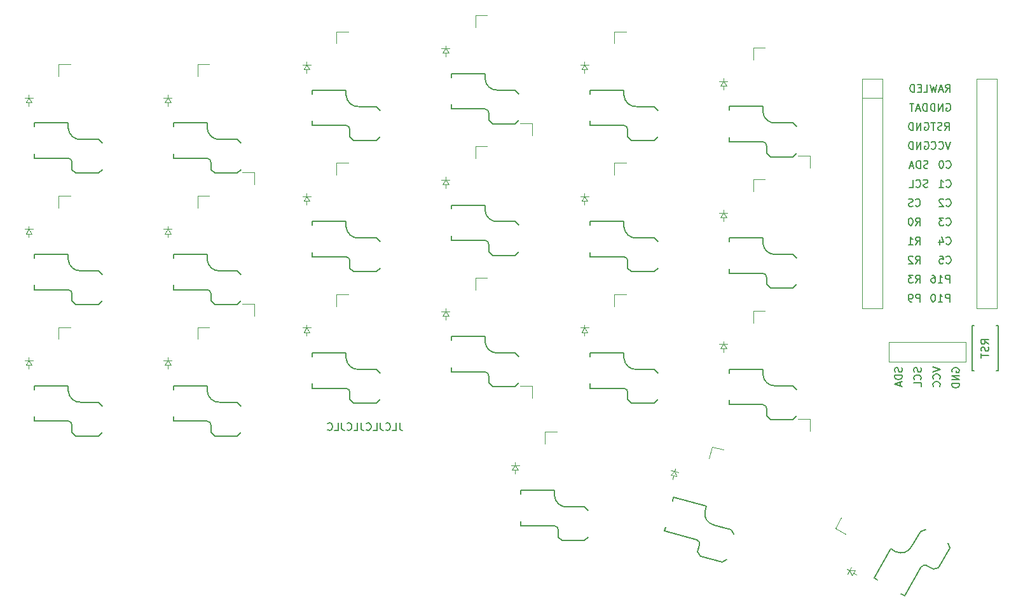
<source format=gbo>
G04 #@! TF.GenerationSoftware,KiCad,Pcbnew,8.0.8+1*
G04 #@! TF.CreationDate,2025-07-09T05:02:12+00:00*
G04 #@! TF.ProjectId,corney_island,636f726e-6579-45f6-9973-6c616e642e6b,0.2*
G04 #@! TF.SameCoordinates,Original*
G04 #@! TF.FileFunction,Legend,Bot*
G04 #@! TF.FilePolarity,Positive*
%FSLAX46Y46*%
G04 Gerber Fmt 4.6, Leading zero omitted, Abs format (unit mm)*
G04 Created by KiCad (PCBNEW 8.0.8+1) date 2025-07-09 05:02:12*
%MOMM*%
%LPD*%
G01*
G04 APERTURE LIST*
%ADD10C,0.150000*%
%ADD11C,0.100000*%
%ADD12C,0.120000*%
%ADD13C,2.300000*%
%ADD14C,4.400000*%
%ADD15C,5.100000*%
%ADD16C,2.000000*%
%ADD17C,3.100000*%
%ADD18C,1.800000*%
%ADD19C,0.900000*%
%ADD20O,1.800000X1.800000*%
%ADD21C,1.600000*%
%ADD22O,2.300000X1.700000*%
%ADD23O,3.400000X1.700000*%
G04 APERTURE END LIST*
D10*
X141619048Y-106454819D02*
X141619048Y-107169104D01*
X141619048Y-107169104D02*
X141666667Y-107311961D01*
X141666667Y-107311961D02*
X141761905Y-107407200D01*
X141761905Y-107407200D02*
X141904762Y-107454819D01*
X141904762Y-107454819D02*
X142000000Y-107454819D01*
X140666667Y-107454819D02*
X141142857Y-107454819D01*
X141142857Y-107454819D02*
X141142857Y-106454819D01*
X139761905Y-107359580D02*
X139809524Y-107407200D01*
X139809524Y-107407200D02*
X139952381Y-107454819D01*
X139952381Y-107454819D02*
X140047619Y-107454819D01*
X140047619Y-107454819D02*
X140190476Y-107407200D01*
X140190476Y-107407200D02*
X140285714Y-107311961D01*
X140285714Y-107311961D02*
X140333333Y-107216723D01*
X140333333Y-107216723D02*
X140380952Y-107026247D01*
X140380952Y-107026247D02*
X140380952Y-106883390D01*
X140380952Y-106883390D02*
X140333333Y-106692914D01*
X140333333Y-106692914D02*
X140285714Y-106597676D01*
X140285714Y-106597676D02*
X140190476Y-106502438D01*
X140190476Y-106502438D02*
X140047619Y-106454819D01*
X140047619Y-106454819D02*
X139952381Y-106454819D01*
X139952381Y-106454819D02*
X139809524Y-106502438D01*
X139809524Y-106502438D02*
X139761905Y-106550057D01*
X139047619Y-106454819D02*
X139047619Y-107169104D01*
X139047619Y-107169104D02*
X139095238Y-107311961D01*
X139095238Y-107311961D02*
X139190476Y-107407200D01*
X139190476Y-107407200D02*
X139333333Y-107454819D01*
X139333333Y-107454819D02*
X139428571Y-107454819D01*
X138095238Y-107454819D02*
X138571428Y-107454819D01*
X138571428Y-107454819D02*
X138571428Y-106454819D01*
X137190476Y-107359580D02*
X137238095Y-107407200D01*
X137238095Y-107407200D02*
X137380952Y-107454819D01*
X137380952Y-107454819D02*
X137476190Y-107454819D01*
X137476190Y-107454819D02*
X137619047Y-107407200D01*
X137619047Y-107407200D02*
X137714285Y-107311961D01*
X137714285Y-107311961D02*
X137761904Y-107216723D01*
X137761904Y-107216723D02*
X137809523Y-107026247D01*
X137809523Y-107026247D02*
X137809523Y-106883390D01*
X137809523Y-106883390D02*
X137761904Y-106692914D01*
X137761904Y-106692914D02*
X137714285Y-106597676D01*
X137714285Y-106597676D02*
X137619047Y-106502438D01*
X137619047Y-106502438D02*
X137476190Y-106454819D01*
X137476190Y-106454819D02*
X137380952Y-106454819D01*
X137380952Y-106454819D02*
X137238095Y-106502438D01*
X137238095Y-106502438D02*
X137190476Y-106550057D01*
X136476190Y-106454819D02*
X136476190Y-107169104D01*
X136476190Y-107169104D02*
X136523809Y-107311961D01*
X136523809Y-107311961D02*
X136619047Y-107407200D01*
X136619047Y-107407200D02*
X136761904Y-107454819D01*
X136761904Y-107454819D02*
X136857142Y-107454819D01*
X135523809Y-107454819D02*
X135999999Y-107454819D01*
X135999999Y-107454819D02*
X135999999Y-106454819D01*
X134619047Y-107359580D02*
X134666666Y-107407200D01*
X134666666Y-107407200D02*
X134809523Y-107454819D01*
X134809523Y-107454819D02*
X134904761Y-107454819D01*
X134904761Y-107454819D02*
X135047618Y-107407200D01*
X135047618Y-107407200D02*
X135142856Y-107311961D01*
X135142856Y-107311961D02*
X135190475Y-107216723D01*
X135190475Y-107216723D02*
X135238094Y-107026247D01*
X135238094Y-107026247D02*
X135238094Y-106883390D01*
X135238094Y-106883390D02*
X135190475Y-106692914D01*
X135190475Y-106692914D02*
X135142856Y-106597676D01*
X135142856Y-106597676D02*
X135047618Y-106502438D01*
X135047618Y-106502438D02*
X134904761Y-106454819D01*
X134904761Y-106454819D02*
X134809523Y-106454819D01*
X134809523Y-106454819D02*
X134666666Y-106502438D01*
X134666666Y-106502438D02*
X134619047Y-106550057D01*
X133904761Y-106454819D02*
X133904761Y-107169104D01*
X133904761Y-107169104D02*
X133952380Y-107311961D01*
X133952380Y-107311961D02*
X134047618Y-107407200D01*
X134047618Y-107407200D02*
X134190475Y-107454819D01*
X134190475Y-107454819D02*
X134285713Y-107454819D01*
X132952380Y-107454819D02*
X133428570Y-107454819D01*
X133428570Y-107454819D02*
X133428570Y-106454819D01*
X132047618Y-107359580D02*
X132095237Y-107407200D01*
X132095237Y-107407200D02*
X132238094Y-107454819D01*
X132238094Y-107454819D02*
X132333332Y-107454819D01*
X132333332Y-107454819D02*
X132476189Y-107407200D01*
X132476189Y-107407200D02*
X132571427Y-107311961D01*
X132571427Y-107311961D02*
X132619046Y-107216723D01*
X132619046Y-107216723D02*
X132666665Y-107026247D01*
X132666665Y-107026247D02*
X132666665Y-106883390D01*
X132666665Y-106883390D02*
X132619046Y-106692914D01*
X132619046Y-106692914D02*
X132571427Y-106597676D01*
X132571427Y-106597676D02*
X132476189Y-106502438D01*
X132476189Y-106502438D02*
X132333332Y-106454819D01*
X132333332Y-106454819D02*
X132238094Y-106454819D01*
X132238094Y-106454819D02*
X132095237Y-106502438D01*
X132095237Y-106502438D02*
X132047618Y-106550057D01*
X211396857Y-62374819D02*
X211873047Y-62374819D01*
X211873047Y-62374819D02*
X211873047Y-61374819D01*
X211063523Y-61851009D02*
X210730190Y-61851009D01*
X210587333Y-62374819D02*
X211063523Y-62374819D01*
X211063523Y-62374819D02*
X211063523Y-61374819D01*
X211063523Y-61374819D02*
X210587333Y-61374819D01*
X210158761Y-62374819D02*
X210158761Y-61374819D01*
X210158761Y-61374819D02*
X209920666Y-61374819D01*
X209920666Y-61374819D02*
X209777809Y-61422438D01*
X209777809Y-61422438D02*
X209682571Y-61517676D01*
X209682571Y-61517676D02*
X209634952Y-61612914D01*
X209634952Y-61612914D02*
X209587333Y-61803390D01*
X209587333Y-61803390D02*
X209587333Y-61946247D01*
X209587333Y-61946247D02*
X209634952Y-62136723D01*
X209634952Y-62136723D02*
X209682571Y-62231961D01*
X209682571Y-62231961D02*
X209777809Y-62327200D01*
X209777809Y-62327200D02*
X209920666Y-62374819D01*
X209920666Y-62374819D02*
X210158761Y-62374819D01*
X214344476Y-62374819D02*
X214677809Y-61898628D01*
X214915904Y-62374819D02*
X214915904Y-61374819D01*
X214915904Y-61374819D02*
X214534952Y-61374819D01*
X214534952Y-61374819D02*
X214439714Y-61422438D01*
X214439714Y-61422438D02*
X214392095Y-61470057D01*
X214392095Y-61470057D02*
X214344476Y-61565295D01*
X214344476Y-61565295D02*
X214344476Y-61708152D01*
X214344476Y-61708152D02*
X214392095Y-61803390D01*
X214392095Y-61803390D02*
X214439714Y-61851009D01*
X214439714Y-61851009D02*
X214534952Y-61898628D01*
X214534952Y-61898628D02*
X214915904Y-61898628D01*
X213963523Y-62089104D02*
X213487333Y-62089104D01*
X214058761Y-62374819D02*
X213725428Y-61374819D01*
X213725428Y-61374819D02*
X213392095Y-62374819D01*
X213153999Y-61374819D02*
X212915904Y-62374819D01*
X212915904Y-62374819D02*
X212725428Y-61660533D01*
X212725428Y-61660533D02*
X212534952Y-62374819D01*
X212534952Y-62374819D02*
X212296857Y-61374819D01*
X211825428Y-64914819D02*
X211825428Y-63914819D01*
X211825428Y-63914819D02*
X211587333Y-63914819D01*
X211587333Y-63914819D02*
X211444476Y-63962438D01*
X211444476Y-63962438D02*
X211349238Y-64057676D01*
X211349238Y-64057676D02*
X211301619Y-64152914D01*
X211301619Y-64152914D02*
X211254000Y-64343390D01*
X211254000Y-64343390D02*
X211254000Y-64486247D01*
X211254000Y-64486247D02*
X211301619Y-64676723D01*
X211301619Y-64676723D02*
X211349238Y-64771961D01*
X211349238Y-64771961D02*
X211444476Y-64867200D01*
X211444476Y-64867200D02*
X211587333Y-64914819D01*
X211587333Y-64914819D02*
X211825428Y-64914819D01*
X210873047Y-64629104D02*
X210396857Y-64629104D01*
X210968285Y-64914819D02*
X210634952Y-63914819D01*
X210634952Y-63914819D02*
X210301619Y-64914819D01*
X210111142Y-63914819D02*
X209539714Y-63914819D01*
X209825428Y-64914819D02*
X209825428Y-63914819D01*
X214415904Y-63962438D02*
X214511142Y-63914819D01*
X214511142Y-63914819D02*
X214653999Y-63914819D01*
X214653999Y-63914819D02*
X214796856Y-63962438D01*
X214796856Y-63962438D02*
X214892094Y-64057676D01*
X214892094Y-64057676D02*
X214939713Y-64152914D01*
X214939713Y-64152914D02*
X214987332Y-64343390D01*
X214987332Y-64343390D02*
X214987332Y-64486247D01*
X214987332Y-64486247D02*
X214939713Y-64676723D01*
X214939713Y-64676723D02*
X214892094Y-64771961D01*
X214892094Y-64771961D02*
X214796856Y-64867200D01*
X214796856Y-64867200D02*
X214653999Y-64914819D01*
X214653999Y-64914819D02*
X214558761Y-64914819D01*
X214558761Y-64914819D02*
X214415904Y-64867200D01*
X214415904Y-64867200D02*
X214368285Y-64819580D01*
X214368285Y-64819580D02*
X214368285Y-64486247D01*
X214368285Y-64486247D02*
X214558761Y-64486247D01*
X213939713Y-64914819D02*
X213939713Y-63914819D01*
X213939713Y-63914819D02*
X213368285Y-64914819D01*
X213368285Y-64914819D02*
X213368285Y-63914819D01*
X212892094Y-64914819D02*
X212892094Y-63914819D01*
X212892094Y-63914819D02*
X212653999Y-63914819D01*
X212653999Y-63914819D02*
X212511142Y-63962438D01*
X212511142Y-63962438D02*
X212415904Y-64057676D01*
X212415904Y-64057676D02*
X212368285Y-64152914D01*
X212368285Y-64152914D02*
X212320666Y-64343390D01*
X212320666Y-64343390D02*
X212320666Y-64486247D01*
X212320666Y-64486247D02*
X212368285Y-64676723D01*
X212368285Y-64676723D02*
X212415904Y-64771961D01*
X212415904Y-64771961D02*
X212511142Y-64867200D01*
X212511142Y-64867200D02*
X212653999Y-64914819D01*
X212653999Y-64914819D02*
X212892094Y-64914819D01*
X211515904Y-66502438D02*
X211611142Y-66454819D01*
X211611142Y-66454819D02*
X211753999Y-66454819D01*
X211753999Y-66454819D02*
X211896856Y-66502438D01*
X211896856Y-66502438D02*
X211992094Y-66597676D01*
X211992094Y-66597676D02*
X212039713Y-66692914D01*
X212039713Y-66692914D02*
X212087332Y-66883390D01*
X212087332Y-66883390D02*
X212087332Y-67026247D01*
X212087332Y-67026247D02*
X212039713Y-67216723D01*
X212039713Y-67216723D02*
X211992094Y-67311961D01*
X211992094Y-67311961D02*
X211896856Y-67407200D01*
X211896856Y-67407200D02*
X211753999Y-67454819D01*
X211753999Y-67454819D02*
X211658761Y-67454819D01*
X211658761Y-67454819D02*
X211515904Y-67407200D01*
X211515904Y-67407200D02*
X211468285Y-67359580D01*
X211468285Y-67359580D02*
X211468285Y-67026247D01*
X211468285Y-67026247D02*
X211658761Y-67026247D01*
X211039713Y-67454819D02*
X211039713Y-66454819D01*
X211039713Y-66454819D02*
X210468285Y-67454819D01*
X210468285Y-67454819D02*
X210468285Y-66454819D01*
X209992094Y-67454819D02*
X209992094Y-66454819D01*
X209992094Y-66454819D02*
X209753999Y-66454819D01*
X209753999Y-66454819D02*
X209611142Y-66502438D01*
X209611142Y-66502438D02*
X209515904Y-66597676D01*
X209515904Y-66597676D02*
X209468285Y-66692914D01*
X209468285Y-66692914D02*
X209420666Y-66883390D01*
X209420666Y-66883390D02*
X209420666Y-67026247D01*
X209420666Y-67026247D02*
X209468285Y-67216723D01*
X209468285Y-67216723D02*
X209515904Y-67311961D01*
X209515904Y-67311961D02*
X209611142Y-67407200D01*
X209611142Y-67407200D02*
X209753999Y-67454819D01*
X209753999Y-67454819D02*
X209992094Y-67454819D01*
X214201619Y-67454819D02*
X214534952Y-66978628D01*
X214773047Y-67454819D02*
X214773047Y-66454819D01*
X214773047Y-66454819D02*
X214392095Y-66454819D01*
X214392095Y-66454819D02*
X214296857Y-66502438D01*
X214296857Y-66502438D02*
X214249238Y-66550057D01*
X214249238Y-66550057D02*
X214201619Y-66645295D01*
X214201619Y-66645295D02*
X214201619Y-66788152D01*
X214201619Y-66788152D02*
X214249238Y-66883390D01*
X214249238Y-66883390D02*
X214296857Y-66931009D01*
X214296857Y-66931009D02*
X214392095Y-66978628D01*
X214392095Y-66978628D02*
X214773047Y-66978628D01*
X213820666Y-67407200D02*
X213677809Y-67454819D01*
X213677809Y-67454819D02*
X213439714Y-67454819D01*
X213439714Y-67454819D02*
X213344476Y-67407200D01*
X213344476Y-67407200D02*
X213296857Y-67359580D01*
X213296857Y-67359580D02*
X213249238Y-67264342D01*
X213249238Y-67264342D02*
X213249238Y-67169104D01*
X213249238Y-67169104D02*
X213296857Y-67073866D01*
X213296857Y-67073866D02*
X213344476Y-67026247D01*
X213344476Y-67026247D02*
X213439714Y-66978628D01*
X213439714Y-66978628D02*
X213630190Y-66931009D01*
X213630190Y-66931009D02*
X213725428Y-66883390D01*
X213725428Y-66883390D02*
X213773047Y-66835771D01*
X213773047Y-66835771D02*
X213820666Y-66740533D01*
X213820666Y-66740533D02*
X213820666Y-66645295D01*
X213820666Y-66645295D02*
X213773047Y-66550057D01*
X213773047Y-66550057D02*
X213725428Y-66502438D01*
X213725428Y-66502438D02*
X213630190Y-66454819D01*
X213630190Y-66454819D02*
X213392095Y-66454819D01*
X213392095Y-66454819D02*
X213249238Y-66502438D01*
X212963523Y-66454819D02*
X212392095Y-66454819D01*
X212677809Y-67454819D02*
X212677809Y-66454819D01*
X211515904Y-69042438D02*
X211611142Y-68994819D01*
X211611142Y-68994819D02*
X211753999Y-68994819D01*
X211753999Y-68994819D02*
X211896856Y-69042438D01*
X211896856Y-69042438D02*
X211992094Y-69137676D01*
X211992094Y-69137676D02*
X212039713Y-69232914D01*
X212039713Y-69232914D02*
X212087332Y-69423390D01*
X212087332Y-69423390D02*
X212087332Y-69566247D01*
X212087332Y-69566247D02*
X212039713Y-69756723D01*
X212039713Y-69756723D02*
X211992094Y-69851961D01*
X211992094Y-69851961D02*
X211896856Y-69947200D01*
X211896856Y-69947200D02*
X211753999Y-69994819D01*
X211753999Y-69994819D02*
X211658761Y-69994819D01*
X211658761Y-69994819D02*
X211515904Y-69947200D01*
X211515904Y-69947200D02*
X211468285Y-69899580D01*
X211468285Y-69899580D02*
X211468285Y-69566247D01*
X211468285Y-69566247D02*
X211658761Y-69566247D01*
X211039713Y-69994819D02*
X211039713Y-68994819D01*
X211039713Y-68994819D02*
X210468285Y-69994819D01*
X210468285Y-69994819D02*
X210468285Y-68994819D01*
X209992094Y-69994819D02*
X209992094Y-68994819D01*
X209992094Y-68994819D02*
X209753999Y-68994819D01*
X209753999Y-68994819D02*
X209611142Y-69042438D01*
X209611142Y-69042438D02*
X209515904Y-69137676D01*
X209515904Y-69137676D02*
X209468285Y-69232914D01*
X209468285Y-69232914D02*
X209420666Y-69423390D01*
X209420666Y-69423390D02*
X209420666Y-69566247D01*
X209420666Y-69566247D02*
X209468285Y-69756723D01*
X209468285Y-69756723D02*
X209515904Y-69851961D01*
X209515904Y-69851961D02*
X209611142Y-69947200D01*
X209611142Y-69947200D02*
X209753999Y-69994819D01*
X209753999Y-69994819D02*
X209992094Y-69994819D01*
X214987332Y-68994819D02*
X214653999Y-69994819D01*
X214653999Y-69994819D02*
X214320666Y-68994819D01*
X213415904Y-69899580D02*
X213463523Y-69947200D01*
X213463523Y-69947200D02*
X213606380Y-69994819D01*
X213606380Y-69994819D02*
X213701618Y-69994819D01*
X213701618Y-69994819D02*
X213844475Y-69947200D01*
X213844475Y-69947200D02*
X213939713Y-69851961D01*
X213939713Y-69851961D02*
X213987332Y-69756723D01*
X213987332Y-69756723D02*
X214034951Y-69566247D01*
X214034951Y-69566247D02*
X214034951Y-69423390D01*
X214034951Y-69423390D02*
X213987332Y-69232914D01*
X213987332Y-69232914D02*
X213939713Y-69137676D01*
X213939713Y-69137676D02*
X213844475Y-69042438D01*
X213844475Y-69042438D02*
X213701618Y-68994819D01*
X213701618Y-68994819D02*
X213606380Y-68994819D01*
X213606380Y-68994819D02*
X213463523Y-69042438D01*
X213463523Y-69042438D02*
X213415904Y-69090057D01*
X212415904Y-69899580D02*
X212463523Y-69947200D01*
X212463523Y-69947200D02*
X212606380Y-69994819D01*
X212606380Y-69994819D02*
X212701618Y-69994819D01*
X212701618Y-69994819D02*
X212844475Y-69947200D01*
X212844475Y-69947200D02*
X212939713Y-69851961D01*
X212939713Y-69851961D02*
X212987332Y-69756723D01*
X212987332Y-69756723D02*
X213034951Y-69566247D01*
X213034951Y-69566247D02*
X213034951Y-69423390D01*
X213034951Y-69423390D02*
X212987332Y-69232914D01*
X212987332Y-69232914D02*
X212939713Y-69137676D01*
X212939713Y-69137676D02*
X212844475Y-69042438D01*
X212844475Y-69042438D02*
X212701618Y-68994819D01*
X212701618Y-68994819D02*
X212606380Y-68994819D01*
X212606380Y-68994819D02*
X212463523Y-69042438D01*
X212463523Y-69042438D02*
X212415904Y-69090057D01*
X211968285Y-72487200D02*
X211825428Y-72534819D01*
X211825428Y-72534819D02*
X211587333Y-72534819D01*
X211587333Y-72534819D02*
X211492095Y-72487200D01*
X211492095Y-72487200D02*
X211444476Y-72439580D01*
X211444476Y-72439580D02*
X211396857Y-72344342D01*
X211396857Y-72344342D02*
X211396857Y-72249104D01*
X211396857Y-72249104D02*
X211444476Y-72153866D01*
X211444476Y-72153866D02*
X211492095Y-72106247D01*
X211492095Y-72106247D02*
X211587333Y-72058628D01*
X211587333Y-72058628D02*
X211777809Y-72011009D01*
X211777809Y-72011009D02*
X211873047Y-71963390D01*
X211873047Y-71963390D02*
X211920666Y-71915771D01*
X211920666Y-71915771D02*
X211968285Y-71820533D01*
X211968285Y-71820533D02*
X211968285Y-71725295D01*
X211968285Y-71725295D02*
X211920666Y-71630057D01*
X211920666Y-71630057D02*
X211873047Y-71582438D01*
X211873047Y-71582438D02*
X211777809Y-71534819D01*
X211777809Y-71534819D02*
X211539714Y-71534819D01*
X211539714Y-71534819D02*
X211396857Y-71582438D01*
X210968285Y-72534819D02*
X210968285Y-71534819D01*
X210968285Y-71534819D02*
X210730190Y-71534819D01*
X210730190Y-71534819D02*
X210587333Y-71582438D01*
X210587333Y-71582438D02*
X210492095Y-71677676D01*
X210492095Y-71677676D02*
X210444476Y-71772914D01*
X210444476Y-71772914D02*
X210396857Y-71963390D01*
X210396857Y-71963390D02*
X210396857Y-72106247D01*
X210396857Y-72106247D02*
X210444476Y-72296723D01*
X210444476Y-72296723D02*
X210492095Y-72391961D01*
X210492095Y-72391961D02*
X210587333Y-72487200D01*
X210587333Y-72487200D02*
X210730190Y-72534819D01*
X210730190Y-72534819D02*
X210968285Y-72534819D01*
X210015904Y-72249104D02*
X209539714Y-72249104D01*
X210111142Y-72534819D02*
X209777809Y-71534819D01*
X209777809Y-71534819D02*
X209444476Y-72534819D01*
X214410666Y-72439580D02*
X214458285Y-72487200D01*
X214458285Y-72487200D02*
X214601142Y-72534819D01*
X214601142Y-72534819D02*
X214696380Y-72534819D01*
X214696380Y-72534819D02*
X214839237Y-72487200D01*
X214839237Y-72487200D02*
X214934475Y-72391961D01*
X214934475Y-72391961D02*
X214982094Y-72296723D01*
X214982094Y-72296723D02*
X215029713Y-72106247D01*
X215029713Y-72106247D02*
X215029713Y-71963390D01*
X215029713Y-71963390D02*
X214982094Y-71772914D01*
X214982094Y-71772914D02*
X214934475Y-71677676D01*
X214934475Y-71677676D02*
X214839237Y-71582438D01*
X214839237Y-71582438D02*
X214696380Y-71534819D01*
X214696380Y-71534819D02*
X214601142Y-71534819D01*
X214601142Y-71534819D02*
X214458285Y-71582438D01*
X214458285Y-71582438D02*
X214410666Y-71630057D01*
X213791618Y-71534819D02*
X213696380Y-71534819D01*
X213696380Y-71534819D02*
X213601142Y-71582438D01*
X213601142Y-71582438D02*
X213553523Y-71630057D01*
X213553523Y-71630057D02*
X213505904Y-71725295D01*
X213505904Y-71725295D02*
X213458285Y-71915771D01*
X213458285Y-71915771D02*
X213458285Y-72153866D01*
X213458285Y-72153866D02*
X213505904Y-72344342D01*
X213505904Y-72344342D02*
X213553523Y-72439580D01*
X213553523Y-72439580D02*
X213601142Y-72487200D01*
X213601142Y-72487200D02*
X213696380Y-72534819D01*
X213696380Y-72534819D02*
X213791618Y-72534819D01*
X213791618Y-72534819D02*
X213886856Y-72487200D01*
X213886856Y-72487200D02*
X213934475Y-72439580D01*
X213934475Y-72439580D02*
X213982094Y-72344342D01*
X213982094Y-72344342D02*
X214029713Y-72153866D01*
X214029713Y-72153866D02*
X214029713Y-71915771D01*
X214029713Y-71915771D02*
X213982094Y-71725295D01*
X213982094Y-71725295D02*
X213934475Y-71630057D01*
X213934475Y-71630057D02*
X213886856Y-71582438D01*
X213886856Y-71582438D02*
X213791618Y-71534819D01*
X211944475Y-75027200D02*
X211801618Y-75074819D01*
X211801618Y-75074819D02*
X211563523Y-75074819D01*
X211563523Y-75074819D02*
X211468285Y-75027200D01*
X211468285Y-75027200D02*
X211420666Y-74979580D01*
X211420666Y-74979580D02*
X211373047Y-74884342D01*
X211373047Y-74884342D02*
X211373047Y-74789104D01*
X211373047Y-74789104D02*
X211420666Y-74693866D01*
X211420666Y-74693866D02*
X211468285Y-74646247D01*
X211468285Y-74646247D02*
X211563523Y-74598628D01*
X211563523Y-74598628D02*
X211753999Y-74551009D01*
X211753999Y-74551009D02*
X211849237Y-74503390D01*
X211849237Y-74503390D02*
X211896856Y-74455771D01*
X211896856Y-74455771D02*
X211944475Y-74360533D01*
X211944475Y-74360533D02*
X211944475Y-74265295D01*
X211944475Y-74265295D02*
X211896856Y-74170057D01*
X211896856Y-74170057D02*
X211849237Y-74122438D01*
X211849237Y-74122438D02*
X211753999Y-74074819D01*
X211753999Y-74074819D02*
X211515904Y-74074819D01*
X211515904Y-74074819D02*
X211373047Y-74122438D01*
X210373047Y-74979580D02*
X210420666Y-75027200D01*
X210420666Y-75027200D02*
X210563523Y-75074819D01*
X210563523Y-75074819D02*
X210658761Y-75074819D01*
X210658761Y-75074819D02*
X210801618Y-75027200D01*
X210801618Y-75027200D02*
X210896856Y-74931961D01*
X210896856Y-74931961D02*
X210944475Y-74836723D01*
X210944475Y-74836723D02*
X210992094Y-74646247D01*
X210992094Y-74646247D02*
X210992094Y-74503390D01*
X210992094Y-74503390D02*
X210944475Y-74312914D01*
X210944475Y-74312914D02*
X210896856Y-74217676D01*
X210896856Y-74217676D02*
X210801618Y-74122438D01*
X210801618Y-74122438D02*
X210658761Y-74074819D01*
X210658761Y-74074819D02*
X210563523Y-74074819D01*
X210563523Y-74074819D02*
X210420666Y-74122438D01*
X210420666Y-74122438D02*
X210373047Y-74170057D01*
X209468285Y-75074819D02*
X209944475Y-75074819D01*
X209944475Y-75074819D02*
X209944475Y-74074819D01*
X214410666Y-74979580D02*
X214458285Y-75027200D01*
X214458285Y-75027200D02*
X214601142Y-75074819D01*
X214601142Y-75074819D02*
X214696380Y-75074819D01*
X214696380Y-75074819D02*
X214839237Y-75027200D01*
X214839237Y-75027200D02*
X214934475Y-74931961D01*
X214934475Y-74931961D02*
X214982094Y-74836723D01*
X214982094Y-74836723D02*
X215029713Y-74646247D01*
X215029713Y-74646247D02*
X215029713Y-74503390D01*
X215029713Y-74503390D02*
X214982094Y-74312914D01*
X214982094Y-74312914D02*
X214934475Y-74217676D01*
X214934475Y-74217676D02*
X214839237Y-74122438D01*
X214839237Y-74122438D02*
X214696380Y-74074819D01*
X214696380Y-74074819D02*
X214601142Y-74074819D01*
X214601142Y-74074819D02*
X214458285Y-74122438D01*
X214458285Y-74122438D02*
X214410666Y-74170057D01*
X213458285Y-75074819D02*
X214029713Y-75074819D01*
X213743999Y-75074819D02*
X213743999Y-74074819D01*
X213743999Y-74074819D02*
X213839237Y-74217676D01*
X213839237Y-74217676D02*
X213934475Y-74312914D01*
X213934475Y-74312914D02*
X214029713Y-74360533D01*
X210330666Y-77519580D02*
X210378285Y-77567200D01*
X210378285Y-77567200D02*
X210521142Y-77614819D01*
X210521142Y-77614819D02*
X210616380Y-77614819D01*
X210616380Y-77614819D02*
X210759237Y-77567200D01*
X210759237Y-77567200D02*
X210854475Y-77471961D01*
X210854475Y-77471961D02*
X210902094Y-77376723D01*
X210902094Y-77376723D02*
X210949713Y-77186247D01*
X210949713Y-77186247D02*
X210949713Y-77043390D01*
X210949713Y-77043390D02*
X210902094Y-76852914D01*
X210902094Y-76852914D02*
X210854475Y-76757676D01*
X210854475Y-76757676D02*
X210759237Y-76662438D01*
X210759237Y-76662438D02*
X210616380Y-76614819D01*
X210616380Y-76614819D02*
X210521142Y-76614819D01*
X210521142Y-76614819D02*
X210378285Y-76662438D01*
X210378285Y-76662438D02*
X210330666Y-76710057D01*
X209949713Y-77567200D02*
X209806856Y-77614819D01*
X209806856Y-77614819D02*
X209568761Y-77614819D01*
X209568761Y-77614819D02*
X209473523Y-77567200D01*
X209473523Y-77567200D02*
X209425904Y-77519580D01*
X209425904Y-77519580D02*
X209378285Y-77424342D01*
X209378285Y-77424342D02*
X209378285Y-77329104D01*
X209378285Y-77329104D02*
X209425904Y-77233866D01*
X209425904Y-77233866D02*
X209473523Y-77186247D01*
X209473523Y-77186247D02*
X209568761Y-77138628D01*
X209568761Y-77138628D02*
X209759237Y-77091009D01*
X209759237Y-77091009D02*
X209854475Y-77043390D01*
X209854475Y-77043390D02*
X209902094Y-76995771D01*
X209902094Y-76995771D02*
X209949713Y-76900533D01*
X209949713Y-76900533D02*
X209949713Y-76805295D01*
X209949713Y-76805295D02*
X209902094Y-76710057D01*
X209902094Y-76710057D02*
X209854475Y-76662438D01*
X209854475Y-76662438D02*
X209759237Y-76614819D01*
X209759237Y-76614819D02*
X209521142Y-76614819D01*
X209521142Y-76614819D02*
X209378285Y-76662438D01*
X214410666Y-77519580D02*
X214458285Y-77567200D01*
X214458285Y-77567200D02*
X214601142Y-77614819D01*
X214601142Y-77614819D02*
X214696380Y-77614819D01*
X214696380Y-77614819D02*
X214839237Y-77567200D01*
X214839237Y-77567200D02*
X214934475Y-77471961D01*
X214934475Y-77471961D02*
X214982094Y-77376723D01*
X214982094Y-77376723D02*
X215029713Y-77186247D01*
X215029713Y-77186247D02*
X215029713Y-77043390D01*
X215029713Y-77043390D02*
X214982094Y-76852914D01*
X214982094Y-76852914D02*
X214934475Y-76757676D01*
X214934475Y-76757676D02*
X214839237Y-76662438D01*
X214839237Y-76662438D02*
X214696380Y-76614819D01*
X214696380Y-76614819D02*
X214601142Y-76614819D01*
X214601142Y-76614819D02*
X214458285Y-76662438D01*
X214458285Y-76662438D02*
X214410666Y-76710057D01*
X214029713Y-76710057D02*
X213982094Y-76662438D01*
X213982094Y-76662438D02*
X213886856Y-76614819D01*
X213886856Y-76614819D02*
X213648761Y-76614819D01*
X213648761Y-76614819D02*
X213553523Y-76662438D01*
X213553523Y-76662438D02*
X213505904Y-76710057D01*
X213505904Y-76710057D02*
X213458285Y-76805295D01*
X213458285Y-76805295D02*
X213458285Y-76900533D01*
X213458285Y-76900533D02*
X213505904Y-77043390D01*
X213505904Y-77043390D02*
X214077332Y-77614819D01*
X214077332Y-77614819D02*
X213458285Y-77614819D01*
X210330666Y-80154819D02*
X210663999Y-79678628D01*
X210902094Y-80154819D02*
X210902094Y-79154819D01*
X210902094Y-79154819D02*
X210521142Y-79154819D01*
X210521142Y-79154819D02*
X210425904Y-79202438D01*
X210425904Y-79202438D02*
X210378285Y-79250057D01*
X210378285Y-79250057D02*
X210330666Y-79345295D01*
X210330666Y-79345295D02*
X210330666Y-79488152D01*
X210330666Y-79488152D02*
X210378285Y-79583390D01*
X210378285Y-79583390D02*
X210425904Y-79631009D01*
X210425904Y-79631009D02*
X210521142Y-79678628D01*
X210521142Y-79678628D02*
X210902094Y-79678628D01*
X209711618Y-79154819D02*
X209616380Y-79154819D01*
X209616380Y-79154819D02*
X209521142Y-79202438D01*
X209521142Y-79202438D02*
X209473523Y-79250057D01*
X209473523Y-79250057D02*
X209425904Y-79345295D01*
X209425904Y-79345295D02*
X209378285Y-79535771D01*
X209378285Y-79535771D02*
X209378285Y-79773866D01*
X209378285Y-79773866D02*
X209425904Y-79964342D01*
X209425904Y-79964342D02*
X209473523Y-80059580D01*
X209473523Y-80059580D02*
X209521142Y-80107200D01*
X209521142Y-80107200D02*
X209616380Y-80154819D01*
X209616380Y-80154819D02*
X209711618Y-80154819D01*
X209711618Y-80154819D02*
X209806856Y-80107200D01*
X209806856Y-80107200D02*
X209854475Y-80059580D01*
X209854475Y-80059580D02*
X209902094Y-79964342D01*
X209902094Y-79964342D02*
X209949713Y-79773866D01*
X209949713Y-79773866D02*
X209949713Y-79535771D01*
X209949713Y-79535771D02*
X209902094Y-79345295D01*
X209902094Y-79345295D02*
X209854475Y-79250057D01*
X209854475Y-79250057D02*
X209806856Y-79202438D01*
X209806856Y-79202438D02*
X209711618Y-79154819D01*
X214410666Y-80059580D02*
X214458285Y-80107200D01*
X214458285Y-80107200D02*
X214601142Y-80154819D01*
X214601142Y-80154819D02*
X214696380Y-80154819D01*
X214696380Y-80154819D02*
X214839237Y-80107200D01*
X214839237Y-80107200D02*
X214934475Y-80011961D01*
X214934475Y-80011961D02*
X214982094Y-79916723D01*
X214982094Y-79916723D02*
X215029713Y-79726247D01*
X215029713Y-79726247D02*
X215029713Y-79583390D01*
X215029713Y-79583390D02*
X214982094Y-79392914D01*
X214982094Y-79392914D02*
X214934475Y-79297676D01*
X214934475Y-79297676D02*
X214839237Y-79202438D01*
X214839237Y-79202438D02*
X214696380Y-79154819D01*
X214696380Y-79154819D02*
X214601142Y-79154819D01*
X214601142Y-79154819D02*
X214458285Y-79202438D01*
X214458285Y-79202438D02*
X214410666Y-79250057D01*
X214077332Y-79154819D02*
X213458285Y-79154819D01*
X213458285Y-79154819D02*
X213791618Y-79535771D01*
X213791618Y-79535771D02*
X213648761Y-79535771D01*
X213648761Y-79535771D02*
X213553523Y-79583390D01*
X213553523Y-79583390D02*
X213505904Y-79631009D01*
X213505904Y-79631009D02*
X213458285Y-79726247D01*
X213458285Y-79726247D02*
X213458285Y-79964342D01*
X213458285Y-79964342D02*
X213505904Y-80059580D01*
X213505904Y-80059580D02*
X213553523Y-80107200D01*
X213553523Y-80107200D02*
X213648761Y-80154819D01*
X213648761Y-80154819D02*
X213934475Y-80154819D01*
X213934475Y-80154819D02*
X214029713Y-80107200D01*
X214029713Y-80107200D02*
X214077332Y-80059580D01*
X210330666Y-82694819D02*
X210663999Y-82218628D01*
X210902094Y-82694819D02*
X210902094Y-81694819D01*
X210902094Y-81694819D02*
X210521142Y-81694819D01*
X210521142Y-81694819D02*
X210425904Y-81742438D01*
X210425904Y-81742438D02*
X210378285Y-81790057D01*
X210378285Y-81790057D02*
X210330666Y-81885295D01*
X210330666Y-81885295D02*
X210330666Y-82028152D01*
X210330666Y-82028152D02*
X210378285Y-82123390D01*
X210378285Y-82123390D02*
X210425904Y-82171009D01*
X210425904Y-82171009D02*
X210521142Y-82218628D01*
X210521142Y-82218628D02*
X210902094Y-82218628D01*
X209378285Y-82694819D02*
X209949713Y-82694819D01*
X209663999Y-82694819D02*
X209663999Y-81694819D01*
X209663999Y-81694819D02*
X209759237Y-81837676D01*
X209759237Y-81837676D02*
X209854475Y-81932914D01*
X209854475Y-81932914D02*
X209949713Y-81980533D01*
X214410666Y-82599580D02*
X214458285Y-82647200D01*
X214458285Y-82647200D02*
X214601142Y-82694819D01*
X214601142Y-82694819D02*
X214696380Y-82694819D01*
X214696380Y-82694819D02*
X214839237Y-82647200D01*
X214839237Y-82647200D02*
X214934475Y-82551961D01*
X214934475Y-82551961D02*
X214982094Y-82456723D01*
X214982094Y-82456723D02*
X215029713Y-82266247D01*
X215029713Y-82266247D02*
X215029713Y-82123390D01*
X215029713Y-82123390D02*
X214982094Y-81932914D01*
X214982094Y-81932914D02*
X214934475Y-81837676D01*
X214934475Y-81837676D02*
X214839237Y-81742438D01*
X214839237Y-81742438D02*
X214696380Y-81694819D01*
X214696380Y-81694819D02*
X214601142Y-81694819D01*
X214601142Y-81694819D02*
X214458285Y-81742438D01*
X214458285Y-81742438D02*
X214410666Y-81790057D01*
X213553523Y-82028152D02*
X213553523Y-82694819D01*
X213791618Y-81647200D02*
X214029713Y-82361485D01*
X214029713Y-82361485D02*
X213410666Y-82361485D01*
X210330666Y-85234819D02*
X210663999Y-84758628D01*
X210902094Y-85234819D02*
X210902094Y-84234819D01*
X210902094Y-84234819D02*
X210521142Y-84234819D01*
X210521142Y-84234819D02*
X210425904Y-84282438D01*
X210425904Y-84282438D02*
X210378285Y-84330057D01*
X210378285Y-84330057D02*
X210330666Y-84425295D01*
X210330666Y-84425295D02*
X210330666Y-84568152D01*
X210330666Y-84568152D02*
X210378285Y-84663390D01*
X210378285Y-84663390D02*
X210425904Y-84711009D01*
X210425904Y-84711009D02*
X210521142Y-84758628D01*
X210521142Y-84758628D02*
X210902094Y-84758628D01*
X209949713Y-84330057D02*
X209902094Y-84282438D01*
X209902094Y-84282438D02*
X209806856Y-84234819D01*
X209806856Y-84234819D02*
X209568761Y-84234819D01*
X209568761Y-84234819D02*
X209473523Y-84282438D01*
X209473523Y-84282438D02*
X209425904Y-84330057D01*
X209425904Y-84330057D02*
X209378285Y-84425295D01*
X209378285Y-84425295D02*
X209378285Y-84520533D01*
X209378285Y-84520533D02*
X209425904Y-84663390D01*
X209425904Y-84663390D02*
X209997332Y-85234819D01*
X209997332Y-85234819D02*
X209378285Y-85234819D01*
X214410666Y-85139580D02*
X214458285Y-85187200D01*
X214458285Y-85187200D02*
X214601142Y-85234819D01*
X214601142Y-85234819D02*
X214696380Y-85234819D01*
X214696380Y-85234819D02*
X214839237Y-85187200D01*
X214839237Y-85187200D02*
X214934475Y-85091961D01*
X214934475Y-85091961D02*
X214982094Y-84996723D01*
X214982094Y-84996723D02*
X215029713Y-84806247D01*
X215029713Y-84806247D02*
X215029713Y-84663390D01*
X215029713Y-84663390D02*
X214982094Y-84472914D01*
X214982094Y-84472914D02*
X214934475Y-84377676D01*
X214934475Y-84377676D02*
X214839237Y-84282438D01*
X214839237Y-84282438D02*
X214696380Y-84234819D01*
X214696380Y-84234819D02*
X214601142Y-84234819D01*
X214601142Y-84234819D02*
X214458285Y-84282438D01*
X214458285Y-84282438D02*
X214410666Y-84330057D01*
X213505904Y-84234819D02*
X213982094Y-84234819D01*
X213982094Y-84234819D02*
X214029713Y-84711009D01*
X214029713Y-84711009D02*
X213982094Y-84663390D01*
X213982094Y-84663390D02*
X213886856Y-84615771D01*
X213886856Y-84615771D02*
X213648761Y-84615771D01*
X213648761Y-84615771D02*
X213553523Y-84663390D01*
X213553523Y-84663390D02*
X213505904Y-84711009D01*
X213505904Y-84711009D02*
X213458285Y-84806247D01*
X213458285Y-84806247D02*
X213458285Y-85044342D01*
X213458285Y-85044342D02*
X213505904Y-85139580D01*
X213505904Y-85139580D02*
X213553523Y-85187200D01*
X213553523Y-85187200D02*
X213648761Y-85234819D01*
X213648761Y-85234819D02*
X213886856Y-85234819D01*
X213886856Y-85234819D02*
X213982094Y-85187200D01*
X213982094Y-85187200D02*
X214029713Y-85139580D01*
X210330666Y-87774819D02*
X210663999Y-87298628D01*
X210902094Y-87774819D02*
X210902094Y-86774819D01*
X210902094Y-86774819D02*
X210521142Y-86774819D01*
X210521142Y-86774819D02*
X210425904Y-86822438D01*
X210425904Y-86822438D02*
X210378285Y-86870057D01*
X210378285Y-86870057D02*
X210330666Y-86965295D01*
X210330666Y-86965295D02*
X210330666Y-87108152D01*
X210330666Y-87108152D02*
X210378285Y-87203390D01*
X210378285Y-87203390D02*
X210425904Y-87251009D01*
X210425904Y-87251009D02*
X210521142Y-87298628D01*
X210521142Y-87298628D02*
X210902094Y-87298628D01*
X209997332Y-86774819D02*
X209378285Y-86774819D01*
X209378285Y-86774819D02*
X209711618Y-87155771D01*
X209711618Y-87155771D02*
X209568761Y-87155771D01*
X209568761Y-87155771D02*
X209473523Y-87203390D01*
X209473523Y-87203390D02*
X209425904Y-87251009D01*
X209425904Y-87251009D02*
X209378285Y-87346247D01*
X209378285Y-87346247D02*
X209378285Y-87584342D01*
X209378285Y-87584342D02*
X209425904Y-87679580D01*
X209425904Y-87679580D02*
X209473523Y-87727200D01*
X209473523Y-87727200D02*
X209568761Y-87774819D01*
X209568761Y-87774819D02*
X209854475Y-87774819D01*
X209854475Y-87774819D02*
X209949713Y-87727200D01*
X209949713Y-87727200D02*
X209997332Y-87679580D01*
X214868285Y-87774819D02*
X214868285Y-86774819D01*
X214868285Y-86774819D02*
X214487333Y-86774819D01*
X214487333Y-86774819D02*
X214392095Y-86822438D01*
X214392095Y-86822438D02*
X214344476Y-86870057D01*
X214344476Y-86870057D02*
X214296857Y-86965295D01*
X214296857Y-86965295D02*
X214296857Y-87108152D01*
X214296857Y-87108152D02*
X214344476Y-87203390D01*
X214344476Y-87203390D02*
X214392095Y-87251009D01*
X214392095Y-87251009D02*
X214487333Y-87298628D01*
X214487333Y-87298628D02*
X214868285Y-87298628D01*
X213344476Y-87774819D02*
X213915904Y-87774819D01*
X213630190Y-87774819D02*
X213630190Y-86774819D01*
X213630190Y-86774819D02*
X213725428Y-86917676D01*
X213725428Y-86917676D02*
X213820666Y-87012914D01*
X213820666Y-87012914D02*
X213915904Y-87060533D01*
X212487333Y-86774819D02*
X212677809Y-86774819D01*
X212677809Y-86774819D02*
X212773047Y-86822438D01*
X212773047Y-86822438D02*
X212820666Y-86870057D01*
X212820666Y-86870057D02*
X212915904Y-87012914D01*
X212915904Y-87012914D02*
X212963523Y-87203390D01*
X212963523Y-87203390D02*
X212963523Y-87584342D01*
X212963523Y-87584342D02*
X212915904Y-87679580D01*
X212915904Y-87679580D02*
X212868285Y-87727200D01*
X212868285Y-87727200D02*
X212773047Y-87774819D01*
X212773047Y-87774819D02*
X212582571Y-87774819D01*
X212582571Y-87774819D02*
X212487333Y-87727200D01*
X212487333Y-87727200D02*
X212439714Y-87679580D01*
X212439714Y-87679580D02*
X212392095Y-87584342D01*
X212392095Y-87584342D02*
X212392095Y-87346247D01*
X212392095Y-87346247D02*
X212439714Y-87251009D01*
X212439714Y-87251009D02*
X212487333Y-87203390D01*
X212487333Y-87203390D02*
X212582571Y-87155771D01*
X212582571Y-87155771D02*
X212773047Y-87155771D01*
X212773047Y-87155771D02*
X212868285Y-87203390D01*
X212868285Y-87203390D02*
X212915904Y-87251009D01*
X212915904Y-87251009D02*
X212963523Y-87346247D01*
X210902094Y-90314819D02*
X210902094Y-89314819D01*
X210902094Y-89314819D02*
X210521142Y-89314819D01*
X210521142Y-89314819D02*
X210425904Y-89362438D01*
X210425904Y-89362438D02*
X210378285Y-89410057D01*
X210378285Y-89410057D02*
X210330666Y-89505295D01*
X210330666Y-89505295D02*
X210330666Y-89648152D01*
X210330666Y-89648152D02*
X210378285Y-89743390D01*
X210378285Y-89743390D02*
X210425904Y-89791009D01*
X210425904Y-89791009D02*
X210521142Y-89838628D01*
X210521142Y-89838628D02*
X210902094Y-89838628D01*
X209854475Y-90314819D02*
X209663999Y-90314819D01*
X209663999Y-90314819D02*
X209568761Y-90267200D01*
X209568761Y-90267200D02*
X209521142Y-90219580D01*
X209521142Y-90219580D02*
X209425904Y-90076723D01*
X209425904Y-90076723D02*
X209378285Y-89886247D01*
X209378285Y-89886247D02*
X209378285Y-89505295D01*
X209378285Y-89505295D02*
X209425904Y-89410057D01*
X209425904Y-89410057D02*
X209473523Y-89362438D01*
X209473523Y-89362438D02*
X209568761Y-89314819D01*
X209568761Y-89314819D02*
X209759237Y-89314819D01*
X209759237Y-89314819D02*
X209854475Y-89362438D01*
X209854475Y-89362438D02*
X209902094Y-89410057D01*
X209902094Y-89410057D02*
X209949713Y-89505295D01*
X209949713Y-89505295D02*
X209949713Y-89743390D01*
X209949713Y-89743390D02*
X209902094Y-89838628D01*
X209902094Y-89838628D02*
X209854475Y-89886247D01*
X209854475Y-89886247D02*
X209759237Y-89933866D01*
X209759237Y-89933866D02*
X209568761Y-89933866D01*
X209568761Y-89933866D02*
X209473523Y-89886247D01*
X209473523Y-89886247D02*
X209425904Y-89838628D01*
X209425904Y-89838628D02*
X209378285Y-89743390D01*
X214868285Y-90314819D02*
X214868285Y-89314819D01*
X214868285Y-89314819D02*
X214487333Y-89314819D01*
X214487333Y-89314819D02*
X214392095Y-89362438D01*
X214392095Y-89362438D02*
X214344476Y-89410057D01*
X214344476Y-89410057D02*
X214296857Y-89505295D01*
X214296857Y-89505295D02*
X214296857Y-89648152D01*
X214296857Y-89648152D02*
X214344476Y-89743390D01*
X214344476Y-89743390D02*
X214392095Y-89791009D01*
X214392095Y-89791009D02*
X214487333Y-89838628D01*
X214487333Y-89838628D02*
X214868285Y-89838628D01*
X213344476Y-90314819D02*
X213915904Y-90314819D01*
X213630190Y-90314819D02*
X213630190Y-89314819D01*
X213630190Y-89314819D02*
X213725428Y-89457676D01*
X213725428Y-89457676D02*
X213820666Y-89552914D01*
X213820666Y-89552914D02*
X213915904Y-89600533D01*
X212725428Y-89314819D02*
X212630190Y-89314819D01*
X212630190Y-89314819D02*
X212534952Y-89362438D01*
X212534952Y-89362438D02*
X212487333Y-89410057D01*
X212487333Y-89410057D02*
X212439714Y-89505295D01*
X212439714Y-89505295D02*
X212392095Y-89695771D01*
X212392095Y-89695771D02*
X212392095Y-89933866D01*
X212392095Y-89933866D02*
X212439714Y-90124342D01*
X212439714Y-90124342D02*
X212487333Y-90219580D01*
X212487333Y-90219580D02*
X212534952Y-90267200D01*
X212534952Y-90267200D02*
X212630190Y-90314819D01*
X212630190Y-90314819D02*
X212725428Y-90314819D01*
X212725428Y-90314819D02*
X212820666Y-90267200D01*
X212820666Y-90267200D02*
X212868285Y-90219580D01*
X212868285Y-90219580D02*
X212915904Y-90124342D01*
X212915904Y-90124342D02*
X212963523Y-89933866D01*
X212963523Y-89933866D02*
X212963523Y-89695771D01*
X212963523Y-89695771D02*
X212915904Y-89505295D01*
X212915904Y-89505295D02*
X212868285Y-89410057D01*
X212868285Y-89410057D02*
X212820666Y-89362438D01*
X212820666Y-89362438D02*
X212725428Y-89314819D01*
X215209438Y-99668588D02*
X215161819Y-99573350D01*
X215161819Y-99573350D02*
X215161819Y-99430493D01*
X215161819Y-99430493D02*
X215209438Y-99287636D01*
X215209438Y-99287636D02*
X215304676Y-99192398D01*
X215304676Y-99192398D02*
X215399914Y-99144779D01*
X215399914Y-99144779D02*
X215590390Y-99097160D01*
X215590390Y-99097160D02*
X215733247Y-99097160D01*
X215733247Y-99097160D02*
X215923723Y-99144779D01*
X215923723Y-99144779D02*
X216018961Y-99192398D01*
X216018961Y-99192398D02*
X216114200Y-99287636D01*
X216114200Y-99287636D02*
X216161819Y-99430493D01*
X216161819Y-99430493D02*
X216161819Y-99525731D01*
X216161819Y-99525731D02*
X216114200Y-99668588D01*
X216114200Y-99668588D02*
X216066580Y-99716207D01*
X216066580Y-99716207D02*
X215733247Y-99716207D01*
X215733247Y-99716207D02*
X215733247Y-99525731D01*
X216161819Y-100144779D02*
X215161819Y-100144779D01*
X215161819Y-100144779D02*
X216161819Y-100716207D01*
X216161819Y-100716207D02*
X215161819Y-100716207D01*
X216161819Y-101192398D02*
X215161819Y-101192398D01*
X215161819Y-101192398D02*
X215161819Y-101430493D01*
X215161819Y-101430493D02*
X215209438Y-101573350D01*
X215209438Y-101573350D02*
X215304676Y-101668588D01*
X215304676Y-101668588D02*
X215399914Y-101716207D01*
X215399914Y-101716207D02*
X215590390Y-101763826D01*
X215590390Y-101763826D02*
X215733247Y-101763826D01*
X215733247Y-101763826D02*
X215923723Y-101716207D01*
X215923723Y-101716207D02*
X216018961Y-101668588D01*
X216018961Y-101668588D02*
X216114200Y-101573350D01*
X216114200Y-101573350D02*
X216161819Y-101430493D01*
X216161819Y-101430493D02*
X216161819Y-101192398D01*
X212621819Y-99001922D02*
X213621819Y-99335255D01*
X213621819Y-99335255D02*
X212621819Y-99668588D01*
X213526580Y-100573350D02*
X213574200Y-100525731D01*
X213574200Y-100525731D02*
X213621819Y-100382874D01*
X213621819Y-100382874D02*
X213621819Y-100287636D01*
X213621819Y-100287636D02*
X213574200Y-100144779D01*
X213574200Y-100144779D02*
X213478961Y-100049541D01*
X213478961Y-100049541D02*
X213383723Y-100001922D01*
X213383723Y-100001922D02*
X213193247Y-99954303D01*
X213193247Y-99954303D02*
X213050390Y-99954303D01*
X213050390Y-99954303D02*
X212859914Y-100001922D01*
X212859914Y-100001922D02*
X212764676Y-100049541D01*
X212764676Y-100049541D02*
X212669438Y-100144779D01*
X212669438Y-100144779D02*
X212621819Y-100287636D01*
X212621819Y-100287636D02*
X212621819Y-100382874D01*
X212621819Y-100382874D02*
X212669438Y-100525731D01*
X212669438Y-100525731D02*
X212717057Y-100573350D01*
X213526580Y-101573350D02*
X213574200Y-101525731D01*
X213574200Y-101525731D02*
X213621819Y-101382874D01*
X213621819Y-101382874D02*
X213621819Y-101287636D01*
X213621819Y-101287636D02*
X213574200Y-101144779D01*
X213574200Y-101144779D02*
X213478961Y-101049541D01*
X213478961Y-101049541D02*
X213383723Y-101001922D01*
X213383723Y-101001922D02*
X213193247Y-100954303D01*
X213193247Y-100954303D02*
X213050390Y-100954303D01*
X213050390Y-100954303D02*
X212859914Y-101001922D01*
X212859914Y-101001922D02*
X212764676Y-101049541D01*
X212764676Y-101049541D02*
X212669438Y-101144779D01*
X212669438Y-101144779D02*
X212621819Y-101287636D01*
X212621819Y-101287636D02*
X212621819Y-101382874D01*
X212621819Y-101382874D02*
X212669438Y-101525731D01*
X212669438Y-101525731D02*
X212717057Y-101573350D01*
X211034200Y-99097160D02*
X211081819Y-99240017D01*
X211081819Y-99240017D02*
X211081819Y-99478112D01*
X211081819Y-99478112D02*
X211034200Y-99573350D01*
X211034200Y-99573350D02*
X210986580Y-99620969D01*
X210986580Y-99620969D02*
X210891342Y-99668588D01*
X210891342Y-99668588D02*
X210796104Y-99668588D01*
X210796104Y-99668588D02*
X210700866Y-99620969D01*
X210700866Y-99620969D02*
X210653247Y-99573350D01*
X210653247Y-99573350D02*
X210605628Y-99478112D01*
X210605628Y-99478112D02*
X210558009Y-99287636D01*
X210558009Y-99287636D02*
X210510390Y-99192398D01*
X210510390Y-99192398D02*
X210462771Y-99144779D01*
X210462771Y-99144779D02*
X210367533Y-99097160D01*
X210367533Y-99097160D02*
X210272295Y-99097160D01*
X210272295Y-99097160D02*
X210177057Y-99144779D01*
X210177057Y-99144779D02*
X210129438Y-99192398D01*
X210129438Y-99192398D02*
X210081819Y-99287636D01*
X210081819Y-99287636D02*
X210081819Y-99525731D01*
X210081819Y-99525731D02*
X210129438Y-99668588D01*
X210986580Y-100668588D02*
X211034200Y-100620969D01*
X211034200Y-100620969D02*
X211081819Y-100478112D01*
X211081819Y-100478112D02*
X211081819Y-100382874D01*
X211081819Y-100382874D02*
X211034200Y-100240017D01*
X211034200Y-100240017D02*
X210938961Y-100144779D01*
X210938961Y-100144779D02*
X210843723Y-100097160D01*
X210843723Y-100097160D02*
X210653247Y-100049541D01*
X210653247Y-100049541D02*
X210510390Y-100049541D01*
X210510390Y-100049541D02*
X210319914Y-100097160D01*
X210319914Y-100097160D02*
X210224676Y-100144779D01*
X210224676Y-100144779D02*
X210129438Y-100240017D01*
X210129438Y-100240017D02*
X210081819Y-100382874D01*
X210081819Y-100382874D02*
X210081819Y-100478112D01*
X210081819Y-100478112D02*
X210129438Y-100620969D01*
X210129438Y-100620969D02*
X210177057Y-100668588D01*
X211081819Y-101573350D02*
X211081819Y-101097160D01*
X211081819Y-101097160D02*
X210081819Y-101097160D01*
X208494200Y-99097160D02*
X208541819Y-99240017D01*
X208541819Y-99240017D02*
X208541819Y-99478112D01*
X208541819Y-99478112D02*
X208494200Y-99573350D01*
X208494200Y-99573350D02*
X208446580Y-99620969D01*
X208446580Y-99620969D02*
X208351342Y-99668588D01*
X208351342Y-99668588D02*
X208256104Y-99668588D01*
X208256104Y-99668588D02*
X208160866Y-99620969D01*
X208160866Y-99620969D02*
X208113247Y-99573350D01*
X208113247Y-99573350D02*
X208065628Y-99478112D01*
X208065628Y-99478112D02*
X208018009Y-99287636D01*
X208018009Y-99287636D02*
X207970390Y-99192398D01*
X207970390Y-99192398D02*
X207922771Y-99144779D01*
X207922771Y-99144779D02*
X207827533Y-99097160D01*
X207827533Y-99097160D02*
X207732295Y-99097160D01*
X207732295Y-99097160D02*
X207637057Y-99144779D01*
X207637057Y-99144779D02*
X207589438Y-99192398D01*
X207589438Y-99192398D02*
X207541819Y-99287636D01*
X207541819Y-99287636D02*
X207541819Y-99525731D01*
X207541819Y-99525731D02*
X207589438Y-99668588D01*
X208541819Y-100097160D02*
X207541819Y-100097160D01*
X207541819Y-100097160D02*
X207541819Y-100335255D01*
X207541819Y-100335255D02*
X207589438Y-100478112D01*
X207589438Y-100478112D02*
X207684676Y-100573350D01*
X207684676Y-100573350D02*
X207779914Y-100620969D01*
X207779914Y-100620969D02*
X207970390Y-100668588D01*
X207970390Y-100668588D02*
X208113247Y-100668588D01*
X208113247Y-100668588D02*
X208303723Y-100620969D01*
X208303723Y-100620969D02*
X208398961Y-100573350D01*
X208398961Y-100573350D02*
X208494200Y-100478112D01*
X208494200Y-100478112D02*
X208541819Y-100335255D01*
X208541819Y-100335255D02*
X208541819Y-100097160D01*
X208256104Y-101049541D02*
X208256104Y-101525731D01*
X208541819Y-100954303D02*
X207541819Y-101287636D01*
X207541819Y-101287636D02*
X208541819Y-101620969D01*
X220054819Y-95953380D02*
X219578628Y-95620047D01*
X220054819Y-95381952D02*
X219054819Y-95381952D01*
X219054819Y-95381952D02*
X219054819Y-95762904D01*
X219054819Y-95762904D02*
X219102438Y-95858142D01*
X219102438Y-95858142D02*
X219150057Y-95905761D01*
X219150057Y-95905761D02*
X219245295Y-95953380D01*
X219245295Y-95953380D02*
X219388152Y-95953380D01*
X219388152Y-95953380D02*
X219483390Y-95905761D01*
X219483390Y-95905761D02*
X219531009Y-95858142D01*
X219531009Y-95858142D02*
X219578628Y-95762904D01*
X219578628Y-95762904D02*
X219578628Y-95381952D01*
X220007200Y-96334333D02*
X220054819Y-96477190D01*
X220054819Y-96477190D02*
X220054819Y-96715285D01*
X220054819Y-96715285D02*
X220007200Y-96810523D01*
X220007200Y-96810523D02*
X219959580Y-96858142D01*
X219959580Y-96858142D02*
X219864342Y-96905761D01*
X219864342Y-96905761D02*
X219769104Y-96905761D01*
X219769104Y-96905761D02*
X219673866Y-96858142D01*
X219673866Y-96858142D02*
X219626247Y-96810523D01*
X219626247Y-96810523D02*
X219578628Y-96715285D01*
X219578628Y-96715285D02*
X219531009Y-96524809D01*
X219531009Y-96524809D02*
X219483390Y-96429571D01*
X219483390Y-96429571D02*
X219435771Y-96381952D01*
X219435771Y-96381952D02*
X219340533Y-96334333D01*
X219340533Y-96334333D02*
X219245295Y-96334333D01*
X219245295Y-96334333D02*
X219150057Y-96381952D01*
X219150057Y-96381952D02*
X219102438Y-96429571D01*
X219102438Y-96429571D02*
X219054819Y-96524809D01*
X219054819Y-96524809D02*
X219054819Y-96762904D01*
X219054819Y-96762904D02*
X219102438Y-96905761D01*
X219054819Y-97191476D02*
X219054819Y-97762904D01*
X220054819Y-97477190D02*
X219054819Y-97477190D01*
X101500000Y-108200000D02*
X102000000Y-107700000D01*
X98500000Y-108200000D02*
X101500000Y-108200000D01*
X98000000Y-107700000D02*
X98500000Y-108200000D01*
X98000000Y-107700000D02*
X98000000Y-106780000D01*
X97480000Y-106200000D02*
X93000000Y-106200000D01*
X93000000Y-106200000D02*
X93000000Y-105600000D01*
X97480000Y-106200000D02*
G75*
G02*
X98000000Y-106780000I-30000J-550000D01*
G01*
X101500000Y-103700000D02*
X102000000Y-104200000D01*
X99200000Y-103700000D02*
X101500000Y-103700000D01*
X97500000Y-101500000D02*
X97500000Y-102200000D01*
X93000000Y-101500000D02*
X97500000Y-101500000D01*
X93000000Y-102000000D02*
X93000000Y-101500000D01*
X99200000Y-103700000D02*
G75*
G02*
X97500000Y-102220000I-110000J1590000D01*
G01*
X101500000Y-90700000D02*
X102000000Y-90200000D01*
X98500000Y-90700000D02*
X101500000Y-90700000D01*
X98000000Y-90200000D02*
X98500000Y-90700000D01*
X98000000Y-90200000D02*
X98000000Y-89280000D01*
X97480000Y-88700000D02*
X93000000Y-88700000D01*
X93000000Y-88700000D02*
X93000000Y-88100000D01*
X97480000Y-88700000D02*
G75*
G02*
X98000000Y-89280000I-30000J-550000D01*
G01*
X101500000Y-86200000D02*
X102000000Y-86700000D01*
X99200000Y-86200000D02*
X101500000Y-86200000D01*
X97500000Y-84000000D02*
X97500000Y-84700000D01*
X93000000Y-84000000D02*
X97500000Y-84000000D01*
X93000000Y-84500000D02*
X93000000Y-84000000D01*
X99200000Y-86200000D02*
G75*
G02*
X97500000Y-84720000I-110000J1590000D01*
G01*
X101500000Y-73200000D02*
X102000000Y-72700000D01*
X98500000Y-73200000D02*
X101500000Y-73200000D01*
X98000000Y-72700000D02*
X98500000Y-73200000D01*
X98000000Y-72700000D02*
X98000000Y-71780000D01*
X97480000Y-71200000D02*
X93000000Y-71200000D01*
X93000000Y-71200000D02*
X93000000Y-70600000D01*
X97480000Y-71200000D02*
G75*
G02*
X98000000Y-71780000I-30000J-550000D01*
G01*
X101500000Y-68700000D02*
X102000000Y-69200000D01*
X99200000Y-68700000D02*
X101500000Y-68700000D01*
X97500000Y-66500000D02*
X97500000Y-67200000D01*
X93000000Y-66500000D02*
X97500000Y-66500000D01*
X93000000Y-67000000D02*
X93000000Y-66500000D01*
X99200000Y-68700000D02*
G75*
G02*
X97500000Y-67220000I-110000J1590000D01*
G01*
X120000000Y-108200000D02*
X120500000Y-107700000D01*
X117000000Y-108200000D02*
X120000000Y-108200000D01*
X116500000Y-107700000D02*
X117000000Y-108200000D01*
X116500000Y-107700000D02*
X116500000Y-106780000D01*
X115980000Y-106200000D02*
X111500000Y-106200000D01*
X111500000Y-106200000D02*
X111500000Y-105600000D01*
X115980000Y-106200000D02*
G75*
G02*
X116500000Y-106780000I-30000J-550000D01*
G01*
X120000000Y-103700000D02*
X120500000Y-104200000D01*
X117700000Y-103700000D02*
X120000000Y-103700000D01*
X116000000Y-101500000D02*
X116000000Y-102200000D01*
X111500000Y-101500000D02*
X116000000Y-101500000D01*
X111500000Y-102000000D02*
X111500000Y-101500000D01*
X117700000Y-103700000D02*
G75*
G02*
X116000000Y-102220000I-110000J1590000D01*
G01*
X120000000Y-90700000D02*
X120500000Y-90200000D01*
X117000000Y-90700000D02*
X120000000Y-90700000D01*
X116500000Y-90200000D02*
X117000000Y-90700000D01*
X116500000Y-90200000D02*
X116500000Y-89280000D01*
X115980000Y-88700000D02*
X111500000Y-88700000D01*
X111500000Y-88700000D02*
X111500000Y-88100000D01*
X115980000Y-88700000D02*
G75*
G02*
X116500000Y-89280000I-30000J-550000D01*
G01*
X120000000Y-86200000D02*
X120500000Y-86700000D01*
X117700000Y-86200000D02*
X120000000Y-86200000D01*
X116000000Y-84000000D02*
X116000000Y-84700000D01*
X111500000Y-84000000D02*
X116000000Y-84000000D01*
X111500000Y-84500000D02*
X111500000Y-84000000D01*
X117700000Y-86200000D02*
G75*
G02*
X116000000Y-84720000I-110000J1590000D01*
G01*
X120000000Y-73200000D02*
X120500000Y-72700000D01*
X117000000Y-73200000D02*
X120000000Y-73200000D01*
X116500000Y-72700000D02*
X117000000Y-73200000D01*
X116500000Y-72700000D02*
X116500000Y-71780000D01*
X115980000Y-71200000D02*
X111500000Y-71200000D01*
X111500000Y-71200000D02*
X111500000Y-70600000D01*
X115980000Y-71200000D02*
G75*
G02*
X116500000Y-71780000I-30000J-550000D01*
G01*
X120000000Y-68700000D02*
X120500000Y-69200000D01*
X117700000Y-68700000D02*
X120000000Y-68700000D01*
X116000000Y-66500000D02*
X116000000Y-67200000D01*
X111500000Y-66500000D02*
X116000000Y-66500000D01*
X111500000Y-67000000D02*
X111500000Y-66500000D01*
X117700000Y-68700000D02*
G75*
G02*
X116000000Y-67220000I-110000J1590000D01*
G01*
X138500000Y-103825000D02*
X139000000Y-103325000D01*
X135500000Y-103825000D02*
X138500000Y-103825000D01*
X135000000Y-103325000D02*
X135500000Y-103825000D01*
X135000000Y-103325000D02*
X135000000Y-102405000D01*
X134480000Y-101825000D02*
X130000000Y-101825000D01*
X130000000Y-101825000D02*
X130000000Y-101225000D01*
X134480000Y-101825000D02*
G75*
G02*
X135000000Y-102405000I-30000J-550000D01*
G01*
X138500000Y-99325000D02*
X139000000Y-99825000D01*
X136200000Y-99325000D02*
X138500000Y-99325000D01*
X134500000Y-97125000D02*
X134500000Y-97825000D01*
X130000000Y-97125000D02*
X134500000Y-97125000D01*
X130000000Y-97625000D02*
X130000000Y-97125000D01*
X136200000Y-99325000D02*
G75*
G02*
X134500000Y-97845000I-110000J1590000D01*
G01*
X138500000Y-86325000D02*
X139000000Y-85825000D01*
X135500000Y-86325000D02*
X138500000Y-86325000D01*
X135000000Y-85825000D02*
X135500000Y-86325000D01*
X135000000Y-85825000D02*
X135000000Y-84905000D01*
X134480000Y-84325000D02*
X130000000Y-84325000D01*
X130000000Y-84325000D02*
X130000000Y-83725000D01*
X134480000Y-84325000D02*
G75*
G02*
X135000000Y-84905000I-30000J-550000D01*
G01*
X138500000Y-81825000D02*
X139000000Y-82325000D01*
X136200000Y-81825000D02*
X138500000Y-81825000D01*
X134500000Y-79625000D02*
X134500000Y-80325000D01*
X130000000Y-79625000D02*
X134500000Y-79625000D01*
X130000000Y-80125000D02*
X130000000Y-79625000D01*
X136200000Y-81825000D02*
G75*
G02*
X134500000Y-80345000I-110000J1590000D01*
G01*
X138500000Y-68825000D02*
X139000000Y-68325000D01*
X135500000Y-68825000D02*
X138500000Y-68825000D01*
X135000000Y-68325000D02*
X135500000Y-68825000D01*
X135000000Y-68325000D02*
X135000000Y-67405000D01*
X134480000Y-66825000D02*
X130000000Y-66825000D01*
X130000000Y-66825000D02*
X130000000Y-66225000D01*
X134480000Y-66825000D02*
G75*
G02*
X135000000Y-67405000I-30000J-550000D01*
G01*
X138500000Y-64325000D02*
X139000000Y-64825000D01*
X136200000Y-64325000D02*
X138500000Y-64325000D01*
X134500000Y-62125000D02*
X134500000Y-62825000D01*
X130000000Y-62125000D02*
X134500000Y-62125000D01*
X130000000Y-62625000D02*
X130000000Y-62125000D01*
X136200000Y-64325000D02*
G75*
G02*
X134500000Y-62845000I-110000J1590000D01*
G01*
X157000000Y-101637500D02*
X157500000Y-101137500D01*
X154000000Y-101637500D02*
X157000000Y-101637500D01*
X153500000Y-101137500D02*
X154000000Y-101637500D01*
X153500000Y-101137500D02*
X153500000Y-100217500D01*
X152980000Y-99637500D02*
X148500000Y-99637500D01*
X148500000Y-99637500D02*
X148500000Y-99037500D01*
X152980000Y-99637500D02*
G75*
G02*
X153500000Y-100217500I-30000J-550000D01*
G01*
X157000000Y-97137500D02*
X157500000Y-97637500D01*
X154700000Y-97137500D02*
X157000000Y-97137500D01*
X153000000Y-94937500D02*
X153000000Y-95637500D01*
X148500000Y-94937500D02*
X153000000Y-94937500D01*
X148500000Y-95437500D02*
X148500000Y-94937500D01*
X154700000Y-97137500D02*
G75*
G02*
X153000000Y-95657500I-110000J1590000D01*
G01*
X157000000Y-84137500D02*
X157500000Y-83637500D01*
X154000000Y-84137500D02*
X157000000Y-84137500D01*
X153500000Y-83637500D02*
X154000000Y-84137500D01*
X153500000Y-83637500D02*
X153500000Y-82717500D01*
X152980000Y-82137500D02*
X148500000Y-82137500D01*
X148500000Y-82137500D02*
X148500000Y-81537500D01*
X152980000Y-82137500D02*
G75*
G02*
X153500000Y-82717500I-30000J-550000D01*
G01*
X157000000Y-79637500D02*
X157500000Y-80137500D01*
X154700000Y-79637500D02*
X157000000Y-79637500D01*
X153000000Y-77437500D02*
X153000000Y-78137500D01*
X148500000Y-77437500D02*
X153000000Y-77437500D01*
X148500000Y-77937500D02*
X148500000Y-77437500D01*
X154700000Y-79637500D02*
G75*
G02*
X153000000Y-78157500I-110000J1590000D01*
G01*
X157000000Y-66637500D02*
X157500000Y-66137500D01*
X154000000Y-66637500D02*
X157000000Y-66637500D01*
X153500000Y-66137500D02*
X154000000Y-66637500D01*
X153500000Y-66137500D02*
X153500000Y-65217500D01*
X152980000Y-64637500D02*
X148500000Y-64637500D01*
X148500000Y-64637500D02*
X148500000Y-64037500D01*
X152980000Y-64637500D02*
G75*
G02*
X153500000Y-65217500I-30000J-550000D01*
G01*
X157000000Y-62137500D02*
X157500000Y-62637500D01*
X154700000Y-62137500D02*
X157000000Y-62137500D01*
X153000000Y-59937500D02*
X153000000Y-60637500D01*
X148500000Y-59937500D02*
X153000000Y-59937500D01*
X148500000Y-60437500D02*
X148500000Y-59937500D01*
X154700000Y-62137500D02*
G75*
G02*
X153000000Y-60657500I-110000J1590000D01*
G01*
X175500000Y-103825000D02*
X176000000Y-103325000D01*
X172500000Y-103825000D02*
X175500000Y-103825000D01*
X172000000Y-103325000D02*
X172500000Y-103825000D01*
X172000000Y-103325000D02*
X172000000Y-102405000D01*
X171480000Y-101825000D02*
X167000000Y-101825000D01*
X167000000Y-101825000D02*
X167000000Y-101225000D01*
X171480000Y-101825000D02*
G75*
G02*
X172000000Y-102405000I-30000J-550000D01*
G01*
X175500000Y-99325000D02*
X176000000Y-99825000D01*
X173200000Y-99325000D02*
X175500000Y-99325000D01*
X171500000Y-97125000D02*
X171500000Y-97825000D01*
X167000000Y-97125000D02*
X171500000Y-97125000D01*
X167000000Y-97625000D02*
X167000000Y-97125000D01*
X173200000Y-99325000D02*
G75*
G02*
X171500000Y-97845000I-110000J1590000D01*
G01*
X175500000Y-86325000D02*
X176000000Y-85825000D01*
X172500000Y-86325000D02*
X175500000Y-86325000D01*
X172000000Y-85825000D02*
X172500000Y-86325000D01*
X172000000Y-85825000D02*
X172000000Y-84905000D01*
X171480000Y-84325000D02*
X167000000Y-84325000D01*
X167000000Y-84325000D02*
X167000000Y-83725000D01*
X171480000Y-84325000D02*
G75*
G02*
X172000000Y-84905000I-30000J-550000D01*
G01*
X175500000Y-81825000D02*
X176000000Y-82325000D01*
X173200000Y-81825000D02*
X175500000Y-81825000D01*
X171500000Y-79625000D02*
X171500000Y-80325000D01*
X167000000Y-79625000D02*
X171500000Y-79625000D01*
X167000000Y-80125000D02*
X167000000Y-79625000D01*
X173200000Y-81825000D02*
G75*
G02*
X171500000Y-80345000I-110000J1590000D01*
G01*
X175500000Y-68825000D02*
X176000000Y-68325000D01*
X172500000Y-68825000D02*
X175500000Y-68825000D01*
X172000000Y-68325000D02*
X172500000Y-68825000D01*
X172000000Y-68325000D02*
X172000000Y-67405000D01*
X171480000Y-66825000D02*
X167000000Y-66825000D01*
X167000000Y-66825000D02*
X167000000Y-66225000D01*
X171480000Y-66825000D02*
G75*
G02*
X172000000Y-67405000I-30000J-550000D01*
G01*
X175500000Y-64325000D02*
X176000000Y-64825000D01*
X173200000Y-64325000D02*
X175500000Y-64325000D01*
X171500000Y-62125000D02*
X171500000Y-62825000D01*
X167000000Y-62125000D02*
X171500000Y-62125000D01*
X167000000Y-62625000D02*
X167000000Y-62125000D01*
X173200000Y-64325000D02*
G75*
G02*
X171500000Y-62845000I-110000J1590000D01*
G01*
X194000000Y-106012500D02*
X194500000Y-105512500D01*
X191000000Y-106012500D02*
X194000000Y-106012500D01*
X190500000Y-105512500D02*
X191000000Y-106012500D01*
X190500000Y-105512500D02*
X190500000Y-104592500D01*
X189980000Y-104012500D02*
X185500000Y-104012500D01*
X185500000Y-104012500D02*
X185500000Y-103412500D01*
X189980000Y-104012500D02*
G75*
G02*
X190500000Y-104592500I-30000J-550000D01*
G01*
X194000000Y-101512500D02*
X194500000Y-102012500D01*
X191700000Y-101512500D02*
X194000000Y-101512500D01*
X190000000Y-99312500D02*
X190000000Y-100012500D01*
X185500000Y-99312500D02*
X190000000Y-99312500D01*
X185500000Y-99812500D02*
X185500000Y-99312500D01*
X191700000Y-101512500D02*
G75*
G02*
X190000000Y-100032500I-110000J1590000D01*
G01*
X194000000Y-88512500D02*
X194500000Y-88012500D01*
X191000000Y-88512500D02*
X194000000Y-88512500D01*
X190500000Y-88012500D02*
X191000000Y-88512500D01*
X190500000Y-88012500D02*
X190500000Y-87092500D01*
X189980000Y-86512500D02*
X185500000Y-86512500D01*
X185500000Y-86512500D02*
X185500000Y-85912500D01*
X189980000Y-86512500D02*
G75*
G02*
X190500000Y-87092500I-30000J-550000D01*
G01*
X194000000Y-84012500D02*
X194500000Y-84512500D01*
X191700000Y-84012500D02*
X194000000Y-84012500D01*
X190000000Y-81812500D02*
X190000000Y-82512500D01*
X185500000Y-81812500D02*
X190000000Y-81812500D01*
X185500000Y-82312500D02*
X185500000Y-81812500D01*
X191700000Y-84012500D02*
G75*
G02*
X190000000Y-82532500I-110000J1590000D01*
G01*
X194000000Y-71012500D02*
X194500000Y-70512500D01*
X191000000Y-71012500D02*
X194000000Y-71012500D01*
X190500000Y-70512500D02*
X191000000Y-71012500D01*
X190500000Y-70512500D02*
X190500000Y-69592500D01*
X189980000Y-69012500D02*
X185500000Y-69012500D01*
X185500000Y-69012500D02*
X185500000Y-68412500D01*
X189980000Y-69012500D02*
G75*
G02*
X190500000Y-69592500I-30000J-550000D01*
G01*
X194000000Y-66512500D02*
X194500000Y-67012500D01*
X191700000Y-66512500D02*
X194000000Y-66512500D01*
X190000000Y-64312500D02*
X190000000Y-65012500D01*
X185500000Y-64312500D02*
X190000000Y-64312500D01*
X185500000Y-64812500D02*
X185500000Y-64312500D01*
X191700000Y-66512500D02*
G75*
G02*
X190000000Y-65032500I-110000J1590000D01*
G01*
X166250000Y-122137500D02*
X166750000Y-121637500D01*
X163250000Y-122137500D02*
X166250000Y-122137500D01*
X162750000Y-121637500D02*
X163250000Y-122137500D01*
X162750000Y-121637500D02*
X162750000Y-120717500D01*
X162230000Y-120137500D02*
X157750000Y-120137500D01*
X157750000Y-120137500D02*
X157750000Y-119537500D01*
X162230000Y-120137500D02*
G75*
G02*
X162750000Y-120717500I-30000J-550000D01*
G01*
X166250000Y-117637500D02*
X166750000Y-118137500D01*
X163950000Y-117637500D02*
X166250000Y-117637500D01*
X162250000Y-115437500D02*
X162250000Y-116137500D01*
X157750000Y-115437500D02*
X162250000Y-115437500D01*
X157750000Y-115937500D02*
X157750000Y-115437500D01*
X163950000Y-117637500D02*
G75*
G02*
X162250000Y-116157500I-110000J1590000D01*
G01*
X184576573Y-124996320D02*
X185188945Y-124642767D01*
X181678795Y-124219863D02*
X184576573Y-124996320D01*
X181325242Y-123607491D02*
X181678795Y-124219863D01*
X181325242Y-123607491D02*
X181563355Y-122718839D01*
X181211189Y-122024016D02*
X176883841Y-120864507D01*
X176883841Y-120864507D02*
X177039133Y-120284951D01*
X181211189Y-122024016D02*
G75*
G02*
X181563356Y-122718839I-171328J-523495D01*
G01*
X185741258Y-120649654D02*
X186094812Y-121262027D01*
X183519629Y-120054370D02*
X185741258Y-120649654D01*
X182446957Y-117489341D02*
X182265784Y-118165489D01*
X178100291Y-116324655D02*
X182446957Y-117489341D01*
X177970881Y-116807618D02*
X178100291Y-116324655D01*
X183519629Y-120054370D02*
G75*
G02*
X182260607Y-118184808I305270J1564292D01*
G01*
X214865251Y-123123210D02*
X214682239Y-122440197D01*
X213365251Y-125721286D02*
X214865251Y-123123210D01*
X212682239Y-125904299D02*
X213365251Y-125721286D01*
X212682239Y-125904299D02*
X211885495Y-125444299D01*
X211123201Y-125604632D02*
X208883201Y-129484426D01*
X208883201Y-129484426D02*
X208363585Y-129184426D01*
X211123201Y-125604632D02*
G75*
G02*
X211885495Y-125444300I461313J-300981D01*
G01*
X210968137Y-120873210D02*
X211651150Y-120690197D01*
X209818137Y-122865068D02*
X210968137Y-120873210D01*
X207062881Y-123237312D02*
X207669099Y-123587312D01*
X204812881Y-127134426D02*
X207062881Y-123237312D01*
X205245894Y-127384426D02*
X204812881Y-127134426D01*
X209818137Y-122865068D02*
G75*
G02*
X207686420Y-123597311I-1431980J699737D01*
G01*
D11*
X92250000Y-98750000D02*
X92250000Y-99250000D01*
X91850000Y-98750000D02*
X92250000Y-98150000D01*
X92650000Y-98750000D02*
X91850000Y-98750000D01*
X92250000Y-98150000D02*
X92650000Y-98750000D01*
X92250000Y-98150000D02*
X91700000Y-98150000D01*
X92250000Y-98150000D02*
X92800000Y-98150000D01*
X92250000Y-97750000D02*
X92250000Y-98150000D01*
X92250000Y-81250000D02*
X92250000Y-81750000D01*
X91850000Y-81250000D02*
X92250000Y-80650000D01*
X92650000Y-81250000D02*
X91850000Y-81250000D01*
X92250000Y-80650000D02*
X92650000Y-81250000D01*
X92250000Y-80650000D02*
X91700000Y-80650000D01*
X92250000Y-80650000D02*
X92800000Y-80650000D01*
X92250000Y-80250000D02*
X92250000Y-80650000D01*
X92250000Y-63750000D02*
X92250000Y-64250000D01*
X91850000Y-63750000D02*
X92250000Y-63150000D01*
X92650000Y-63750000D02*
X91850000Y-63750000D01*
X92250000Y-63150000D02*
X92650000Y-63750000D01*
X92250000Y-63150000D02*
X91700000Y-63150000D01*
X92250000Y-63150000D02*
X92800000Y-63150000D01*
X92250000Y-62750000D02*
X92250000Y-63150000D01*
X110750000Y-98750000D02*
X110750000Y-99250000D01*
X110350000Y-98750000D02*
X110750000Y-98150000D01*
X111150000Y-98750000D02*
X110350000Y-98750000D01*
X110750000Y-98150000D02*
X111150000Y-98750000D01*
X110750000Y-98150000D02*
X110200000Y-98150000D01*
X110750000Y-98150000D02*
X111300000Y-98150000D01*
X110750000Y-97750000D02*
X110750000Y-98150000D01*
X110750000Y-81250000D02*
X110750000Y-81750000D01*
X110350000Y-81250000D02*
X110750000Y-80650000D01*
X111150000Y-81250000D02*
X110350000Y-81250000D01*
X110750000Y-80650000D02*
X111150000Y-81250000D01*
X110750000Y-80650000D02*
X110200000Y-80650000D01*
X110750000Y-80650000D02*
X111300000Y-80650000D01*
X110750000Y-80250000D02*
X110750000Y-80650000D01*
X110750000Y-63750000D02*
X110750000Y-64250000D01*
X110350000Y-63750000D02*
X110750000Y-63150000D01*
X111150000Y-63750000D02*
X110350000Y-63750000D01*
X110750000Y-63150000D02*
X111150000Y-63750000D01*
X110750000Y-63150000D02*
X110200000Y-63150000D01*
X110750000Y-63150000D02*
X111300000Y-63150000D01*
X110750000Y-62750000D02*
X110750000Y-63150000D01*
X129250000Y-94375000D02*
X129250000Y-94875000D01*
X128850000Y-94375000D02*
X129250000Y-93775000D01*
X129650000Y-94375000D02*
X128850000Y-94375000D01*
X129250000Y-93775000D02*
X129650000Y-94375000D01*
X129250000Y-93775000D02*
X128700000Y-93775000D01*
X129250000Y-93775000D02*
X129800000Y-93775000D01*
X129250000Y-93375000D02*
X129250000Y-93775000D01*
X129250000Y-76875000D02*
X129250000Y-77375000D01*
X128850000Y-76875000D02*
X129250000Y-76275000D01*
X129650000Y-76875000D02*
X128850000Y-76875000D01*
X129250000Y-76275000D02*
X129650000Y-76875000D01*
X129250000Y-76275000D02*
X128700000Y-76275000D01*
X129250000Y-76275000D02*
X129800000Y-76275000D01*
X129250000Y-75875000D02*
X129250000Y-76275000D01*
X129250000Y-59375000D02*
X129250000Y-59875000D01*
X128850000Y-59375000D02*
X129250000Y-58775000D01*
X129650000Y-59375000D02*
X128850000Y-59375000D01*
X129250000Y-58775000D02*
X129650000Y-59375000D01*
X129250000Y-58775000D02*
X128700000Y-58775000D01*
X129250000Y-58775000D02*
X129800000Y-58775000D01*
X129250000Y-58375000D02*
X129250000Y-58775000D01*
X147750000Y-92187500D02*
X147750000Y-92687500D01*
X147350000Y-92187500D02*
X147750000Y-91587500D01*
X148150000Y-92187500D02*
X147350000Y-92187500D01*
X147750000Y-91587500D02*
X148150000Y-92187500D01*
X147750000Y-91587500D02*
X147200000Y-91587500D01*
X147750000Y-91587500D02*
X148300000Y-91587500D01*
X147750000Y-91187500D02*
X147750000Y-91587500D01*
X147750000Y-74687500D02*
X147750000Y-75187500D01*
X147350000Y-74687500D02*
X147750000Y-74087500D01*
X148150000Y-74687500D02*
X147350000Y-74687500D01*
X147750000Y-74087500D02*
X148150000Y-74687500D01*
X147750000Y-74087500D02*
X147200000Y-74087500D01*
X147750000Y-74087500D02*
X148300000Y-74087500D01*
X147750000Y-73687500D02*
X147750000Y-74087500D01*
X147750000Y-57187500D02*
X147750000Y-57687500D01*
X147350000Y-57187500D02*
X147750000Y-56587500D01*
X148150000Y-57187500D02*
X147350000Y-57187500D01*
X147750000Y-56587500D02*
X148150000Y-57187500D01*
X147750000Y-56587500D02*
X147200000Y-56587500D01*
X147750000Y-56587500D02*
X148300000Y-56587500D01*
X147750000Y-56187500D02*
X147750000Y-56587500D01*
X166250000Y-94375000D02*
X166250000Y-94875000D01*
X165850000Y-94375000D02*
X166250000Y-93775000D01*
X166650000Y-94375000D02*
X165850000Y-94375000D01*
X166250000Y-93775000D02*
X166650000Y-94375000D01*
X166250000Y-93775000D02*
X165700000Y-93775000D01*
X166250000Y-93775000D02*
X166800000Y-93775000D01*
X166250000Y-93375000D02*
X166250000Y-93775000D01*
X166250000Y-76875000D02*
X166250000Y-77375000D01*
X165850000Y-76875000D02*
X166250000Y-76275000D01*
X166650000Y-76875000D02*
X165850000Y-76875000D01*
X166250000Y-76275000D02*
X166650000Y-76875000D01*
X166250000Y-76275000D02*
X165700000Y-76275000D01*
X166250000Y-76275000D02*
X166800000Y-76275000D01*
X166250000Y-75875000D02*
X166250000Y-76275000D01*
X166250000Y-59375000D02*
X166250000Y-59875000D01*
X165850000Y-59375000D02*
X166250000Y-58775000D01*
X166650000Y-59375000D02*
X165850000Y-59375000D01*
X166250000Y-58775000D02*
X166650000Y-59375000D01*
X166250000Y-58775000D02*
X165700000Y-58775000D01*
X166250000Y-58775000D02*
X166800000Y-58775000D01*
X166250000Y-58375000D02*
X166250000Y-58775000D01*
X184750000Y-96562500D02*
X184750000Y-97062500D01*
X184350000Y-96562500D02*
X184750000Y-95962500D01*
X185150000Y-96562500D02*
X184350000Y-96562500D01*
X184750000Y-95962500D02*
X185150000Y-96562500D01*
X184750000Y-95962500D02*
X184200000Y-95962500D01*
X184750000Y-95962500D02*
X185300000Y-95962500D01*
X184750000Y-95562500D02*
X184750000Y-95962500D01*
X184750000Y-79062500D02*
X184750000Y-79562500D01*
X184350000Y-79062500D02*
X184750000Y-78462500D01*
X185150000Y-79062500D02*
X184350000Y-79062500D01*
X184750000Y-78462500D02*
X185150000Y-79062500D01*
X184750000Y-78462500D02*
X184200000Y-78462500D01*
X184750000Y-78462500D02*
X185300000Y-78462500D01*
X184750000Y-78062500D02*
X184750000Y-78462500D01*
X184750000Y-61562500D02*
X184750000Y-62062500D01*
X184350000Y-61562500D02*
X184750000Y-60962500D01*
X185150000Y-61562500D02*
X184350000Y-61562500D01*
X184750000Y-60962500D02*
X185150000Y-61562500D01*
X184750000Y-60962500D02*
X184200000Y-60962500D01*
X184750000Y-60962500D02*
X185300000Y-60962500D01*
X184750000Y-60562500D02*
X184750000Y-60962500D01*
X157000000Y-112687500D02*
X157000000Y-113187500D01*
X156600000Y-112687500D02*
X157000000Y-112087500D01*
X157400000Y-112687500D02*
X156600000Y-112687500D01*
X157000000Y-112087500D02*
X157400000Y-112687500D01*
X157000000Y-112087500D02*
X156450000Y-112087500D01*
X157000000Y-112087500D02*
X157550000Y-112087500D01*
X157000000Y-111687500D02*
X157000000Y-112087500D01*
X178087598Y-113474245D02*
X177958189Y-113957208D01*
X177701228Y-113370718D02*
X178242890Y-112894690D01*
X178473969Y-113577773D02*
X177701228Y-113370718D01*
X178242890Y-112894690D02*
X178473969Y-113577773D01*
X178242890Y-112894690D02*
X177711630Y-112752339D01*
X178242890Y-112894690D02*
X178774149Y-113037040D01*
X178346417Y-112508320D02*
X178242890Y-112894690D01*
X202056311Y-126408945D02*
X202489324Y-126658945D01*
X201856311Y-126755355D02*
X201536696Y-126108945D01*
X202256311Y-126062535D02*
X201856311Y-126755355D01*
X201536696Y-126108945D02*
X202256311Y-126062535D01*
X201536696Y-126108945D02*
X201261696Y-126585259D01*
X201536696Y-126108945D02*
X201811696Y-125632631D01*
X201190286Y-125908945D02*
X201536696Y-126108945D01*
D12*
X205914000Y-60590000D02*
X203254000Y-60590000D01*
X205914000Y-60590000D02*
X205914000Y-91190000D01*
X205914000Y-91190000D02*
X203254000Y-91190000D01*
X203254000Y-60590000D02*
X203254000Y-91190000D01*
X221154000Y-60590000D02*
X218494000Y-60590000D01*
X221154000Y-60590000D02*
X221154000Y-91190000D01*
X221154000Y-91190000D02*
X218494000Y-91190000D01*
X218494000Y-60590000D02*
X218494000Y-91190000D01*
X203254000Y-63190000D02*
X205914000Y-63190000D01*
X217037000Y-95678000D02*
X217037000Y-98338000D01*
X217037000Y-95678000D02*
X206757000Y-95678000D01*
X217037000Y-98338000D02*
X206757000Y-98338000D01*
X206757000Y-95678000D02*
X206757000Y-98338000D01*
D10*
X221100000Y-93501000D02*
X221350000Y-93501000D01*
X221350000Y-93501000D02*
X221350000Y-99501000D01*
X221350000Y-99501000D02*
X221100000Y-99501000D01*
X218100000Y-99501000D02*
X217850000Y-99501000D01*
X217850000Y-99501000D02*
X217850000Y-93501000D01*
X217850000Y-93501000D02*
X218100000Y-93501000D01*
D12*
X96200000Y-93700000D02*
X97800000Y-93700000D01*
X96200000Y-95300000D02*
X96200000Y-93700000D01*
X96200000Y-76200000D02*
X97800000Y-76200000D01*
X96200000Y-77800000D02*
X96200000Y-76200000D01*
X96200000Y-58700000D02*
X97800000Y-58700000D01*
X96200000Y-60300000D02*
X96200000Y-58700000D01*
X114700000Y-93700000D02*
X116300000Y-93700000D01*
X114700000Y-95300000D02*
X114700000Y-93700000D01*
X114700000Y-76200000D02*
X116300000Y-76200000D01*
X114700000Y-77800000D02*
X114700000Y-76200000D01*
X114700000Y-58700000D02*
X116300000Y-58700000D01*
X114700000Y-60300000D02*
X114700000Y-58700000D01*
X133200000Y-89325000D02*
X134800000Y-89325000D01*
X133200000Y-90925000D02*
X133200000Y-89325000D01*
X133200000Y-71825000D02*
X134800000Y-71825000D01*
X133200000Y-73425000D02*
X133200000Y-71825000D01*
X133200000Y-54325000D02*
X134800000Y-54325000D01*
X133200000Y-55925000D02*
X133200000Y-54325000D01*
X151700000Y-87137500D02*
X153300000Y-87137500D01*
X151700000Y-88737500D02*
X151700000Y-87137500D01*
X151700000Y-69637500D02*
X153300000Y-69637500D01*
X151700000Y-71237500D02*
X151700000Y-69637500D01*
X151700000Y-52137500D02*
X153300000Y-52137500D01*
X151700000Y-53737500D02*
X151700000Y-52137500D01*
X170200000Y-89325000D02*
X171800000Y-89325000D01*
X170200000Y-90925000D02*
X170200000Y-89325000D01*
X170200000Y-71825000D02*
X171800000Y-71825000D01*
X170200000Y-73425000D02*
X170200000Y-71825000D01*
X170200000Y-54325000D02*
X171800000Y-54325000D01*
X170200000Y-55925000D02*
X170200000Y-54325000D01*
X188700000Y-91512500D02*
X190300000Y-91512500D01*
X188700000Y-93112500D02*
X188700000Y-91512500D01*
X188700000Y-74012500D02*
X190300000Y-74012500D01*
X188700000Y-75612500D02*
X188700000Y-74012500D01*
X188700000Y-56512500D02*
X190300000Y-56512500D01*
X188700000Y-58112500D02*
X188700000Y-56512500D01*
X160950000Y-107637500D02*
X162550000Y-107637500D01*
X160950000Y-109237500D02*
X160950000Y-107637500D01*
X183210042Y-109618655D02*
X184755524Y-110032766D01*
X182795932Y-111164137D02*
X183210042Y-109618655D01*
X199657883Y-120463145D02*
X200457883Y-119077504D01*
X201043524Y-121263145D02*
X199657883Y-120463145D01*
X196300000Y-70912500D02*
X194700000Y-70912500D01*
X196300000Y-72512500D02*
X196300000Y-70912500D01*
X159300000Y-66537500D02*
X157700000Y-66537500D01*
X159300000Y-68137500D02*
X159300000Y-66537500D01*
X122300000Y-73100000D02*
X120700000Y-73100000D01*
X122300000Y-74700000D02*
X122300000Y-73100000D01*
X122300000Y-90600000D02*
X120700000Y-90600000D01*
X122300000Y-92200000D02*
X122300000Y-90600000D01*
X159300000Y-101537500D02*
X157700000Y-101537500D01*
X159300000Y-103137500D02*
X159300000Y-101537500D01*
X196300000Y-105912500D02*
X194700000Y-105912500D01*
X196300000Y-107512500D02*
X196300000Y-105912500D01*
%LPC*%
D13*
X204927000Y-100438500D03*
X218969000Y-108882500D03*
D14*
X109250000Y-73750000D03*
X109250000Y-91250000D03*
X183218000Y-70423500D03*
X151157000Y-107365000D03*
X197157608Y-114631748D03*
D15*
X100000000Y-100000000D03*
D16*
X94500000Y-100000000D03*
X105500000Y-100000000D03*
X105000000Y-94850000D03*
D17*
X100000000Y-105950000D03*
G36*
G01*
X104625000Y-104650000D02*
X104625000Y-107250000D01*
G75*
G02*
X104575000Y-107300000I-50000J0D01*
G01*
X101975000Y-107300000D01*
G75*
G02*
X101925000Y-107250000I0J50000D01*
G01*
X101925000Y-104650000D01*
G75*
G02*
X101975000Y-104600000I50000J0D01*
G01*
X104575000Y-104600000D01*
G75*
G02*
X104625000Y-104650000I0J-50000D01*
G01*
G37*
G36*
G01*
X93075000Y-102450000D02*
X93075000Y-105050000D01*
G75*
G02*
X93025000Y-105100000I-50000J0D01*
G01*
X90425000Y-105100000D01*
G75*
G02*
X90375000Y-105050000I0J50000D01*
G01*
X90375000Y-102450000D01*
G75*
G02*
X90425000Y-102400000I50000J0D01*
G01*
X93025000Y-102400000D01*
G75*
G02*
X93075000Y-102450000I0J-50000D01*
G01*
G37*
X95000000Y-103750000D03*
D15*
X100000000Y-82500000D03*
D16*
X94500000Y-82500000D03*
X105500000Y-82500000D03*
X105000000Y-77350000D03*
D17*
X100000000Y-88450000D03*
G36*
G01*
X104625000Y-87150000D02*
X104625000Y-89750000D01*
G75*
G02*
X104575000Y-89800000I-50000J0D01*
G01*
X101975000Y-89800000D01*
G75*
G02*
X101925000Y-89750000I0J50000D01*
G01*
X101925000Y-87150000D01*
G75*
G02*
X101975000Y-87100000I50000J0D01*
G01*
X104575000Y-87100000D01*
G75*
G02*
X104625000Y-87150000I0J-50000D01*
G01*
G37*
G36*
G01*
X93075000Y-84950000D02*
X93075000Y-87550000D01*
G75*
G02*
X93025000Y-87600000I-50000J0D01*
G01*
X90425000Y-87600000D01*
G75*
G02*
X90375000Y-87550000I0J50000D01*
G01*
X90375000Y-84950000D01*
G75*
G02*
X90425000Y-84900000I50000J0D01*
G01*
X93025000Y-84900000D01*
G75*
G02*
X93075000Y-84950000I0J-50000D01*
G01*
G37*
X95000000Y-86250000D03*
D15*
X100000000Y-65000000D03*
D16*
X94500000Y-65000000D03*
X105500000Y-65000000D03*
X105000000Y-59850000D03*
D17*
X100000000Y-70950000D03*
G36*
G01*
X104625000Y-69650000D02*
X104625000Y-72250000D01*
G75*
G02*
X104575000Y-72300000I-50000J0D01*
G01*
X101975000Y-72300000D01*
G75*
G02*
X101925000Y-72250000I0J50000D01*
G01*
X101925000Y-69650000D01*
G75*
G02*
X101975000Y-69600000I50000J0D01*
G01*
X104575000Y-69600000D01*
G75*
G02*
X104625000Y-69650000I0J-50000D01*
G01*
G37*
G36*
G01*
X93075000Y-67450000D02*
X93075000Y-70050000D01*
G75*
G02*
X93025000Y-70100000I-50000J0D01*
G01*
X90425000Y-70100000D01*
G75*
G02*
X90375000Y-70050000I0J50000D01*
G01*
X90375000Y-67450000D01*
G75*
G02*
X90425000Y-67400000I50000J0D01*
G01*
X93025000Y-67400000D01*
G75*
G02*
X93075000Y-67450000I0J-50000D01*
G01*
G37*
X95000000Y-68750000D03*
D15*
X118500000Y-100000000D03*
D16*
X113000000Y-100000000D03*
X124000000Y-100000000D03*
X123500000Y-94850000D03*
D17*
X118500000Y-105950000D03*
G36*
G01*
X123125000Y-104650000D02*
X123125000Y-107250000D01*
G75*
G02*
X123075000Y-107300000I-50000J0D01*
G01*
X120475000Y-107300000D01*
G75*
G02*
X120425000Y-107250000I0J50000D01*
G01*
X120425000Y-104650000D01*
G75*
G02*
X120475000Y-104600000I50000J0D01*
G01*
X123075000Y-104600000D01*
G75*
G02*
X123125000Y-104650000I0J-50000D01*
G01*
G37*
G36*
G01*
X111575000Y-102450000D02*
X111575000Y-105050000D01*
G75*
G02*
X111525000Y-105100000I-50000J0D01*
G01*
X108925000Y-105100000D01*
G75*
G02*
X108875000Y-105050000I0J50000D01*
G01*
X108875000Y-102450000D01*
G75*
G02*
X108925000Y-102400000I50000J0D01*
G01*
X111525000Y-102400000D01*
G75*
G02*
X111575000Y-102450000I0J-50000D01*
G01*
G37*
X113500000Y-103750000D03*
D15*
X118500000Y-82500000D03*
D16*
X113000000Y-82500000D03*
X124000000Y-82500000D03*
X123500000Y-77350000D03*
D17*
X118500000Y-88450000D03*
G36*
G01*
X123125000Y-87150000D02*
X123125000Y-89750000D01*
G75*
G02*
X123075000Y-89800000I-50000J0D01*
G01*
X120475000Y-89800000D01*
G75*
G02*
X120425000Y-89750000I0J50000D01*
G01*
X120425000Y-87150000D01*
G75*
G02*
X120475000Y-87100000I50000J0D01*
G01*
X123075000Y-87100000D01*
G75*
G02*
X123125000Y-87150000I0J-50000D01*
G01*
G37*
G36*
G01*
X111575000Y-84950000D02*
X111575000Y-87550000D01*
G75*
G02*
X111525000Y-87600000I-50000J0D01*
G01*
X108925000Y-87600000D01*
G75*
G02*
X108875000Y-87550000I0J50000D01*
G01*
X108875000Y-84950000D01*
G75*
G02*
X108925000Y-84900000I50000J0D01*
G01*
X111525000Y-84900000D01*
G75*
G02*
X111575000Y-84950000I0J-50000D01*
G01*
G37*
X113500000Y-86250000D03*
D15*
X118500000Y-65000000D03*
D16*
X113000000Y-65000000D03*
X124000000Y-65000000D03*
X123500000Y-59850000D03*
D17*
X118500000Y-70950000D03*
G36*
G01*
X123125000Y-69650000D02*
X123125000Y-72250000D01*
G75*
G02*
X123075000Y-72300000I-50000J0D01*
G01*
X120475000Y-72300000D01*
G75*
G02*
X120425000Y-72250000I0J50000D01*
G01*
X120425000Y-69650000D01*
G75*
G02*
X120475000Y-69600000I50000J0D01*
G01*
X123075000Y-69600000D01*
G75*
G02*
X123125000Y-69650000I0J-50000D01*
G01*
G37*
G36*
G01*
X111575000Y-67450000D02*
X111575000Y-70050000D01*
G75*
G02*
X111525000Y-70100000I-50000J0D01*
G01*
X108925000Y-70100000D01*
G75*
G02*
X108875000Y-70050000I0J50000D01*
G01*
X108875000Y-67450000D01*
G75*
G02*
X108925000Y-67400000I50000J0D01*
G01*
X111525000Y-67400000D01*
G75*
G02*
X111575000Y-67450000I0J-50000D01*
G01*
G37*
X113500000Y-68750000D03*
D15*
X137000000Y-95625000D03*
D16*
X131500000Y-95625000D03*
X142500000Y-95625000D03*
X142000000Y-90475000D03*
D17*
X137000000Y-101575000D03*
G36*
G01*
X141625000Y-100275000D02*
X141625000Y-102875000D01*
G75*
G02*
X141575000Y-102925000I-50000J0D01*
G01*
X138975000Y-102925000D01*
G75*
G02*
X138925000Y-102875000I0J50000D01*
G01*
X138925000Y-100275000D01*
G75*
G02*
X138975000Y-100225000I50000J0D01*
G01*
X141575000Y-100225000D01*
G75*
G02*
X141625000Y-100275000I0J-50000D01*
G01*
G37*
G36*
G01*
X130075000Y-98075000D02*
X130075000Y-100675000D01*
G75*
G02*
X130025000Y-100725000I-50000J0D01*
G01*
X127425000Y-100725000D01*
G75*
G02*
X127375000Y-100675000I0J50000D01*
G01*
X127375000Y-98075000D01*
G75*
G02*
X127425000Y-98025000I50000J0D01*
G01*
X130025000Y-98025000D01*
G75*
G02*
X130075000Y-98075000I0J-50000D01*
G01*
G37*
X132000000Y-99375000D03*
D15*
X137000000Y-78125000D03*
D16*
X131500000Y-78125000D03*
X142500000Y-78125000D03*
X142000000Y-72975000D03*
D17*
X137000000Y-84075000D03*
G36*
G01*
X141625000Y-82775000D02*
X141625000Y-85375000D01*
G75*
G02*
X141575000Y-85425000I-50000J0D01*
G01*
X138975000Y-85425000D01*
G75*
G02*
X138925000Y-85375000I0J50000D01*
G01*
X138925000Y-82775000D01*
G75*
G02*
X138975000Y-82725000I50000J0D01*
G01*
X141575000Y-82725000D01*
G75*
G02*
X141625000Y-82775000I0J-50000D01*
G01*
G37*
G36*
G01*
X130075000Y-80575000D02*
X130075000Y-83175000D01*
G75*
G02*
X130025000Y-83225000I-50000J0D01*
G01*
X127425000Y-83225000D01*
G75*
G02*
X127375000Y-83175000I0J50000D01*
G01*
X127375000Y-80575000D01*
G75*
G02*
X127425000Y-80525000I50000J0D01*
G01*
X130025000Y-80525000D01*
G75*
G02*
X130075000Y-80575000I0J-50000D01*
G01*
G37*
X132000000Y-81875000D03*
D15*
X137000000Y-60625000D03*
D16*
X131500000Y-60625000D03*
X142500000Y-60625000D03*
X142000000Y-55475000D03*
D17*
X137000000Y-66575000D03*
G36*
G01*
X141625000Y-65275000D02*
X141625000Y-67875000D01*
G75*
G02*
X141575000Y-67925000I-50000J0D01*
G01*
X138975000Y-67925000D01*
G75*
G02*
X138925000Y-67875000I0J50000D01*
G01*
X138925000Y-65275000D01*
G75*
G02*
X138975000Y-65225000I50000J0D01*
G01*
X141575000Y-65225000D01*
G75*
G02*
X141625000Y-65275000I0J-50000D01*
G01*
G37*
G36*
G01*
X130075000Y-63075000D02*
X130075000Y-65675000D01*
G75*
G02*
X130025000Y-65725000I-50000J0D01*
G01*
X127425000Y-65725000D01*
G75*
G02*
X127375000Y-65675000I0J50000D01*
G01*
X127375000Y-63075000D01*
G75*
G02*
X127425000Y-63025000I50000J0D01*
G01*
X130025000Y-63025000D01*
G75*
G02*
X130075000Y-63075000I0J-50000D01*
G01*
G37*
X132000000Y-64375000D03*
D15*
X155500000Y-93437500D03*
D16*
X150000000Y-93437500D03*
X161000000Y-93437500D03*
X160500000Y-88287500D03*
D17*
X155500000Y-99387500D03*
G36*
G01*
X160125000Y-98087500D02*
X160125000Y-100687500D01*
G75*
G02*
X160075000Y-100737500I-50000J0D01*
G01*
X157475000Y-100737500D01*
G75*
G02*
X157425000Y-100687500I0J50000D01*
G01*
X157425000Y-98087500D01*
G75*
G02*
X157475000Y-98037500I50000J0D01*
G01*
X160075000Y-98037500D01*
G75*
G02*
X160125000Y-98087500I0J-50000D01*
G01*
G37*
G36*
G01*
X148575000Y-95887500D02*
X148575000Y-98487500D01*
G75*
G02*
X148525000Y-98537500I-50000J0D01*
G01*
X145925000Y-98537500D01*
G75*
G02*
X145875000Y-98487500I0J50000D01*
G01*
X145875000Y-95887500D01*
G75*
G02*
X145925000Y-95837500I50000J0D01*
G01*
X148525000Y-95837500D01*
G75*
G02*
X148575000Y-95887500I0J-50000D01*
G01*
G37*
X150500000Y-97187500D03*
D15*
X155500000Y-75937500D03*
D16*
X150000000Y-75937500D03*
X161000000Y-75937500D03*
X160500000Y-70787500D03*
D17*
X155500000Y-81887500D03*
G36*
G01*
X160125000Y-80587500D02*
X160125000Y-83187500D01*
G75*
G02*
X160075000Y-83237500I-50000J0D01*
G01*
X157475000Y-83237500D01*
G75*
G02*
X157425000Y-83187500I0J50000D01*
G01*
X157425000Y-80587500D01*
G75*
G02*
X157475000Y-80537500I50000J0D01*
G01*
X160075000Y-80537500D01*
G75*
G02*
X160125000Y-80587500I0J-50000D01*
G01*
G37*
G36*
G01*
X148575000Y-78387500D02*
X148575000Y-80987500D01*
G75*
G02*
X148525000Y-81037500I-50000J0D01*
G01*
X145925000Y-81037500D01*
G75*
G02*
X145875000Y-80987500I0J50000D01*
G01*
X145875000Y-78387500D01*
G75*
G02*
X145925000Y-78337500I50000J0D01*
G01*
X148525000Y-78337500D01*
G75*
G02*
X148575000Y-78387500I0J-50000D01*
G01*
G37*
X150500000Y-79687500D03*
D15*
X155500000Y-58437500D03*
D16*
X150000000Y-58437500D03*
X161000000Y-58437500D03*
X160500000Y-53287500D03*
D17*
X155500000Y-64387500D03*
G36*
G01*
X160125000Y-63087500D02*
X160125000Y-65687500D01*
G75*
G02*
X160075000Y-65737500I-50000J0D01*
G01*
X157475000Y-65737500D01*
G75*
G02*
X157425000Y-65687500I0J50000D01*
G01*
X157425000Y-63087500D01*
G75*
G02*
X157475000Y-63037500I50000J0D01*
G01*
X160075000Y-63037500D01*
G75*
G02*
X160125000Y-63087500I0J-50000D01*
G01*
G37*
G36*
G01*
X148575000Y-60887500D02*
X148575000Y-63487500D01*
G75*
G02*
X148525000Y-63537500I-50000J0D01*
G01*
X145925000Y-63537500D01*
G75*
G02*
X145875000Y-63487500I0J50000D01*
G01*
X145875000Y-60887500D01*
G75*
G02*
X145925000Y-60837500I50000J0D01*
G01*
X148525000Y-60837500D01*
G75*
G02*
X148575000Y-60887500I0J-50000D01*
G01*
G37*
X150500000Y-62187500D03*
D15*
X174000000Y-95625000D03*
D16*
X168500000Y-95625000D03*
X179500000Y-95625000D03*
X179000000Y-90475000D03*
D17*
X174000000Y-101575000D03*
G36*
G01*
X178625000Y-100275000D02*
X178625000Y-102875000D01*
G75*
G02*
X178575000Y-102925000I-50000J0D01*
G01*
X175975000Y-102925000D01*
G75*
G02*
X175925000Y-102875000I0J50000D01*
G01*
X175925000Y-100275000D01*
G75*
G02*
X175975000Y-100225000I50000J0D01*
G01*
X178575000Y-100225000D01*
G75*
G02*
X178625000Y-100275000I0J-50000D01*
G01*
G37*
G36*
G01*
X167075000Y-98075000D02*
X167075000Y-100675000D01*
G75*
G02*
X167025000Y-100725000I-50000J0D01*
G01*
X164425000Y-100725000D01*
G75*
G02*
X164375000Y-100675000I0J50000D01*
G01*
X164375000Y-98075000D01*
G75*
G02*
X164425000Y-98025000I50000J0D01*
G01*
X167025000Y-98025000D01*
G75*
G02*
X167075000Y-98075000I0J-50000D01*
G01*
G37*
X169000000Y-99375000D03*
D15*
X174000000Y-78125000D03*
D16*
X168500000Y-78125000D03*
X179500000Y-78125000D03*
X179000000Y-72975000D03*
D17*
X174000000Y-84075000D03*
G36*
G01*
X178625000Y-82775000D02*
X178625000Y-85375000D01*
G75*
G02*
X178575000Y-85425000I-50000J0D01*
G01*
X175975000Y-85425000D01*
G75*
G02*
X175925000Y-85375000I0J50000D01*
G01*
X175925000Y-82775000D01*
G75*
G02*
X175975000Y-82725000I50000J0D01*
G01*
X178575000Y-82725000D01*
G75*
G02*
X178625000Y-82775000I0J-50000D01*
G01*
G37*
G36*
G01*
X167075000Y-80575000D02*
X167075000Y-83175000D01*
G75*
G02*
X167025000Y-83225000I-50000J0D01*
G01*
X164425000Y-83225000D01*
G75*
G02*
X164375000Y-83175000I0J50000D01*
G01*
X164375000Y-80575000D01*
G75*
G02*
X164425000Y-80525000I50000J0D01*
G01*
X167025000Y-80525000D01*
G75*
G02*
X167075000Y-80575000I0J-50000D01*
G01*
G37*
X169000000Y-81875000D03*
D15*
X174000000Y-60625000D03*
D16*
X168500000Y-60625000D03*
X179500000Y-60625000D03*
X179000000Y-55475000D03*
D17*
X174000000Y-66575000D03*
G36*
G01*
X178625000Y-65275000D02*
X178625000Y-67875000D01*
G75*
G02*
X178575000Y-67925000I-50000J0D01*
G01*
X175975000Y-67925000D01*
G75*
G02*
X175925000Y-67875000I0J50000D01*
G01*
X175925000Y-65275000D01*
G75*
G02*
X175975000Y-65225000I50000J0D01*
G01*
X178575000Y-65225000D01*
G75*
G02*
X178625000Y-65275000I0J-50000D01*
G01*
G37*
G36*
G01*
X167075000Y-63075000D02*
X167075000Y-65675000D01*
G75*
G02*
X167025000Y-65725000I-50000J0D01*
G01*
X164425000Y-65725000D01*
G75*
G02*
X164375000Y-65675000I0J50000D01*
G01*
X164375000Y-63075000D01*
G75*
G02*
X164425000Y-63025000I50000J0D01*
G01*
X167025000Y-63025000D01*
G75*
G02*
X167075000Y-63075000I0J-50000D01*
G01*
G37*
X169000000Y-64375000D03*
D15*
X192500000Y-97812500D03*
D16*
X187000000Y-97812500D03*
X198000000Y-97812500D03*
X197500000Y-92662500D03*
D17*
X192500000Y-103762500D03*
G36*
G01*
X197125000Y-102462500D02*
X197125000Y-105062500D01*
G75*
G02*
X197075000Y-105112500I-50000J0D01*
G01*
X194475000Y-105112500D01*
G75*
G02*
X194425000Y-105062500I0J50000D01*
G01*
X194425000Y-102462500D01*
G75*
G02*
X194475000Y-102412500I50000J0D01*
G01*
X197075000Y-102412500D01*
G75*
G02*
X197125000Y-102462500I0J-50000D01*
G01*
G37*
G36*
G01*
X185575000Y-100262500D02*
X185575000Y-102862500D01*
G75*
G02*
X185525000Y-102912500I-50000J0D01*
G01*
X182925000Y-102912500D01*
G75*
G02*
X182875000Y-102862500I0J50000D01*
G01*
X182875000Y-100262500D01*
G75*
G02*
X182925000Y-100212500I50000J0D01*
G01*
X185525000Y-100212500D01*
G75*
G02*
X185575000Y-100262500I0J-50000D01*
G01*
G37*
X187500000Y-101562500D03*
D15*
X192500000Y-80312500D03*
D16*
X187000000Y-80312500D03*
X198000000Y-80312500D03*
X197500000Y-75162500D03*
D17*
X192500000Y-86262500D03*
G36*
G01*
X197125000Y-84962500D02*
X197125000Y-87562500D01*
G75*
G02*
X197075000Y-87612500I-50000J0D01*
G01*
X194475000Y-87612500D01*
G75*
G02*
X194425000Y-87562500I0J50000D01*
G01*
X194425000Y-84962500D01*
G75*
G02*
X194475000Y-84912500I50000J0D01*
G01*
X197075000Y-84912500D01*
G75*
G02*
X197125000Y-84962500I0J-50000D01*
G01*
G37*
G36*
G01*
X185575000Y-82762500D02*
X185575000Y-85362500D01*
G75*
G02*
X185525000Y-85412500I-50000J0D01*
G01*
X182925000Y-85412500D01*
G75*
G02*
X182875000Y-85362500I0J50000D01*
G01*
X182875000Y-82762500D01*
G75*
G02*
X182925000Y-82712500I50000J0D01*
G01*
X185525000Y-82712500D01*
G75*
G02*
X185575000Y-82762500I0J-50000D01*
G01*
G37*
X187500000Y-84062500D03*
D15*
X192500000Y-62812500D03*
D16*
X187000000Y-62812500D03*
X198000000Y-62812500D03*
X197500000Y-57662500D03*
D17*
X192500000Y-68762500D03*
G36*
G01*
X197125000Y-67462500D02*
X197125000Y-70062500D01*
G75*
G02*
X197075000Y-70112500I-50000J0D01*
G01*
X194475000Y-70112500D01*
G75*
G02*
X194425000Y-70062500I0J50000D01*
G01*
X194425000Y-67462500D01*
G75*
G02*
X194475000Y-67412500I50000J0D01*
G01*
X197075000Y-67412500D01*
G75*
G02*
X197125000Y-67462500I0J-50000D01*
G01*
G37*
G36*
G01*
X185575000Y-65262500D02*
X185575000Y-67862500D01*
G75*
G02*
X185525000Y-67912500I-50000J0D01*
G01*
X182925000Y-67912500D01*
G75*
G02*
X182875000Y-67862500I0J50000D01*
G01*
X182875000Y-65262500D01*
G75*
G02*
X182925000Y-65212500I50000J0D01*
G01*
X185525000Y-65212500D01*
G75*
G02*
X185575000Y-65262500I0J-50000D01*
G01*
G37*
X187500000Y-66562500D03*
D15*
X164750000Y-113937500D03*
D16*
X159250000Y-113937500D03*
X170250000Y-113937500D03*
X169750000Y-108787500D03*
D17*
X164750000Y-119887500D03*
G36*
G01*
X169375000Y-118587500D02*
X169375000Y-121187500D01*
G75*
G02*
X169325000Y-121237500I-50000J0D01*
G01*
X166725000Y-121237500D01*
G75*
G02*
X166675000Y-121187500I0J50000D01*
G01*
X166675000Y-118587500D01*
G75*
G02*
X166725000Y-118537500I50000J0D01*
G01*
X169325000Y-118537500D01*
G75*
G02*
X169375000Y-118587500I0J-50000D01*
G01*
G37*
G36*
G01*
X157825000Y-116387500D02*
X157825000Y-118987500D01*
G75*
G02*
X157775000Y-119037500I-50000J0D01*
G01*
X155175000Y-119037500D01*
G75*
G02*
X155125000Y-118987500I0J50000D01*
G01*
X155125000Y-116387500D01*
G75*
G02*
X155175000Y-116337500I50000J0D01*
G01*
X157775000Y-116337500D01*
G75*
G02*
X157825000Y-116387500I0J-50000D01*
G01*
G37*
X159750000Y-117687500D03*
D15*
X185250000Y-116687500D03*
D16*
X179937408Y-115263995D03*
X190562592Y-118111005D03*
X191412547Y-113007077D03*
D17*
X183710027Y-122434759D03*
G36*
G01*
X188513898Y-122376093D02*
X187840969Y-124887500D01*
G75*
G02*
X187779732Y-124922855I-48296J12941D01*
G01*
X185268325Y-124249926D01*
G75*
G02*
X185232970Y-124188689I12941J48296D01*
G01*
X185905899Y-121677282D01*
G75*
G02*
X185967136Y-121641927I48296J-12941D01*
G01*
X188478543Y-122314856D01*
G75*
G02*
X188513898Y-122376093I-12941J-48296D01*
G01*
G37*
G36*
G01*
X177926856Y-117261696D02*
X177253927Y-119773103D01*
G75*
G02*
X177192690Y-119808458I-48296J12941D01*
G01*
X174681283Y-119135529D01*
G75*
G02*
X174645928Y-119074292I12941J48296D01*
G01*
X175318857Y-116562885D01*
G75*
G02*
X175380094Y-116527530I48296J-12941D01*
G01*
X177891501Y-117200459D01*
G75*
G02*
X177926856Y-117261696I-12941J-48296D01*
G01*
G37*
X179449799Y-119015627D03*
D15*
X207013843Y-120322248D03*
D16*
X204263843Y-125085388D03*
X209763843Y-115559108D03*
X205053812Y-113417121D03*
D17*
X212166694Y-123297248D03*
G36*
G01*
X213353361Y-118641881D02*
X215605027Y-119941881D01*
G75*
G02*
X215623328Y-120010182I-25000J-43301D01*
G01*
X214323328Y-122261848D01*
G75*
G02*
X214255027Y-122280149I-43301J25000D01*
G01*
X212003361Y-120980149D01*
G75*
G02*
X211985060Y-120911848I25000J43301D01*
G01*
X213285060Y-118660182D01*
G75*
G02*
X213353361Y-118641881I43301J-25000D01*
G01*
G37*
G36*
G01*
X205673105Y-127544474D02*
X207924771Y-128844474D01*
G75*
G02*
X207943072Y-128912775I-25000J-43301D01*
G01*
X206643072Y-131164441D01*
G75*
G02*
X206574771Y-131182742I-43301J25000D01*
G01*
X204323105Y-129882742D01*
G75*
G02*
X204304804Y-129814441I25000J43301D01*
G01*
X205604804Y-127562775D01*
G75*
G02*
X205673105Y-127544474I43301J-25000D01*
G01*
G37*
X207761438Y-126527375D03*
G36*
G01*
X91650000Y-96350000D02*
X92850000Y-96350000D01*
G75*
G02*
X92900000Y-96400000I0J-50000D01*
G01*
X92900000Y-97300000D01*
G75*
G02*
X92850000Y-97350000I-50000J0D01*
G01*
X91650000Y-97350000D01*
G75*
G02*
X91600000Y-97300000I0J50000D01*
G01*
X91600000Y-96400000D01*
G75*
G02*
X91650000Y-96350000I50000J0D01*
G01*
G37*
G36*
G01*
X91650000Y-99650000D02*
X92850000Y-99650000D01*
G75*
G02*
X92900000Y-99700000I0J-50000D01*
G01*
X92900000Y-100600000D01*
G75*
G02*
X92850000Y-100650000I-50000J0D01*
G01*
X91650000Y-100650000D01*
G75*
G02*
X91600000Y-100600000I0J50000D01*
G01*
X91600000Y-99700000D01*
G75*
G02*
X91650000Y-99650000I50000J0D01*
G01*
G37*
G36*
G01*
X91650000Y-78850000D02*
X92850000Y-78850000D01*
G75*
G02*
X92900000Y-78900000I0J-50000D01*
G01*
X92900000Y-79800000D01*
G75*
G02*
X92850000Y-79850000I-50000J0D01*
G01*
X91650000Y-79850000D01*
G75*
G02*
X91600000Y-79800000I0J50000D01*
G01*
X91600000Y-78900000D01*
G75*
G02*
X91650000Y-78850000I50000J0D01*
G01*
G37*
G36*
G01*
X91650000Y-82150000D02*
X92850000Y-82150000D01*
G75*
G02*
X92900000Y-82200000I0J-50000D01*
G01*
X92900000Y-83100000D01*
G75*
G02*
X92850000Y-83150000I-50000J0D01*
G01*
X91650000Y-83150000D01*
G75*
G02*
X91600000Y-83100000I0J50000D01*
G01*
X91600000Y-82200000D01*
G75*
G02*
X91650000Y-82150000I50000J0D01*
G01*
G37*
G36*
G01*
X91650000Y-61350000D02*
X92850000Y-61350000D01*
G75*
G02*
X92900000Y-61400000I0J-50000D01*
G01*
X92900000Y-62300000D01*
G75*
G02*
X92850000Y-62350000I-50000J0D01*
G01*
X91650000Y-62350000D01*
G75*
G02*
X91600000Y-62300000I0J50000D01*
G01*
X91600000Y-61400000D01*
G75*
G02*
X91650000Y-61350000I50000J0D01*
G01*
G37*
G36*
G01*
X91650000Y-64650000D02*
X92850000Y-64650000D01*
G75*
G02*
X92900000Y-64700000I0J-50000D01*
G01*
X92900000Y-65600000D01*
G75*
G02*
X92850000Y-65650000I-50000J0D01*
G01*
X91650000Y-65650000D01*
G75*
G02*
X91600000Y-65600000I0J50000D01*
G01*
X91600000Y-64700000D01*
G75*
G02*
X91650000Y-64650000I50000J0D01*
G01*
G37*
G36*
G01*
X110150000Y-96350000D02*
X111350000Y-96350000D01*
G75*
G02*
X111400000Y-96400000I0J-50000D01*
G01*
X111400000Y-97300000D01*
G75*
G02*
X111350000Y-97350000I-50000J0D01*
G01*
X110150000Y-97350000D01*
G75*
G02*
X110100000Y-97300000I0J50000D01*
G01*
X110100000Y-96400000D01*
G75*
G02*
X110150000Y-96350000I50000J0D01*
G01*
G37*
G36*
G01*
X110150000Y-99650000D02*
X111350000Y-99650000D01*
G75*
G02*
X111400000Y-99700000I0J-50000D01*
G01*
X111400000Y-100600000D01*
G75*
G02*
X111350000Y-100650000I-50000J0D01*
G01*
X110150000Y-100650000D01*
G75*
G02*
X110100000Y-100600000I0J50000D01*
G01*
X110100000Y-99700000D01*
G75*
G02*
X110150000Y-99650000I50000J0D01*
G01*
G37*
G36*
G01*
X110150000Y-78850000D02*
X111350000Y-78850000D01*
G75*
G02*
X111400000Y-78900000I0J-50000D01*
G01*
X111400000Y-79800000D01*
G75*
G02*
X111350000Y-79850000I-50000J0D01*
G01*
X110150000Y-79850000D01*
G75*
G02*
X110100000Y-79800000I0J50000D01*
G01*
X110100000Y-78900000D01*
G75*
G02*
X110150000Y-78850000I50000J0D01*
G01*
G37*
G36*
G01*
X110150000Y-82150000D02*
X111350000Y-82150000D01*
G75*
G02*
X111400000Y-82200000I0J-50000D01*
G01*
X111400000Y-83100000D01*
G75*
G02*
X111350000Y-83150000I-50000J0D01*
G01*
X110150000Y-83150000D01*
G75*
G02*
X110100000Y-83100000I0J50000D01*
G01*
X110100000Y-82200000D01*
G75*
G02*
X110150000Y-82150000I50000J0D01*
G01*
G37*
G36*
G01*
X110150000Y-61350000D02*
X111350000Y-61350000D01*
G75*
G02*
X111400000Y-61400000I0J-50000D01*
G01*
X111400000Y-62300000D01*
G75*
G02*
X111350000Y-62350000I-50000J0D01*
G01*
X110150000Y-62350000D01*
G75*
G02*
X110100000Y-62300000I0J50000D01*
G01*
X110100000Y-61400000D01*
G75*
G02*
X110150000Y-61350000I50000J0D01*
G01*
G37*
G36*
G01*
X110150000Y-64650000D02*
X111350000Y-64650000D01*
G75*
G02*
X111400000Y-64700000I0J-50000D01*
G01*
X111400000Y-65600000D01*
G75*
G02*
X111350000Y-65650000I-50000J0D01*
G01*
X110150000Y-65650000D01*
G75*
G02*
X110100000Y-65600000I0J50000D01*
G01*
X110100000Y-64700000D01*
G75*
G02*
X110150000Y-64650000I50000J0D01*
G01*
G37*
G36*
G01*
X128650000Y-91975000D02*
X129850000Y-91975000D01*
G75*
G02*
X129900000Y-92025000I0J-50000D01*
G01*
X129900000Y-92925000D01*
G75*
G02*
X129850000Y-92975000I-50000J0D01*
G01*
X128650000Y-92975000D01*
G75*
G02*
X128600000Y-92925000I0J50000D01*
G01*
X128600000Y-92025000D01*
G75*
G02*
X128650000Y-91975000I50000J0D01*
G01*
G37*
G36*
G01*
X128650000Y-95275000D02*
X129850000Y-95275000D01*
G75*
G02*
X129900000Y-95325000I0J-50000D01*
G01*
X129900000Y-96225000D01*
G75*
G02*
X129850000Y-96275000I-50000J0D01*
G01*
X128650000Y-96275000D01*
G75*
G02*
X128600000Y-96225000I0J50000D01*
G01*
X128600000Y-95325000D01*
G75*
G02*
X128650000Y-95275000I50000J0D01*
G01*
G37*
G36*
G01*
X128650000Y-74475000D02*
X129850000Y-74475000D01*
G75*
G02*
X129900000Y-74525000I0J-50000D01*
G01*
X129900000Y-75425000D01*
G75*
G02*
X129850000Y-75475000I-50000J0D01*
G01*
X128650000Y-75475000D01*
G75*
G02*
X128600000Y-75425000I0J50000D01*
G01*
X128600000Y-74525000D01*
G75*
G02*
X128650000Y-74475000I50000J0D01*
G01*
G37*
G36*
G01*
X128650000Y-77775000D02*
X129850000Y-77775000D01*
G75*
G02*
X129900000Y-77825000I0J-50000D01*
G01*
X129900000Y-78725000D01*
G75*
G02*
X129850000Y-78775000I-50000J0D01*
G01*
X128650000Y-78775000D01*
G75*
G02*
X128600000Y-78725000I0J50000D01*
G01*
X128600000Y-77825000D01*
G75*
G02*
X128650000Y-77775000I50000J0D01*
G01*
G37*
G36*
G01*
X128650000Y-56975000D02*
X129850000Y-56975000D01*
G75*
G02*
X129900000Y-57025000I0J-50000D01*
G01*
X129900000Y-57925000D01*
G75*
G02*
X129850000Y-57975000I-50000J0D01*
G01*
X128650000Y-57975000D01*
G75*
G02*
X128600000Y-57925000I0J50000D01*
G01*
X128600000Y-57025000D01*
G75*
G02*
X128650000Y-56975000I50000J0D01*
G01*
G37*
G36*
G01*
X128650000Y-60275000D02*
X129850000Y-60275000D01*
G75*
G02*
X129900000Y-60325000I0J-50000D01*
G01*
X129900000Y-61225000D01*
G75*
G02*
X129850000Y-61275000I-50000J0D01*
G01*
X128650000Y-61275000D01*
G75*
G02*
X128600000Y-61225000I0J50000D01*
G01*
X128600000Y-60325000D01*
G75*
G02*
X128650000Y-60275000I50000J0D01*
G01*
G37*
G36*
G01*
X147150000Y-89787500D02*
X148350000Y-89787500D01*
G75*
G02*
X148400000Y-89837500I0J-50000D01*
G01*
X148400000Y-90737500D01*
G75*
G02*
X148350000Y-90787500I-50000J0D01*
G01*
X147150000Y-90787500D01*
G75*
G02*
X147100000Y-90737500I0J50000D01*
G01*
X147100000Y-89837500D01*
G75*
G02*
X147150000Y-89787500I50000J0D01*
G01*
G37*
G36*
G01*
X147150000Y-93087500D02*
X148350000Y-93087500D01*
G75*
G02*
X148400000Y-93137500I0J-50000D01*
G01*
X148400000Y-94037500D01*
G75*
G02*
X148350000Y-94087500I-50000J0D01*
G01*
X147150000Y-94087500D01*
G75*
G02*
X147100000Y-94037500I0J50000D01*
G01*
X147100000Y-93137500D01*
G75*
G02*
X147150000Y-93087500I50000J0D01*
G01*
G37*
G36*
G01*
X147150000Y-72287500D02*
X148350000Y-72287500D01*
G75*
G02*
X148400000Y-72337500I0J-50000D01*
G01*
X148400000Y-73237500D01*
G75*
G02*
X148350000Y-73287500I-50000J0D01*
G01*
X147150000Y-73287500D01*
G75*
G02*
X147100000Y-73237500I0J50000D01*
G01*
X147100000Y-72337500D01*
G75*
G02*
X147150000Y-72287500I50000J0D01*
G01*
G37*
G36*
G01*
X147150000Y-75587500D02*
X148350000Y-75587500D01*
G75*
G02*
X148400000Y-75637500I0J-50000D01*
G01*
X148400000Y-76537500D01*
G75*
G02*
X148350000Y-76587500I-50000J0D01*
G01*
X147150000Y-76587500D01*
G75*
G02*
X147100000Y-76537500I0J50000D01*
G01*
X147100000Y-75637500D01*
G75*
G02*
X147150000Y-75587500I50000J0D01*
G01*
G37*
G36*
G01*
X147150000Y-54787500D02*
X148350000Y-54787500D01*
G75*
G02*
X148400000Y-54837500I0J-50000D01*
G01*
X148400000Y-55737500D01*
G75*
G02*
X148350000Y-55787500I-50000J0D01*
G01*
X147150000Y-55787500D01*
G75*
G02*
X147100000Y-55737500I0J50000D01*
G01*
X147100000Y-54837500D01*
G75*
G02*
X147150000Y-54787500I50000J0D01*
G01*
G37*
G36*
G01*
X147150000Y-58087500D02*
X148350000Y-58087500D01*
G75*
G02*
X148400000Y-58137500I0J-50000D01*
G01*
X148400000Y-59037500D01*
G75*
G02*
X148350000Y-59087500I-50000J0D01*
G01*
X147150000Y-59087500D01*
G75*
G02*
X147100000Y-59037500I0J50000D01*
G01*
X147100000Y-58137500D01*
G75*
G02*
X147150000Y-58087500I50000J0D01*
G01*
G37*
G36*
G01*
X165650000Y-91975000D02*
X166850000Y-91975000D01*
G75*
G02*
X166900000Y-92025000I0J-50000D01*
G01*
X166900000Y-92925000D01*
G75*
G02*
X166850000Y-92975000I-50000J0D01*
G01*
X165650000Y-92975000D01*
G75*
G02*
X165600000Y-92925000I0J50000D01*
G01*
X165600000Y-92025000D01*
G75*
G02*
X165650000Y-91975000I50000J0D01*
G01*
G37*
G36*
G01*
X165650000Y-95275000D02*
X166850000Y-95275000D01*
G75*
G02*
X166900000Y-95325000I0J-50000D01*
G01*
X166900000Y-96225000D01*
G75*
G02*
X166850000Y-96275000I-50000J0D01*
G01*
X165650000Y-96275000D01*
G75*
G02*
X165600000Y-96225000I0J50000D01*
G01*
X165600000Y-95325000D01*
G75*
G02*
X165650000Y-95275000I50000J0D01*
G01*
G37*
G36*
G01*
X165650000Y-74475000D02*
X166850000Y-74475000D01*
G75*
G02*
X166900000Y-74525000I0J-50000D01*
G01*
X166900000Y-75425000D01*
G75*
G02*
X166850000Y-75475000I-50000J0D01*
G01*
X165650000Y-75475000D01*
G75*
G02*
X165600000Y-75425000I0J50000D01*
G01*
X165600000Y-74525000D01*
G75*
G02*
X165650000Y-74475000I50000J0D01*
G01*
G37*
G36*
G01*
X165650000Y-77775000D02*
X166850000Y-77775000D01*
G75*
G02*
X166900000Y-77825000I0J-50000D01*
G01*
X166900000Y-78725000D01*
G75*
G02*
X166850000Y-78775000I-50000J0D01*
G01*
X165650000Y-78775000D01*
G75*
G02*
X165600000Y-78725000I0J50000D01*
G01*
X165600000Y-77825000D01*
G75*
G02*
X165650000Y-77775000I50000J0D01*
G01*
G37*
G36*
G01*
X165650000Y-56975000D02*
X166850000Y-56975000D01*
G75*
G02*
X166900000Y-57025000I0J-50000D01*
G01*
X166900000Y-57925000D01*
G75*
G02*
X166850000Y-57975000I-50000J0D01*
G01*
X165650000Y-57975000D01*
G75*
G02*
X165600000Y-57925000I0J50000D01*
G01*
X165600000Y-57025000D01*
G75*
G02*
X165650000Y-56975000I50000J0D01*
G01*
G37*
G36*
G01*
X165650000Y-60275000D02*
X166850000Y-60275000D01*
G75*
G02*
X166900000Y-60325000I0J-50000D01*
G01*
X166900000Y-61225000D01*
G75*
G02*
X166850000Y-61275000I-50000J0D01*
G01*
X165650000Y-61275000D01*
G75*
G02*
X165600000Y-61225000I0J50000D01*
G01*
X165600000Y-60325000D01*
G75*
G02*
X165650000Y-60275000I50000J0D01*
G01*
G37*
G36*
G01*
X184150000Y-94162500D02*
X185350000Y-94162500D01*
G75*
G02*
X185400000Y-94212500I0J-50000D01*
G01*
X185400000Y-95112500D01*
G75*
G02*
X185350000Y-95162500I-50000J0D01*
G01*
X184150000Y-95162500D01*
G75*
G02*
X184100000Y-95112500I0J50000D01*
G01*
X184100000Y-94212500D01*
G75*
G02*
X184150000Y-94162500I50000J0D01*
G01*
G37*
G36*
G01*
X184150000Y-97462500D02*
X185350000Y-97462500D01*
G75*
G02*
X185400000Y-97512500I0J-50000D01*
G01*
X185400000Y-98412500D01*
G75*
G02*
X185350000Y-98462500I-50000J0D01*
G01*
X184150000Y-98462500D01*
G75*
G02*
X184100000Y-98412500I0J50000D01*
G01*
X184100000Y-97512500D01*
G75*
G02*
X184150000Y-97462500I50000J0D01*
G01*
G37*
G36*
G01*
X184150000Y-76662500D02*
X185350000Y-76662500D01*
G75*
G02*
X185400000Y-76712500I0J-50000D01*
G01*
X185400000Y-77612500D01*
G75*
G02*
X185350000Y-77662500I-50000J0D01*
G01*
X184150000Y-77662500D01*
G75*
G02*
X184100000Y-77612500I0J50000D01*
G01*
X184100000Y-76712500D01*
G75*
G02*
X184150000Y-76662500I50000J0D01*
G01*
G37*
G36*
G01*
X184150000Y-79962500D02*
X185350000Y-79962500D01*
G75*
G02*
X185400000Y-80012500I0J-50000D01*
G01*
X185400000Y-80912500D01*
G75*
G02*
X185350000Y-80962500I-50000J0D01*
G01*
X184150000Y-80962500D01*
G75*
G02*
X184100000Y-80912500I0J50000D01*
G01*
X184100000Y-80012500D01*
G75*
G02*
X184150000Y-79962500I50000J0D01*
G01*
G37*
G36*
G01*
X184150000Y-59162500D02*
X185350000Y-59162500D01*
G75*
G02*
X185400000Y-59212500I0J-50000D01*
G01*
X185400000Y-60112500D01*
G75*
G02*
X185350000Y-60162500I-50000J0D01*
G01*
X184150000Y-60162500D01*
G75*
G02*
X184100000Y-60112500I0J50000D01*
G01*
X184100000Y-59212500D01*
G75*
G02*
X184150000Y-59162500I50000J0D01*
G01*
G37*
G36*
G01*
X184150000Y-62462500D02*
X185350000Y-62462500D01*
G75*
G02*
X185400000Y-62512500I0J-50000D01*
G01*
X185400000Y-63412500D01*
G75*
G02*
X185350000Y-63462500I-50000J0D01*
G01*
X184150000Y-63462500D01*
G75*
G02*
X184100000Y-63412500I0J50000D01*
G01*
X184100000Y-62512500D01*
G75*
G02*
X184150000Y-62462500I50000J0D01*
G01*
G37*
G36*
G01*
X156400000Y-110287500D02*
X157600000Y-110287500D01*
G75*
G02*
X157650000Y-110337500I0J-50000D01*
G01*
X157650000Y-111237500D01*
G75*
G02*
X157600000Y-111287500I-50000J0D01*
G01*
X156400000Y-111287500D01*
G75*
G02*
X156350000Y-111237500I0J50000D01*
G01*
X156350000Y-110337500D01*
G75*
G02*
X156400000Y-110287500I50000J0D01*
G01*
G37*
G36*
G01*
X156400000Y-113587500D02*
X157600000Y-113587500D01*
G75*
G02*
X157650000Y-113637500I0J-50000D01*
G01*
X157650000Y-114537500D01*
G75*
G02*
X157600000Y-114587500I-50000J0D01*
G01*
X156400000Y-114587500D01*
G75*
G02*
X156350000Y-114537500I0J50000D01*
G01*
X156350000Y-113637500D01*
G75*
G02*
X156400000Y-113587500I50000J0D01*
G01*
G37*
G36*
G01*
X178129208Y-111000732D02*
X179288319Y-111311315D01*
G75*
G02*
X179323674Y-111372552I-12941J-48296D01*
G01*
X179090737Y-112241885D01*
G75*
G02*
X179029500Y-112277240I-48296J12941D01*
G01*
X177870389Y-111966657D01*
G75*
G02*
X177835034Y-111905420I12941J48296D01*
G01*
X178067971Y-111036087D01*
G75*
G02*
X178129208Y-111000732I48296J-12941D01*
G01*
G37*
G36*
G01*
X177275106Y-114188288D02*
X178434217Y-114498871D01*
G75*
G02*
X178469572Y-114560108I-12941J-48296D01*
G01*
X178236635Y-115429441D01*
G75*
G02*
X178175398Y-115464796I-48296J12941D01*
G01*
X177016287Y-115154213D01*
G75*
G02*
X176980932Y-115092976I12941J48296D01*
G01*
X177213869Y-114223643D01*
G75*
G02*
X177275106Y-114188288I48296J-12941D01*
G01*
G37*
G36*
G01*
X199677851Y-125728560D02*
X200277851Y-124689330D01*
G75*
G02*
X200346152Y-124671029I43301J-25000D01*
G01*
X201125574Y-125121029D01*
G75*
G02*
X201143875Y-125189330I-25000J-43301D01*
G01*
X200543875Y-126228560D01*
G75*
G02*
X200475574Y-126246861I-43301J25000D01*
G01*
X199696152Y-125796861D01*
G75*
G02*
X199677851Y-125728560I25000J43301D01*
G01*
G37*
G36*
G01*
X202535735Y-127378560D02*
X203135735Y-126339330D01*
G75*
G02*
X203204036Y-126321029I43301J-25000D01*
G01*
X203983458Y-126771029D01*
G75*
G02*
X204001759Y-126839330I-25000J-43301D01*
G01*
X203401759Y-127878560D01*
G75*
G02*
X203333458Y-127896861I-43301J25000D01*
G01*
X202554036Y-127446861D01*
G75*
G02*
X202535735Y-127378560I25000J43301D01*
G01*
G37*
D15*
X100000000Y-100000000D03*
D16*
X94500000Y-100000000D03*
X105500000Y-100000000D03*
X95000000Y-94850000D03*
D17*
X100000000Y-105950000D03*
X105000000Y-103750000D03*
D15*
X100000000Y-82500000D03*
D16*
X94500000Y-82500000D03*
X105500000Y-82500000D03*
X95000000Y-77350000D03*
D17*
X100000000Y-88450000D03*
X105000000Y-86250000D03*
D15*
X100000000Y-65000000D03*
D16*
X94500000Y-65000000D03*
X105500000Y-65000000D03*
X95000000Y-59850000D03*
D17*
X100000000Y-70950000D03*
X105000000Y-68750000D03*
D15*
X118500000Y-100000000D03*
D16*
X113000000Y-100000000D03*
X124000000Y-100000000D03*
X113500000Y-94850000D03*
D17*
X118500000Y-105950000D03*
X123500000Y-103750000D03*
D15*
X118500000Y-82500000D03*
D16*
X113000000Y-82500000D03*
X124000000Y-82500000D03*
X113500000Y-77350000D03*
D17*
X118500000Y-88450000D03*
X123500000Y-86250000D03*
D15*
X118500000Y-65000000D03*
D16*
X113000000Y-65000000D03*
X124000000Y-65000000D03*
X113500000Y-59850000D03*
D17*
X118500000Y-70950000D03*
X123500000Y-68750000D03*
D15*
X137000000Y-95625000D03*
D16*
X131500000Y-95625000D03*
X142500000Y-95625000D03*
X132000000Y-90475000D03*
D17*
X137000000Y-101575000D03*
X142000000Y-99375000D03*
D15*
X137000000Y-78125000D03*
D16*
X131500000Y-78125000D03*
X142500000Y-78125000D03*
X132000000Y-72975000D03*
D17*
X137000000Y-84075000D03*
X142000000Y-81875000D03*
D15*
X137000000Y-60625000D03*
D16*
X131500000Y-60625000D03*
X142500000Y-60625000D03*
X132000000Y-55475000D03*
D17*
X137000000Y-66575000D03*
X142000000Y-64375000D03*
D15*
X155500000Y-93437500D03*
D16*
X150000000Y-93437500D03*
X161000000Y-93437500D03*
X150500000Y-88287500D03*
D17*
X155500000Y-99387500D03*
X160500000Y-97187500D03*
D15*
X155500000Y-75937500D03*
D16*
X150000000Y-75937500D03*
X161000000Y-75937500D03*
X150500000Y-70787500D03*
D17*
X155500000Y-81887500D03*
X160500000Y-79687500D03*
D15*
X155500000Y-58437500D03*
D16*
X150000000Y-58437500D03*
X161000000Y-58437500D03*
X150500000Y-53287500D03*
D17*
X155500000Y-64387500D03*
X160500000Y-62187500D03*
D15*
X174000000Y-95625000D03*
D16*
X168500000Y-95625000D03*
X179500000Y-95625000D03*
X169000000Y-90475000D03*
D17*
X174000000Y-101575000D03*
X179000000Y-99375000D03*
D15*
X174000000Y-78125000D03*
D16*
X168500000Y-78125000D03*
X179500000Y-78125000D03*
X169000000Y-72975000D03*
D17*
X174000000Y-84075000D03*
X179000000Y-81875000D03*
D15*
X174000000Y-60625000D03*
D16*
X168500000Y-60625000D03*
X179500000Y-60625000D03*
X169000000Y-55475000D03*
D17*
X174000000Y-66575000D03*
X179000000Y-64375000D03*
D15*
X192500000Y-97812500D03*
D16*
X187000000Y-97812500D03*
X198000000Y-97812500D03*
X187500000Y-92662500D03*
D17*
X192500000Y-103762500D03*
X197500000Y-101562500D03*
D15*
X192500000Y-80312500D03*
D16*
X187000000Y-80312500D03*
X198000000Y-80312500D03*
X187500000Y-75162500D03*
D17*
X192500000Y-86262500D03*
X197500000Y-84062500D03*
D15*
X192500000Y-62812500D03*
D16*
X187000000Y-62812500D03*
X198000000Y-62812500D03*
X187500000Y-57662500D03*
D17*
X192500000Y-68762500D03*
X197500000Y-66562500D03*
D15*
X164750000Y-113937500D03*
D16*
X159250000Y-113937500D03*
X170250000Y-113937500D03*
X159750000Y-108787500D03*
D17*
X164750000Y-119887500D03*
X169750000Y-117687500D03*
D15*
X185250000Y-116687500D03*
D16*
X179937408Y-115263995D03*
X190562592Y-118111005D03*
X181753289Y-110418887D03*
D17*
X183710027Y-122434759D03*
X189109058Y-121603817D03*
D15*
X207013843Y-120322248D03*
D16*
X204263843Y-125085388D03*
X209763843Y-115559108D03*
X200053812Y-122077375D03*
D17*
X212166694Y-123297248D03*
X212761438Y-117867121D03*
D18*
X204584000Y-61920000D03*
X219824000Y-61920000D03*
D19*
X208804000Y-61920000D03*
X215604000Y-61920000D03*
G36*
G01*
X206374000Y-62520000D02*
X206374000Y-61320000D01*
G75*
G02*
X206424000Y-61270000I50000J0D01*
G01*
X207024000Y-61270000D01*
G75*
G02*
X207074000Y-61320000I0J-50000D01*
G01*
X207074000Y-62520000D01*
G75*
G02*
X207024000Y-62570000I-50000J0D01*
G01*
X206424000Y-62570000D01*
G75*
G02*
X206374000Y-62520000I0J50000D01*
G01*
G37*
G36*
G01*
X207274000Y-62520000D02*
X207274000Y-61320000D01*
G75*
G02*
X207324000Y-61270000I50000J0D01*
G01*
X207924000Y-61270000D01*
G75*
G02*
X207974000Y-61320000I0J-50000D01*
G01*
X207974000Y-62520000D01*
G75*
G02*
X207924000Y-62570000I-50000J0D01*
G01*
X207324000Y-62570000D01*
G75*
G02*
X207274000Y-62520000I0J50000D01*
G01*
G37*
G36*
G01*
X216434000Y-62520000D02*
X216434000Y-61320000D01*
G75*
G02*
X216484000Y-61270000I50000J0D01*
G01*
X217084000Y-61270000D01*
G75*
G02*
X217134000Y-61320000I0J-50000D01*
G01*
X217134000Y-62520000D01*
G75*
G02*
X217084000Y-62570000I-50000J0D01*
G01*
X216484000Y-62570000D01*
G75*
G02*
X216434000Y-62520000I0J50000D01*
G01*
G37*
G36*
G01*
X217334000Y-62520000D02*
X217334000Y-61320000D01*
G75*
G02*
X217384000Y-61270000I50000J0D01*
G01*
X217984000Y-61270000D01*
G75*
G02*
X218034000Y-61320000I0J-50000D01*
G01*
X218034000Y-62520000D01*
G75*
G02*
X217984000Y-62570000I-50000J0D01*
G01*
X217384000Y-62570000D01*
G75*
G02*
X217334000Y-62520000I0J50000D01*
G01*
G37*
D18*
X204584000Y-64460000D03*
X219824000Y-64460000D03*
D19*
X208804000Y-64460000D03*
X215604000Y-64460000D03*
G36*
G01*
X206374000Y-65060000D02*
X206374000Y-63860000D01*
G75*
G02*
X206424000Y-63810000I50000J0D01*
G01*
X207024000Y-63810000D01*
G75*
G02*
X207074000Y-63860000I0J-50000D01*
G01*
X207074000Y-65060000D01*
G75*
G02*
X207024000Y-65110000I-50000J0D01*
G01*
X206424000Y-65110000D01*
G75*
G02*
X206374000Y-65060000I0J50000D01*
G01*
G37*
G36*
G01*
X207274000Y-65060000D02*
X207274000Y-63860000D01*
G75*
G02*
X207324000Y-63810000I50000J0D01*
G01*
X207924000Y-63810000D01*
G75*
G02*
X207974000Y-63860000I0J-50000D01*
G01*
X207974000Y-65060000D01*
G75*
G02*
X207924000Y-65110000I-50000J0D01*
G01*
X207324000Y-65110000D01*
G75*
G02*
X207274000Y-65060000I0J50000D01*
G01*
G37*
G36*
G01*
X216434000Y-65060000D02*
X216434000Y-63860000D01*
G75*
G02*
X216484000Y-63810000I50000J0D01*
G01*
X217084000Y-63810000D01*
G75*
G02*
X217134000Y-63860000I0J-50000D01*
G01*
X217134000Y-65060000D01*
G75*
G02*
X217084000Y-65110000I-50000J0D01*
G01*
X216484000Y-65110000D01*
G75*
G02*
X216434000Y-65060000I0J50000D01*
G01*
G37*
G36*
G01*
X217334000Y-65060000D02*
X217334000Y-63860000D01*
G75*
G02*
X217384000Y-63810000I50000J0D01*
G01*
X217984000Y-63810000D01*
G75*
G02*
X218034000Y-63860000I0J-50000D01*
G01*
X218034000Y-65060000D01*
G75*
G02*
X217984000Y-65110000I-50000J0D01*
G01*
X217384000Y-65110000D01*
G75*
G02*
X217334000Y-65060000I0J50000D01*
G01*
G37*
D18*
X204584000Y-67000000D03*
X219824000Y-67000000D03*
D19*
X208804000Y-67000000D03*
X215604000Y-67000000D03*
G36*
G01*
X206374000Y-67600000D02*
X206374000Y-66400000D01*
G75*
G02*
X206424000Y-66350000I50000J0D01*
G01*
X207024000Y-66350000D01*
G75*
G02*
X207074000Y-66400000I0J-50000D01*
G01*
X207074000Y-67600000D01*
G75*
G02*
X207024000Y-67650000I-50000J0D01*
G01*
X206424000Y-67650000D01*
G75*
G02*
X206374000Y-67600000I0J50000D01*
G01*
G37*
G36*
G01*
X207274000Y-67600000D02*
X207274000Y-66400000D01*
G75*
G02*
X207324000Y-66350000I50000J0D01*
G01*
X207924000Y-66350000D01*
G75*
G02*
X207974000Y-66400000I0J-50000D01*
G01*
X207974000Y-67600000D01*
G75*
G02*
X207924000Y-67650000I-50000J0D01*
G01*
X207324000Y-67650000D01*
G75*
G02*
X207274000Y-67600000I0J50000D01*
G01*
G37*
G36*
G01*
X216434000Y-67600000D02*
X216434000Y-66400000D01*
G75*
G02*
X216484000Y-66350000I50000J0D01*
G01*
X217084000Y-66350000D01*
G75*
G02*
X217134000Y-66400000I0J-50000D01*
G01*
X217134000Y-67600000D01*
G75*
G02*
X217084000Y-67650000I-50000J0D01*
G01*
X216484000Y-67650000D01*
G75*
G02*
X216434000Y-67600000I0J50000D01*
G01*
G37*
G36*
G01*
X217334000Y-67600000D02*
X217334000Y-66400000D01*
G75*
G02*
X217384000Y-66350000I50000J0D01*
G01*
X217984000Y-66350000D01*
G75*
G02*
X218034000Y-66400000I0J-50000D01*
G01*
X218034000Y-67600000D01*
G75*
G02*
X217984000Y-67650000I-50000J0D01*
G01*
X217384000Y-67650000D01*
G75*
G02*
X217334000Y-67600000I0J50000D01*
G01*
G37*
D18*
X204584000Y-69540000D03*
X219824000Y-69540000D03*
D19*
X208804000Y-69540000D03*
X215604000Y-69540000D03*
G36*
G01*
X206374000Y-70140000D02*
X206374000Y-68940000D01*
G75*
G02*
X206424000Y-68890000I50000J0D01*
G01*
X207024000Y-68890000D01*
G75*
G02*
X207074000Y-68940000I0J-50000D01*
G01*
X207074000Y-70140000D01*
G75*
G02*
X207024000Y-70190000I-50000J0D01*
G01*
X206424000Y-70190000D01*
G75*
G02*
X206374000Y-70140000I0J50000D01*
G01*
G37*
G36*
G01*
X207274000Y-70140000D02*
X207274000Y-68940000D01*
G75*
G02*
X207324000Y-68890000I50000J0D01*
G01*
X207924000Y-68890000D01*
G75*
G02*
X207974000Y-68940000I0J-50000D01*
G01*
X207974000Y-70140000D01*
G75*
G02*
X207924000Y-70190000I-50000J0D01*
G01*
X207324000Y-70190000D01*
G75*
G02*
X207274000Y-70140000I0J50000D01*
G01*
G37*
G36*
G01*
X216434000Y-70140000D02*
X216434000Y-68940000D01*
G75*
G02*
X216484000Y-68890000I50000J0D01*
G01*
X217084000Y-68890000D01*
G75*
G02*
X217134000Y-68940000I0J-50000D01*
G01*
X217134000Y-70140000D01*
G75*
G02*
X217084000Y-70190000I-50000J0D01*
G01*
X216484000Y-70190000D01*
G75*
G02*
X216434000Y-70140000I0J50000D01*
G01*
G37*
G36*
G01*
X217334000Y-70140000D02*
X217334000Y-68940000D01*
G75*
G02*
X217384000Y-68890000I50000J0D01*
G01*
X217984000Y-68890000D01*
G75*
G02*
X218034000Y-68940000I0J-50000D01*
G01*
X218034000Y-70140000D01*
G75*
G02*
X217984000Y-70190000I-50000J0D01*
G01*
X217384000Y-70190000D01*
G75*
G02*
X217334000Y-70140000I0J50000D01*
G01*
G37*
D18*
X204584000Y-72080000D03*
X219824000Y-72080000D03*
D19*
X208804000Y-72080000D03*
X215604000Y-72080000D03*
G36*
G01*
X206374000Y-72680000D02*
X206374000Y-71480000D01*
G75*
G02*
X206424000Y-71430000I50000J0D01*
G01*
X207024000Y-71430000D01*
G75*
G02*
X207074000Y-71480000I0J-50000D01*
G01*
X207074000Y-72680000D01*
G75*
G02*
X207024000Y-72730000I-50000J0D01*
G01*
X206424000Y-72730000D01*
G75*
G02*
X206374000Y-72680000I0J50000D01*
G01*
G37*
G36*
G01*
X207274000Y-72680000D02*
X207274000Y-71480000D01*
G75*
G02*
X207324000Y-71430000I50000J0D01*
G01*
X207924000Y-71430000D01*
G75*
G02*
X207974000Y-71480000I0J-50000D01*
G01*
X207974000Y-72680000D01*
G75*
G02*
X207924000Y-72730000I-50000J0D01*
G01*
X207324000Y-72730000D01*
G75*
G02*
X207274000Y-72680000I0J50000D01*
G01*
G37*
G36*
G01*
X216434000Y-72680000D02*
X216434000Y-71480000D01*
G75*
G02*
X216484000Y-71430000I50000J0D01*
G01*
X217084000Y-71430000D01*
G75*
G02*
X217134000Y-71480000I0J-50000D01*
G01*
X217134000Y-72680000D01*
G75*
G02*
X217084000Y-72730000I-50000J0D01*
G01*
X216484000Y-72730000D01*
G75*
G02*
X216434000Y-72680000I0J50000D01*
G01*
G37*
G36*
G01*
X217334000Y-72680000D02*
X217334000Y-71480000D01*
G75*
G02*
X217384000Y-71430000I50000J0D01*
G01*
X217984000Y-71430000D01*
G75*
G02*
X218034000Y-71480000I0J-50000D01*
G01*
X218034000Y-72680000D01*
G75*
G02*
X217984000Y-72730000I-50000J0D01*
G01*
X217384000Y-72730000D01*
G75*
G02*
X217334000Y-72680000I0J50000D01*
G01*
G37*
D18*
X204584000Y-74620000D03*
X219824000Y-74620000D03*
D19*
X208804000Y-74620000D03*
X215604000Y-74620000D03*
G36*
G01*
X206374000Y-75220000D02*
X206374000Y-74020000D01*
G75*
G02*
X206424000Y-73970000I50000J0D01*
G01*
X207024000Y-73970000D01*
G75*
G02*
X207074000Y-74020000I0J-50000D01*
G01*
X207074000Y-75220000D01*
G75*
G02*
X207024000Y-75270000I-50000J0D01*
G01*
X206424000Y-75270000D01*
G75*
G02*
X206374000Y-75220000I0J50000D01*
G01*
G37*
G36*
G01*
X207274000Y-75220000D02*
X207274000Y-74020000D01*
G75*
G02*
X207324000Y-73970000I50000J0D01*
G01*
X207924000Y-73970000D01*
G75*
G02*
X207974000Y-74020000I0J-50000D01*
G01*
X207974000Y-75220000D01*
G75*
G02*
X207924000Y-75270000I-50000J0D01*
G01*
X207324000Y-75270000D01*
G75*
G02*
X207274000Y-75220000I0J50000D01*
G01*
G37*
G36*
G01*
X216434000Y-75220000D02*
X216434000Y-74020000D01*
G75*
G02*
X216484000Y-73970000I50000J0D01*
G01*
X217084000Y-73970000D01*
G75*
G02*
X217134000Y-74020000I0J-50000D01*
G01*
X217134000Y-75220000D01*
G75*
G02*
X217084000Y-75270000I-50000J0D01*
G01*
X216484000Y-75270000D01*
G75*
G02*
X216434000Y-75220000I0J50000D01*
G01*
G37*
G36*
G01*
X217334000Y-75220000D02*
X217334000Y-74020000D01*
G75*
G02*
X217384000Y-73970000I50000J0D01*
G01*
X217984000Y-73970000D01*
G75*
G02*
X218034000Y-74020000I0J-50000D01*
G01*
X218034000Y-75220000D01*
G75*
G02*
X217984000Y-75270000I-50000J0D01*
G01*
X217384000Y-75270000D01*
G75*
G02*
X217334000Y-75220000I0J50000D01*
G01*
G37*
D18*
X204584000Y-77160000D03*
X219824000Y-77160000D03*
D19*
X208804000Y-77160000D03*
X215604000Y-77160000D03*
G36*
G01*
X206374000Y-77760000D02*
X206374000Y-76560000D01*
G75*
G02*
X206424000Y-76510000I50000J0D01*
G01*
X207024000Y-76510000D01*
G75*
G02*
X207074000Y-76560000I0J-50000D01*
G01*
X207074000Y-77760000D01*
G75*
G02*
X207024000Y-77810000I-50000J0D01*
G01*
X206424000Y-77810000D01*
G75*
G02*
X206374000Y-77760000I0J50000D01*
G01*
G37*
G36*
G01*
X207274000Y-77760000D02*
X207274000Y-76560000D01*
G75*
G02*
X207324000Y-76510000I50000J0D01*
G01*
X207924000Y-76510000D01*
G75*
G02*
X207974000Y-76560000I0J-50000D01*
G01*
X207974000Y-77760000D01*
G75*
G02*
X207924000Y-77810000I-50000J0D01*
G01*
X207324000Y-77810000D01*
G75*
G02*
X207274000Y-77760000I0J50000D01*
G01*
G37*
G36*
G01*
X216434000Y-77760000D02*
X216434000Y-76560000D01*
G75*
G02*
X216484000Y-76510000I50000J0D01*
G01*
X217084000Y-76510000D01*
G75*
G02*
X217134000Y-76560000I0J-50000D01*
G01*
X217134000Y-77760000D01*
G75*
G02*
X217084000Y-77810000I-50000J0D01*
G01*
X216484000Y-77810000D01*
G75*
G02*
X216434000Y-77760000I0J50000D01*
G01*
G37*
G36*
G01*
X217334000Y-77760000D02*
X217334000Y-76560000D01*
G75*
G02*
X217384000Y-76510000I50000J0D01*
G01*
X217984000Y-76510000D01*
G75*
G02*
X218034000Y-76560000I0J-50000D01*
G01*
X218034000Y-77760000D01*
G75*
G02*
X217984000Y-77810000I-50000J0D01*
G01*
X217384000Y-77810000D01*
G75*
G02*
X217334000Y-77760000I0J50000D01*
G01*
G37*
D18*
X204584000Y-79700000D03*
X219824000Y-79700000D03*
D19*
X208804000Y-79700000D03*
X215604000Y-79700000D03*
G36*
G01*
X206374000Y-80300000D02*
X206374000Y-79100000D01*
G75*
G02*
X206424000Y-79050000I50000J0D01*
G01*
X207024000Y-79050000D01*
G75*
G02*
X207074000Y-79100000I0J-50000D01*
G01*
X207074000Y-80300000D01*
G75*
G02*
X207024000Y-80350000I-50000J0D01*
G01*
X206424000Y-80350000D01*
G75*
G02*
X206374000Y-80300000I0J50000D01*
G01*
G37*
G36*
G01*
X207274000Y-80300000D02*
X207274000Y-79100000D01*
G75*
G02*
X207324000Y-79050000I50000J0D01*
G01*
X207924000Y-79050000D01*
G75*
G02*
X207974000Y-79100000I0J-50000D01*
G01*
X207974000Y-80300000D01*
G75*
G02*
X207924000Y-80350000I-50000J0D01*
G01*
X207324000Y-80350000D01*
G75*
G02*
X207274000Y-80300000I0J50000D01*
G01*
G37*
G36*
G01*
X216434000Y-80300000D02*
X216434000Y-79100000D01*
G75*
G02*
X216484000Y-79050000I50000J0D01*
G01*
X217084000Y-79050000D01*
G75*
G02*
X217134000Y-79100000I0J-50000D01*
G01*
X217134000Y-80300000D01*
G75*
G02*
X217084000Y-80350000I-50000J0D01*
G01*
X216484000Y-80350000D01*
G75*
G02*
X216434000Y-80300000I0J50000D01*
G01*
G37*
G36*
G01*
X217334000Y-80300000D02*
X217334000Y-79100000D01*
G75*
G02*
X217384000Y-79050000I50000J0D01*
G01*
X217984000Y-79050000D01*
G75*
G02*
X218034000Y-79100000I0J-50000D01*
G01*
X218034000Y-80300000D01*
G75*
G02*
X217984000Y-80350000I-50000J0D01*
G01*
X217384000Y-80350000D01*
G75*
G02*
X217334000Y-80300000I0J50000D01*
G01*
G37*
D18*
X204584000Y-82240000D03*
X219824000Y-82240000D03*
D19*
X208804000Y-82240000D03*
X215604000Y-82240000D03*
G36*
G01*
X206374000Y-82840000D02*
X206374000Y-81640000D01*
G75*
G02*
X206424000Y-81590000I50000J0D01*
G01*
X207024000Y-81590000D01*
G75*
G02*
X207074000Y-81640000I0J-50000D01*
G01*
X207074000Y-82840000D01*
G75*
G02*
X207024000Y-82890000I-50000J0D01*
G01*
X206424000Y-82890000D01*
G75*
G02*
X206374000Y-82840000I0J50000D01*
G01*
G37*
G36*
G01*
X207274000Y-82840000D02*
X207274000Y-81640000D01*
G75*
G02*
X207324000Y-81590000I50000J0D01*
G01*
X207924000Y-81590000D01*
G75*
G02*
X207974000Y-81640000I0J-50000D01*
G01*
X207974000Y-82840000D01*
G75*
G02*
X207924000Y-82890000I-50000J0D01*
G01*
X207324000Y-82890000D01*
G75*
G02*
X207274000Y-82840000I0J50000D01*
G01*
G37*
G36*
G01*
X216434000Y-82840000D02*
X216434000Y-81640000D01*
G75*
G02*
X216484000Y-81590000I50000J0D01*
G01*
X217084000Y-81590000D01*
G75*
G02*
X217134000Y-81640000I0J-50000D01*
G01*
X217134000Y-82840000D01*
G75*
G02*
X217084000Y-82890000I-50000J0D01*
G01*
X216484000Y-82890000D01*
G75*
G02*
X216434000Y-82840000I0J50000D01*
G01*
G37*
G36*
G01*
X217334000Y-82840000D02*
X217334000Y-81640000D01*
G75*
G02*
X217384000Y-81590000I50000J0D01*
G01*
X217984000Y-81590000D01*
G75*
G02*
X218034000Y-81640000I0J-50000D01*
G01*
X218034000Y-82840000D01*
G75*
G02*
X217984000Y-82890000I-50000J0D01*
G01*
X217384000Y-82890000D01*
G75*
G02*
X217334000Y-82840000I0J50000D01*
G01*
G37*
D18*
X204584000Y-84780000D03*
X219824000Y-84780000D03*
D19*
X208804000Y-84780000D03*
X215604000Y-84780000D03*
G36*
G01*
X206374000Y-85380000D02*
X206374000Y-84180000D01*
G75*
G02*
X206424000Y-84130000I50000J0D01*
G01*
X207024000Y-84130000D01*
G75*
G02*
X207074000Y-84180000I0J-50000D01*
G01*
X207074000Y-85380000D01*
G75*
G02*
X207024000Y-85430000I-50000J0D01*
G01*
X206424000Y-85430000D01*
G75*
G02*
X206374000Y-85380000I0J50000D01*
G01*
G37*
G36*
G01*
X207274000Y-85380000D02*
X207274000Y-84180000D01*
G75*
G02*
X207324000Y-84130000I50000J0D01*
G01*
X207924000Y-84130000D01*
G75*
G02*
X207974000Y-84180000I0J-50000D01*
G01*
X207974000Y-85380000D01*
G75*
G02*
X207924000Y-85430000I-50000J0D01*
G01*
X207324000Y-85430000D01*
G75*
G02*
X207274000Y-85380000I0J50000D01*
G01*
G37*
G36*
G01*
X216434000Y-85380000D02*
X216434000Y-84180000D01*
G75*
G02*
X216484000Y-84130000I50000J0D01*
G01*
X217084000Y-84130000D01*
G75*
G02*
X217134000Y-84180000I0J-50000D01*
G01*
X217134000Y-85380000D01*
G75*
G02*
X217084000Y-85430000I-50000J0D01*
G01*
X216484000Y-85430000D01*
G75*
G02*
X216434000Y-85380000I0J50000D01*
G01*
G37*
G36*
G01*
X217334000Y-85380000D02*
X217334000Y-84180000D01*
G75*
G02*
X217384000Y-84130000I50000J0D01*
G01*
X217984000Y-84130000D01*
G75*
G02*
X218034000Y-84180000I0J-50000D01*
G01*
X218034000Y-85380000D01*
G75*
G02*
X217984000Y-85430000I-50000J0D01*
G01*
X217384000Y-85430000D01*
G75*
G02*
X217334000Y-85380000I0J50000D01*
G01*
G37*
D18*
X204584000Y-87320000D03*
X219824000Y-87320000D03*
D19*
X208804000Y-87320000D03*
X215604000Y-87320000D03*
G36*
G01*
X206374000Y-87920000D02*
X206374000Y-86720000D01*
G75*
G02*
X206424000Y-86670000I50000J0D01*
G01*
X207024000Y-86670000D01*
G75*
G02*
X207074000Y-86720000I0J-50000D01*
G01*
X207074000Y-87920000D01*
G75*
G02*
X207024000Y-87970000I-50000J0D01*
G01*
X206424000Y-87970000D01*
G75*
G02*
X206374000Y-87920000I0J50000D01*
G01*
G37*
G36*
G01*
X207274000Y-87920000D02*
X207274000Y-86720000D01*
G75*
G02*
X207324000Y-86670000I50000J0D01*
G01*
X207924000Y-86670000D01*
G75*
G02*
X207974000Y-86720000I0J-50000D01*
G01*
X207974000Y-87920000D01*
G75*
G02*
X207924000Y-87970000I-50000J0D01*
G01*
X207324000Y-87970000D01*
G75*
G02*
X207274000Y-87920000I0J50000D01*
G01*
G37*
G36*
G01*
X216434000Y-87920000D02*
X216434000Y-86720000D01*
G75*
G02*
X216484000Y-86670000I50000J0D01*
G01*
X217084000Y-86670000D01*
G75*
G02*
X217134000Y-86720000I0J-50000D01*
G01*
X217134000Y-87920000D01*
G75*
G02*
X217084000Y-87970000I-50000J0D01*
G01*
X216484000Y-87970000D01*
G75*
G02*
X216434000Y-87920000I0J50000D01*
G01*
G37*
G36*
G01*
X217334000Y-87920000D02*
X217334000Y-86720000D01*
G75*
G02*
X217384000Y-86670000I50000J0D01*
G01*
X217984000Y-86670000D01*
G75*
G02*
X218034000Y-86720000I0J-50000D01*
G01*
X218034000Y-87920000D01*
G75*
G02*
X217984000Y-87970000I-50000J0D01*
G01*
X217384000Y-87970000D01*
G75*
G02*
X217334000Y-87920000I0J50000D01*
G01*
G37*
D18*
X204584000Y-89860000D03*
X219824000Y-89860000D03*
D19*
X208804000Y-89860000D03*
X215604000Y-89860000D03*
G36*
G01*
X206374000Y-90460000D02*
X206374000Y-89260000D01*
G75*
G02*
X206424000Y-89210000I50000J0D01*
G01*
X207024000Y-89210000D01*
G75*
G02*
X207074000Y-89260000I0J-50000D01*
G01*
X207074000Y-90460000D01*
G75*
G02*
X207024000Y-90510000I-50000J0D01*
G01*
X206424000Y-90510000D01*
G75*
G02*
X206374000Y-90460000I0J50000D01*
G01*
G37*
G36*
G01*
X207274000Y-90460000D02*
X207274000Y-89260000D01*
G75*
G02*
X207324000Y-89210000I50000J0D01*
G01*
X207924000Y-89210000D01*
G75*
G02*
X207974000Y-89260000I0J-50000D01*
G01*
X207974000Y-90460000D01*
G75*
G02*
X207924000Y-90510000I-50000J0D01*
G01*
X207324000Y-90510000D01*
G75*
G02*
X207274000Y-90460000I0J50000D01*
G01*
G37*
G36*
G01*
X216434000Y-90460000D02*
X216434000Y-89260000D01*
G75*
G02*
X216484000Y-89210000I50000J0D01*
G01*
X217084000Y-89210000D01*
G75*
G02*
X217134000Y-89260000I0J-50000D01*
G01*
X217134000Y-90460000D01*
G75*
G02*
X217084000Y-90510000I-50000J0D01*
G01*
X216484000Y-90510000D01*
G75*
G02*
X216434000Y-90460000I0J50000D01*
G01*
G37*
G36*
G01*
X217334000Y-90460000D02*
X217334000Y-89260000D01*
G75*
G02*
X217384000Y-89210000I50000J0D01*
G01*
X217984000Y-89210000D01*
G75*
G02*
X218034000Y-89260000I0J-50000D01*
G01*
X218034000Y-90460000D01*
G75*
G02*
X217984000Y-90510000I-50000J0D01*
G01*
X217384000Y-90510000D01*
G75*
G02*
X217334000Y-90460000I0J50000D01*
G01*
G37*
G36*
G01*
X215107000Y-94008000D02*
X216307000Y-94008000D01*
G75*
G02*
X216357000Y-94058000I0J-50000D01*
G01*
X216357000Y-94658000D01*
G75*
G02*
X216307000Y-94708000I-50000J0D01*
G01*
X215107000Y-94708000D01*
G75*
G02*
X215057000Y-94658000I0J50000D01*
G01*
X215057000Y-94058000D01*
G75*
G02*
X215107000Y-94008000I50000J0D01*
G01*
G37*
G36*
G01*
X212567000Y-94008000D02*
X213767000Y-94008000D01*
G75*
G02*
X213817000Y-94058000I0J-50000D01*
G01*
X213817000Y-94658000D01*
G75*
G02*
X213767000Y-94708000I-50000J0D01*
G01*
X212567000Y-94708000D01*
G75*
G02*
X212517000Y-94658000I0J50000D01*
G01*
X212517000Y-94058000D01*
G75*
G02*
X212567000Y-94008000I50000J0D01*
G01*
G37*
G36*
G01*
X210027000Y-94008000D02*
X211227000Y-94008000D01*
G75*
G02*
X211277000Y-94058000I0J-50000D01*
G01*
X211277000Y-94658000D01*
G75*
G02*
X211227000Y-94708000I-50000J0D01*
G01*
X210027000Y-94708000D01*
G75*
G02*
X209977000Y-94658000I0J50000D01*
G01*
X209977000Y-94058000D01*
G75*
G02*
X210027000Y-94008000I50000J0D01*
G01*
G37*
G36*
G01*
X207487000Y-94008000D02*
X208687000Y-94008000D01*
G75*
G02*
X208737000Y-94058000I0J-50000D01*
G01*
X208737000Y-94658000D01*
G75*
G02*
X208687000Y-94708000I-50000J0D01*
G01*
X207487000Y-94708000D01*
G75*
G02*
X207437000Y-94658000I0J50000D01*
G01*
X207437000Y-94058000D01*
G75*
G02*
X207487000Y-94008000I50000J0D01*
G01*
G37*
G36*
G01*
X215107000Y-94908000D02*
X216307000Y-94908000D01*
G75*
G02*
X216357000Y-94958000I0J-50000D01*
G01*
X216357000Y-95558000D01*
G75*
G02*
X216307000Y-95608000I-50000J0D01*
G01*
X215107000Y-95608000D01*
G75*
G02*
X215057000Y-95558000I0J50000D01*
G01*
X215057000Y-94958000D01*
G75*
G02*
X215107000Y-94908000I50000J0D01*
G01*
G37*
G36*
G01*
X212567000Y-94908000D02*
X213767000Y-94908000D01*
G75*
G02*
X213817000Y-94958000I0J-50000D01*
G01*
X213817000Y-95558000D01*
G75*
G02*
X213767000Y-95608000I-50000J0D01*
G01*
X212567000Y-95608000D01*
G75*
G02*
X212517000Y-95558000I0J50000D01*
G01*
X212517000Y-94958000D01*
G75*
G02*
X212567000Y-94908000I50000J0D01*
G01*
G37*
G36*
G01*
X210027000Y-94908000D02*
X211227000Y-94908000D01*
G75*
G02*
X211277000Y-94958000I0J-50000D01*
G01*
X211277000Y-95558000D01*
G75*
G02*
X211227000Y-95608000I-50000J0D01*
G01*
X210027000Y-95608000D01*
G75*
G02*
X209977000Y-95558000I0J50000D01*
G01*
X209977000Y-94958000D01*
G75*
G02*
X210027000Y-94908000I50000J0D01*
G01*
G37*
G36*
G01*
X207487000Y-94908000D02*
X208687000Y-94908000D01*
G75*
G02*
X208737000Y-94958000I0J-50000D01*
G01*
X208737000Y-95558000D01*
G75*
G02*
X208687000Y-95608000I-50000J0D01*
G01*
X207487000Y-95608000D01*
G75*
G02*
X207437000Y-95558000I0J50000D01*
G01*
X207437000Y-94958000D01*
G75*
G02*
X207487000Y-94908000I50000J0D01*
G01*
G37*
D20*
X208087000Y-97008000D03*
X210627000Y-97008000D03*
X213167000Y-97008000D03*
X215707000Y-97008000D03*
D18*
X219600000Y-99751000D03*
X219600000Y-93251000D03*
D21*
X212760000Y-106560000D03*
X219760000Y-106560000D03*
D22*
X218160000Y-104260000D03*
X215160000Y-104260000D03*
D23*
X210610000Y-104260000D03*
D22*
X218160000Y-108860000D03*
X215160000Y-108860000D03*
D23*
X210610000Y-108860000D03*
G36*
G01*
X101950000Y-95100000D02*
X101950000Y-94100000D01*
G75*
G02*
X102000000Y-94050000I50000J0D01*
G01*
X103400000Y-94050000D01*
G75*
G02*
X103450000Y-94100000I0J-50000D01*
G01*
X103450000Y-95100000D01*
G75*
G02*
X103400000Y-95150000I-50000J0D01*
G01*
X102000000Y-95150000D01*
G75*
G02*
X101950000Y-95100000I0J50000D01*
G01*
G37*
G36*
G01*
X101950000Y-96500000D02*
X101950000Y-95500000D01*
G75*
G02*
X102000000Y-95450000I50000J0D01*
G01*
X103400000Y-95450000D01*
G75*
G02*
X103450000Y-95500000I0J-50000D01*
G01*
X103450000Y-96500000D01*
G75*
G02*
X103400000Y-96550000I-50000J0D01*
G01*
X102000000Y-96550000D01*
G75*
G02*
X101950000Y-96500000I0J50000D01*
G01*
G37*
G36*
G01*
X96550000Y-95100000D02*
X96550000Y-94100000D01*
G75*
G02*
X96600000Y-94050000I50000J0D01*
G01*
X98000000Y-94050000D01*
G75*
G02*
X98050000Y-94100000I0J-50000D01*
G01*
X98050000Y-95100000D01*
G75*
G02*
X98000000Y-95150000I-50000J0D01*
G01*
X96600000Y-95150000D01*
G75*
G02*
X96550000Y-95100000I0J50000D01*
G01*
G37*
G36*
G01*
X96550000Y-96500000D02*
X96550000Y-95500000D01*
G75*
G02*
X96600000Y-95450000I50000J0D01*
G01*
X98000000Y-95450000D01*
G75*
G02*
X98050000Y-95500000I0J-50000D01*
G01*
X98050000Y-96500000D01*
G75*
G02*
X98000000Y-96550000I-50000J0D01*
G01*
X96600000Y-96550000D01*
G75*
G02*
X96550000Y-96500000I0J50000D01*
G01*
G37*
G36*
G01*
X101950000Y-77600000D02*
X101950000Y-76600000D01*
G75*
G02*
X102000000Y-76550000I50000J0D01*
G01*
X103400000Y-76550000D01*
G75*
G02*
X103450000Y-76600000I0J-50000D01*
G01*
X103450000Y-77600000D01*
G75*
G02*
X103400000Y-77650000I-50000J0D01*
G01*
X102000000Y-77650000D01*
G75*
G02*
X101950000Y-77600000I0J50000D01*
G01*
G37*
G36*
G01*
X101950000Y-79000000D02*
X101950000Y-78000000D01*
G75*
G02*
X102000000Y-77950000I50000J0D01*
G01*
X103400000Y-77950000D01*
G75*
G02*
X103450000Y-78000000I0J-50000D01*
G01*
X103450000Y-79000000D01*
G75*
G02*
X103400000Y-79050000I-50000J0D01*
G01*
X102000000Y-79050000D01*
G75*
G02*
X101950000Y-79000000I0J50000D01*
G01*
G37*
G36*
G01*
X96550000Y-77600000D02*
X96550000Y-76600000D01*
G75*
G02*
X96600000Y-76550000I50000J0D01*
G01*
X98000000Y-76550000D01*
G75*
G02*
X98050000Y-76600000I0J-50000D01*
G01*
X98050000Y-77600000D01*
G75*
G02*
X98000000Y-77650000I-50000J0D01*
G01*
X96600000Y-77650000D01*
G75*
G02*
X96550000Y-77600000I0J50000D01*
G01*
G37*
G36*
G01*
X96550000Y-79000000D02*
X96550000Y-78000000D01*
G75*
G02*
X96600000Y-77950000I50000J0D01*
G01*
X98000000Y-77950000D01*
G75*
G02*
X98050000Y-78000000I0J-50000D01*
G01*
X98050000Y-79000000D01*
G75*
G02*
X98000000Y-79050000I-50000J0D01*
G01*
X96600000Y-79050000D01*
G75*
G02*
X96550000Y-79000000I0J50000D01*
G01*
G37*
G36*
G01*
X101950000Y-60100000D02*
X101950000Y-59100000D01*
G75*
G02*
X102000000Y-59050000I50000J0D01*
G01*
X103400000Y-59050000D01*
G75*
G02*
X103450000Y-59100000I0J-50000D01*
G01*
X103450000Y-60100000D01*
G75*
G02*
X103400000Y-60150000I-50000J0D01*
G01*
X102000000Y-60150000D01*
G75*
G02*
X101950000Y-60100000I0J50000D01*
G01*
G37*
G36*
G01*
X101950000Y-61500000D02*
X101950000Y-60500000D01*
G75*
G02*
X102000000Y-60450000I50000J0D01*
G01*
X103400000Y-60450000D01*
G75*
G02*
X103450000Y-60500000I0J-50000D01*
G01*
X103450000Y-61500000D01*
G75*
G02*
X103400000Y-61550000I-50000J0D01*
G01*
X102000000Y-61550000D01*
G75*
G02*
X101950000Y-61500000I0J50000D01*
G01*
G37*
G36*
G01*
X96550000Y-60100000D02*
X96550000Y-59100000D01*
G75*
G02*
X96600000Y-59050000I50000J0D01*
G01*
X98000000Y-59050000D01*
G75*
G02*
X98050000Y-59100000I0J-50000D01*
G01*
X98050000Y-60100000D01*
G75*
G02*
X98000000Y-60150000I-50000J0D01*
G01*
X96600000Y-60150000D01*
G75*
G02*
X96550000Y-60100000I0J50000D01*
G01*
G37*
G36*
G01*
X96550000Y-61500000D02*
X96550000Y-60500000D01*
G75*
G02*
X96600000Y-60450000I50000J0D01*
G01*
X98000000Y-60450000D01*
G75*
G02*
X98050000Y-60500000I0J-50000D01*
G01*
X98050000Y-61500000D01*
G75*
G02*
X98000000Y-61550000I-50000J0D01*
G01*
X96600000Y-61550000D01*
G75*
G02*
X96550000Y-61500000I0J50000D01*
G01*
G37*
G36*
G01*
X120450000Y-95100000D02*
X120450000Y-94100000D01*
G75*
G02*
X120500000Y-94050000I50000J0D01*
G01*
X121900000Y-94050000D01*
G75*
G02*
X121950000Y-94100000I0J-50000D01*
G01*
X121950000Y-95100000D01*
G75*
G02*
X121900000Y-95150000I-50000J0D01*
G01*
X120500000Y-95150000D01*
G75*
G02*
X120450000Y-95100000I0J50000D01*
G01*
G37*
G36*
G01*
X120450000Y-96500000D02*
X120450000Y-95500000D01*
G75*
G02*
X120500000Y-95450000I50000J0D01*
G01*
X121900000Y-95450000D01*
G75*
G02*
X121950000Y-95500000I0J-50000D01*
G01*
X121950000Y-96500000D01*
G75*
G02*
X121900000Y-96550000I-50000J0D01*
G01*
X120500000Y-96550000D01*
G75*
G02*
X120450000Y-96500000I0J50000D01*
G01*
G37*
G36*
G01*
X115050000Y-95100000D02*
X115050000Y-94100000D01*
G75*
G02*
X115100000Y-94050000I50000J0D01*
G01*
X116500000Y-94050000D01*
G75*
G02*
X116550000Y-94100000I0J-50000D01*
G01*
X116550000Y-95100000D01*
G75*
G02*
X116500000Y-95150000I-50000J0D01*
G01*
X115100000Y-95150000D01*
G75*
G02*
X115050000Y-95100000I0J50000D01*
G01*
G37*
G36*
G01*
X115050000Y-96500000D02*
X115050000Y-95500000D01*
G75*
G02*
X115100000Y-95450000I50000J0D01*
G01*
X116500000Y-95450000D01*
G75*
G02*
X116550000Y-95500000I0J-50000D01*
G01*
X116550000Y-96500000D01*
G75*
G02*
X116500000Y-96550000I-50000J0D01*
G01*
X115100000Y-96550000D01*
G75*
G02*
X115050000Y-96500000I0J50000D01*
G01*
G37*
G36*
G01*
X120450000Y-77600000D02*
X120450000Y-76600000D01*
G75*
G02*
X120500000Y-76550000I50000J0D01*
G01*
X121900000Y-76550000D01*
G75*
G02*
X121950000Y-76600000I0J-50000D01*
G01*
X121950000Y-77600000D01*
G75*
G02*
X121900000Y-77650000I-50000J0D01*
G01*
X120500000Y-77650000D01*
G75*
G02*
X120450000Y-77600000I0J50000D01*
G01*
G37*
G36*
G01*
X120450000Y-79000000D02*
X120450000Y-78000000D01*
G75*
G02*
X120500000Y-77950000I50000J0D01*
G01*
X121900000Y-77950000D01*
G75*
G02*
X121950000Y-78000000I0J-50000D01*
G01*
X121950000Y-79000000D01*
G75*
G02*
X121900000Y-79050000I-50000J0D01*
G01*
X120500000Y-79050000D01*
G75*
G02*
X120450000Y-79000000I0J50000D01*
G01*
G37*
G36*
G01*
X115050000Y-77600000D02*
X115050000Y-76600000D01*
G75*
G02*
X115100000Y-76550000I50000J0D01*
G01*
X116500000Y-76550000D01*
G75*
G02*
X116550000Y-76600000I0J-50000D01*
G01*
X116550000Y-77600000D01*
G75*
G02*
X116500000Y-77650000I-50000J0D01*
G01*
X115100000Y-77650000D01*
G75*
G02*
X115050000Y-77600000I0J50000D01*
G01*
G37*
G36*
G01*
X115050000Y-79000000D02*
X115050000Y-78000000D01*
G75*
G02*
X115100000Y-77950000I50000J0D01*
G01*
X116500000Y-77950000D01*
G75*
G02*
X116550000Y-78000000I0J-50000D01*
G01*
X116550000Y-79000000D01*
G75*
G02*
X116500000Y-79050000I-50000J0D01*
G01*
X115100000Y-79050000D01*
G75*
G02*
X115050000Y-79000000I0J50000D01*
G01*
G37*
G36*
G01*
X120450000Y-60100000D02*
X120450000Y-59100000D01*
G75*
G02*
X120500000Y-59050000I50000J0D01*
G01*
X121900000Y-59050000D01*
G75*
G02*
X121950000Y-59100000I0J-50000D01*
G01*
X121950000Y-60100000D01*
G75*
G02*
X121900000Y-60150000I-50000J0D01*
G01*
X120500000Y-60150000D01*
G75*
G02*
X120450000Y-60100000I0J50000D01*
G01*
G37*
G36*
G01*
X120450000Y-61500000D02*
X120450000Y-60500000D01*
G75*
G02*
X120500000Y-60450000I50000J0D01*
G01*
X121900000Y-60450000D01*
G75*
G02*
X121950000Y-60500000I0J-50000D01*
G01*
X121950000Y-61500000D01*
G75*
G02*
X121900000Y-61550000I-50000J0D01*
G01*
X120500000Y-61550000D01*
G75*
G02*
X120450000Y-61500000I0J50000D01*
G01*
G37*
G36*
G01*
X115050000Y-60100000D02*
X115050000Y-59100000D01*
G75*
G02*
X115100000Y-59050000I50000J0D01*
G01*
X116500000Y-59050000D01*
G75*
G02*
X116550000Y-59100000I0J-50000D01*
G01*
X116550000Y-60100000D01*
G75*
G02*
X116500000Y-60150000I-50000J0D01*
G01*
X115100000Y-60150000D01*
G75*
G02*
X115050000Y-60100000I0J50000D01*
G01*
G37*
G36*
G01*
X115050000Y-61500000D02*
X115050000Y-60500000D01*
G75*
G02*
X115100000Y-60450000I50000J0D01*
G01*
X116500000Y-60450000D01*
G75*
G02*
X116550000Y-60500000I0J-50000D01*
G01*
X116550000Y-61500000D01*
G75*
G02*
X116500000Y-61550000I-50000J0D01*
G01*
X115100000Y-61550000D01*
G75*
G02*
X115050000Y-61500000I0J50000D01*
G01*
G37*
G36*
G01*
X138950000Y-90725000D02*
X138950000Y-89725000D01*
G75*
G02*
X139000000Y-89675000I50000J0D01*
G01*
X140400000Y-89675000D01*
G75*
G02*
X140450000Y-89725000I0J-50000D01*
G01*
X140450000Y-90725000D01*
G75*
G02*
X140400000Y-90775000I-50000J0D01*
G01*
X139000000Y-90775000D01*
G75*
G02*
X138950000Y-90725000I0J50000D01*
G01*
G37*
G36*
G01*
X138950000Y-92125000D02*
X138950000Y-91125000D01*
G75*
G02*
X139000000Y-91075000I50000J0D01*
G01*
X140400000Y-91075000D01*
G75*
G02*
X140450000Y-91125000I0J-50000D01*
G01*
X140450000Y-92125000D01*
G75*
G02*
X140400000Y-92175000I-50000J0D01*
G01*
X139000000Y-92175000D01*
G75*
G02*
X138950000Y-92125000I0J50000D01*
G01*
G37*
G36*
G01*
X133550000Y-90725000D02*
X133550000Y-89725000D01*
G75*
G02*
X133600000Y-89675000I50000J0D01*
G01*
X135000000Y-89675000D01*
G75*
G02*
X135050000Y-89725000I0J-50000D01*
G01*
X135050000Y-90725000D01*
G75*
G02*
X135000000Y-90775000I-50000J0D01*
G01*
X133600000Y-90775000D01*
G75*
G02*
X133550000Y-90725000I0J50000D01*
G01*
G37*
G36*
G01*
X133550000Y-92125000D02*
X133550000Y-91125000D01*
G75*
G02*
X133600000Y-91075000I50000J0D01*
G01*
X135000000Y-91075000D01*
G75*
G02*
X135050000Y-91125000I0J-50000D01*
G01*
X135050000Y-92125000D01*
G75*
G02*
X135000000Y-92175000I-50000J0D01*
G01*
X133600000Y-92175000D01*
G75*
G02*
X133550000Y-92125000I0J50000D01*
G01*
G37*
G36*
G01*
X138950000Y-73225000D02*
X138950000Y-72225000D01*
G75*
G02*
X139000000Y-72175000I50000J0D01*
G01*
X140400000Y-72175000D01*
G75*
G02*
X140450000Y-72225000I0J-50000D01*
G01*
X140450000Y-73225000D01*
G75*
G02*
X140400000Y-73275000I-50000J0D01*
G01*
X139000000Y-73275000D01*
G75*
G02*
X138950000Y-73225000I0J50000D01*
G01*
G37*
G36*
G01*
X138950000Y-74625000D02*
X138950000Y-73625000D01*
G75*
G02*
X139000000Y-73575000I50000J0D01*
G01*
X140400000Y-73575000D01*
G75*
G02*
X140450000Y-73625000I0J-50000D01*
G01*
X140450000Y-74625000D01*
G75*
G02*
X140400000Y-74675000I-50000J0D01*
G01*
X139000000Y-74675000D01*
G75*
G02*
X138950000Y-74625000I0J50000D01*
G01*
G37*
G36*
G01*
X133550000Y-73225000D02*
X133550000Y-72225000D01*
G75*
G02*
X133600000Y-72175000I50000J0D01*
G01*
X135000000Y-72175000D01*
G75*
G02*
X135050000Y-72225000I0J-50000D01*
G01*
X135050000Y-73225000D01*
G75*
G02*
X135000000Y-73275000I-50000J0D01*
G01*
X133600000Y-73275000D01*
G75*
G02*
X133550000Y-73225000I0J50000D01*
G01*
G37*
G36*
G01*
X133550000Y-74625000D02*
X133550000Y-73625000D01*
G75*
G02*
X133600000Y-73575000I50000J0D01*
G01*
X135000000Y-73575000D01*
G75*
G02*
X135050000Y-73625000I0J-50000D01*
G01*
X135050000Y-74625000D01*
G75*
G02*
X135000000Y-74675000I-50000J0D01*
G01*
X133600000Y-74675000D01*
G75*
G02*
X133550000Y-74625000I0J50000D01*
G01*
G37*
G36*
G01*
X138950000Y-55725000D02*
X138950000Y-54725000D01*
G75*
G02*
X139000000Y-54675000I50000J0D01*
G01*
X140400000Y-54675000D01*
G75*
G02*
X140450000Y-54725000I0J-50000D01*
G01*
X140450000Y-55725000D01*
G75*
G02*
X140400000Y-55775000I-50000J0D01*
G01*
X139000000Y-55775000D01*
G75*
G02*
X138950000Y-55725000I0J50000D01*
G01*
G37*
G36*
G01*
X138950000Y-57125000D02*
X138950000Y-56125000D01*
G75*
G02*
X139000000Y-56075000I50000J0D01*
G01*
X140400000Y-56075000D01*
G75*
G02*
X140450000Y-56125000I0J-50000D01*
G01*
X140450000Y-57125000D01*
G75*
G02*
X140400000Y-57175000I-50000J0D01*
G01*
X139000000Y-57175000D01*
G75*
G02*
X138950000Y-57125000I0J50000D01*
G01*
G37*
G36*
G01*
X133550000Y-55725000D02*
X133550000Y-54725000D01*
G75*
G02*
X133600000Y-54675000I50000J0D01*
G01*
X135000000Y-54675000D01*
G75*
G02*
X135050000Y-54725000I0J-50000D01*
G01*
X135050000Y-55725000D01*
G75*
G02*
X135000000Y-55775000I-50000J0D01*
G01*
X133600000Y-55775000D01*
G75*
G02*
X133550000Y-55725000I0J50000D01*
G01*
G37*
G36*
G01*
X133550000Y-57125000D02*
X133550000Y-56125000D01*
G75*
G02*
X133600000Y-56075000I50000J0D01*
G01*
X135000000Y-56075000D01*
G75*
G02*
X135050000Y-56125000I0J-50000D01*
G01*
X135050000Y-57125000D01*
G75*
G02*
X135000000Y-57175000I-50000J0D01*
G01*
X133600000Y-57175000D01*
G75*
G02*
X133550000Y-57125000I0J50000D01*
G01*
G37*
G36*
G01*
X157450000Y-88537500D02*
X157450000Y-87537500D01*
G75*
G02*
X157500000Y-87487500I50000J0D01*
G01*
X158900000Y-87487500D01*
G75*
G02*
X158950000Y-87537500I0J-50000D01*
G01*
X158950000Y-88537500D01*
G75*
G02*
X158900000Y-88587500I-50000J0D01*
G01*
X157500000Y-88587500D01*
G75*
G02*
X157450000Y-88537500I0J50000D01*
G01*
G37*
G36*
G01*
X157450000Y-89937500D02*
X157450000Y-88937500D01*
G75*
G02*
X157500000Y-88887500I50000J0D01*
G01*
X158900000Y-88887500D01*
G75*
G02*
X158950000Y-88937500I0J-50000D01*
G01*
X158950000Y-89937500D01*
G75*
G02*
X158900000Y-89987500I-50000J0D01*
G01*
X157500000Y-89987500D01*
G75*
G02*
X157450000Y-89937500I0J50000D01*
G01*
G37*
G36*
G01*
X152050000Y-88537500D02*
X152050000Y-87537500D01*
G75*
G02*
X152100000Y-87487500I50000J0D01*
G01*
X153500000Y-87487500D01*
G75*
G02*
X153550000Y-87537500I0J-50000D01*
G01*
X153550000Y-88537500D01*
G75*
G02*
X153500000Y-88587500I-50000J0D01*
G01*
X152100000Y-88587500D01*
G75*
G02*
X152050000Y-88537500I0J50000D01*
G01*
G37*
G36*
G01*
X152050000Y-89937500D02*
X152050000Y-88937500D01*
G75*
G02*
X152100000Y-88887500I50000J0D01*
G01*
X153500000Y-88887500D01*
G75*
G02*
X153550000Y-88937500I0J-50000D01*
G01*
X153550000Y-89937500D01*
G75*
G02*
X153500000Y-89987500I-50000J0D01*
G01*
X152100000Y-89987500D01*
G75*
G02*
X152050000Y-89937500I0J50000D01*
G01*
G37*
G36*
G01*
X157450000Y-71037500D02*
X157450000Y-70037500D01*
G75*
G02*
X157500000Y-69987500I50000J0D01*
G01*
X158900000Y-69987500D01*
G75*
G02*
X158950000Y-70037500I0J-50000D01*
G01*
X158950000Y-71037500D01*
G75*
G02*
X158900000Y-71087500I-50000J0D01*
G01*
X157500000Y-71087500D01*
G75*
G02*
X157450000Y-71037500I0J50000D01*
G01*
G37*
G36*
G01*
X157450000Y-72437500D02*
X157450000Y-71437500D01*
G75*
G02*
X157500000Y-71387500I50000J0D01*
G01*
X158900000Y-71387500D01*
G75*
G02*
X158950000Y-71437500I0J-50000D01*
G01*
X158950000Y-72437500D01*
G75*
G02*
X158900000Y-72487500I-50000J0D01*
G01*
X157500000Y-72487500D01*
G75*
G02*
X157450000Y-72437500I0J50000D01*
G01*
G37*
G36*
G01*
X152050000Y-71037500D02*
X152050000Y-70037500D01*
G75*
G02*
X152100000Y-69987500I50000J0D01*
G01*
X153500000Y-69987500D01*
G75*
G02*
X153550000Y-70037500I0J-50000D01*
G01*
X153550000Y-71037500D01*
G75*
G02*
X153500000Y-71087500I-50000J0D01*
G01*
X152100000Y-71087500D01*
G75*
G02*
X152050000Y-71037500I0J50000D01*
G01*
G37*
G36*
G01*
X152050000Y-72437500D02*
X152050000Y-71437500D01*
G75*
G02*
X152100000Y-71387500I50000J0D01*
G01*
X153500000Y-71387500D01*
G75*
G02*
X153550000Y-71437500I0J-50000D01*
G01*
X153550000Y-72437500D01*
G75*
G02*
X153500000Y-72487500I-50000J0D01*
G01*
X152100000Y-72487500D01*
G75*
G02*
X152050000Y-72437500I0J50000D01*
G01*
G37*
G36*
G01*
X157450000Y-53537500D02*
X157450000Y-52537500D01*
G75*
G02*
X157500000Y-52487500I50000J0D01*
G01*
X158900000Y-52487500D01*
G75*
G02*
X158950000Y-52537500I0J-50000D01*
G01*
X158950000Y-53537500D01*
G75*
G02*
X158900000Y-53587500I-50000J0D01*
G01*
X157500000Y-53587500D01*
G75*
G02*
X157450000Y-53537500I0J50000D01*
G01*
G37*
G36*
G01*
X157450000Y-54937500D02*
X157450000Y-53937500D01*
G75*
G02*
X157500000Y-53887500I50000J0D01*
G01*
X158900000Y-53887500D01*
G75*
G02*
X158950000Y-53937500I0J-50000D01*
G01*
X158950000Y-54937500D01*
G75*
G02*
X158900000Y-54987500I-50000J0D01*
G01*
X157500000Y-54987500D01*
G75*
G02*
X157450000Y-54937500I0J50000D01*
G01*
G37*
G36*
G01*
X152050000Y-53537500D02*
X152050000Y-52537500D01*
G75*
G02*
X152100000Y-52487500I50000J0D01*
G01*
X153500000Y-52487500D01*
G75*
G02*
X153550000Y-52537500I0J-50000D01*
G01*
X153550000Y-53537500D01*
G75*
G02*
X153500000Y-53587500I-50000J0D01*
G01*
X152100000Y-53587500D01*
G75*
G02*
X152050000Y-53537500I0J50000D01*
G01*
G37*
G36*
G01*
X152050000Y-54937500D02*
X152050000Y-53937500D01*
G75*
G02*
X152100000Y-53887500I50000J0D01*
G01*
X153500000Y-53887500D01*
G75*
G02*
X153550000Y-53937500I0J-50000D01*
G01*
X153550000Y-54937500D01*
G75*
G02*
X153500000Y-54987500I-50000J0D01*
G01*
X152100000Y-54987500D01*
G75*
G02*
X152050000Y-54937500I0J50000D01*
G01*
G37*
G36*
G01*
X175950000Y-90725000D02*
X175950000Y-89725000D01*
G75*
G02*
X176000000Y-89675000I50000J0D01*
G01*
X177400000Y-89675000D01*
G75*
G02*
X177450000Y-89725000I0J-50000D01*
G01*
X177450000Y-90725000D01*
G75*
G02*
X177400000Y-90775000I-50000J0D01*
G01*
X176000000Y-90775000D01*
G75*
G02*
X175950000Y-90725000I0J50000D01*
G01*
G37*
G36*
G01*
X175950000Y-92125000D02*
X175950000Y-91125000D01*
G75*
G02*
X176000000Y-91075000I50000J0D01*
G01*
X177400000Y-91075000D01*
G75*
G02*
X177450000Y-91125000I0J-50000D01*
G01*
X177450000Y-92125000D01*
G75*
G02*
X177400000Y-92175000I-50000J0D01*
G01*
X176000000Y-92175000D01*
G75*
G02*
X175950000Y-92125000I0J50000D01*
G01*
G37*
G36*
G01*
X170550000Y-90725000D02*
X170550000Y-89725000D01*
G75*
G02*
X170600000Y-89675000I50000J0D01*
G01*
X172000000Y-89675000D01*
G75*
G02*
X172050000Y-89725000I0J-50000D01*
G01*
X172050000Y-90725000D01*
G75*
G02*
X172000000Y-90775000I-50000J0D01*
G01*
X170600000Y-90775000D01*
G75*
G02*
X170550000Y-90725000I0J50000D01*
G01*
G37*
G36*
G01*
X170550000Y-92125000D02*
X170550000Y-91125000D01*
G75*
G02*
X170600000Y-91075000I50000J0D01*
G01*
X172000000Y-91075000D01*
G75*
G02*
X172050000Y-91125000I0J-50000D01*
G01*
X172050000Y-92125000D01*
G75*
G02*
X172000000Y-92175000I-50000J0D01*
G01*
X170600000Y-92175000D01*
G75*
G02*
X170550000Y-92125000I0J50000D01*
G01*
G37*
G36*
G01*
X175950000Y-73225000D02*
X175950000Y-72225000D01*
G75*
G02*
X176000000Y-72175000I50000J0D01*
G01*
X177400000Y-72175000D01*
G75*
G02*
X177450000Y-72225000I0J-50000D01*
G01*
X177450000Y-73225000D01*
G75*
G02*
X177400000Y-73275000I-50000J0D01*
G01*
X176000000Y-73275000D01*
G75*
G02*
X175950000Y-73225000I0J50000D01*
G01*
G37*
G36*
G01*
X175950000Y-74625000D02*
X175950000Y-73625000D01*
G75*
G02*
X176000000Y-73575000I50000J0D01*
G01*
X177400000Y-73575000D01*
G75*
G02*
X177450000Y-73625000I0J-50000D01*
G01*
X177450000Y-74625000D01*
G75*
G02*
X177400000Y-74675000I-50000J0D01*
G01*
X176000000Y-74675000D01*
G75*
G02*
X175950000Y-74625000I0J50000D01*
G01*
G37*
G36*
G01*
X170550000Y-73225000D02*
X170550000Y-72225000D01*
G75*
G02*
X170600000Y-72175000I50000J0D01*
G01*
X172000000Y-72175000D01*
G75*
G02*
X172050000Y-72225000I0J-50000D01*
G01*
X172050000Y-73225000D01*
G75*
G02*
X172000000Y-73275000I-50000J0D01*
G01*
X170600000Y-73275000D01*
G75*
G02*
X170550000Y-73225000I0J50000D01*
G01*
G37*
G36*
G01*
X170550000Y-74625000D02*
X170550000Y-73625000D01*
G75*
G02*
X170600000Y-73575000I50000J0D01*
G01*
X172000000Y-73575000D01*
G75*
G02*
X172050000Y-73625000I0J-50000D01*
G01*
X172050000Y-74625000D01*
G75*
G02*
X172000000Y-74675000I-50000J0D01*
G01*
X170600000Y-74675000D01*
G75*
G02*
X170550000Y-74625000I0J50000D01*
G01*
G37*
G36*
G01*
X175950000Y-55725000D02*
X175950000Y-54725000D01*
G75*
G02*
X176000000Y-54675000I50000J0D01*
G01*
X177400000Y-54675000D01*
G75*
G02*
X177450000Y-54725000I0J-50000D01*
G01*
X177450000Y-55725000D01*
G75*
G02*
X177400000Y-55775000I-50000J0D01*
G01*
X176000000Y-55775000D01*
G75*
G02*
X175950000Y-55725000I0J50000D01*
G01*
G37*
G36*
G01*
X175950000Y-57125000D02*
X175950000Y-56125000D01*
G75*
G02*
X176000000Y-56075000I50000J0D01*
G01*
X177400000Y-56075000D01*
G75*
G02*
X177450000Y-56125000I0J-50000D01*
G01*
X177450000Y-57125000D01*
G75*
G02*
X177400000Y-57175000I-50000J0D01*
G01*
X176000000Y-57175000D01*
G75*
G02*
X175950000Y-57125000I0J50000D01*
G01*
G37*
G36*
G01*
X170550000Y-55725000D02*
X170550000Y-54725000D01*
G75*
G02*
X170600000Y-54675000I50000J0D01*
G01*
X172000000Y-54675000D01*
G75*
G02*
X172050000Y-54725000I0J-50000D01*
G01*
X172050000Y-55725000D01*
G75*
G02*
X172000000Y-55775000I-50000J0D01*
G01*
X170600000Y-55775000D01*
G75*
G02*
X170550000Y-55725000I0J50000D01*
G01*
G37*
G36*
G01*
X170550000Y-57125000D02*
X170550000Y-56125000D01*
G75*
G02*
X170600000Y-56075000I50000J0D01*
G01*
X172000000Y-56075000D01*
G75*
G02*
X172050000Y-56125000I0J-50000D01*
G01*
X172050000Y-57125000D01*
G75*
G02*
X172000000Y-57175000I-50000J0D01*
G01*
X170600000Y-57175000D01*
G75*
G02*
X170550000Y-57125000I0J50000D01*
G01*
G37*
G36*
G01*
X194450000Y-92912500D02*
X194450000Y-91912500D01*
G75*
G02*
X194500000Y-91862500I50000J0D01*
G01*
X195900000Y-91862500D01*
G75*
G02*
X195950000Y-91912500I0J-50000D01*
G01*
X195950000Y-92912500D01*
G75*
G02*
X195900000Y-92962500I-50000J0D01*
G01*
X194500000Y-92962500D01*
G75*
G02*
X194450000Y-92912500I0J50000D01*
G01*
G37*
G36*
G01*
X194450000Y-94312500D02*
X194450000Y-93312500D01*
G75*
G02*
X194500000Y-93262500I50000J0D01*
G01*
X195900000Y-93262500D01*
G75*
G02*
X195950000Y-93312500I0J-50000D01*
G01*
X195950000Y-94312500D01*
G75*
G02*
X195900000Y-94362500I-50000J0D01*
G01*
X194500000Y-94362500D01*
G75*
G02*
X194450000Y-94312500I0J50000D01*
G01*
G37*
G36*
G01*
X189050000Y-92912500D02*
X189050000Y-91912500D01*
G75*
G02*
X189100000Y-91862500I50000J0D01*
G01*
X190500000Y-91862500D01*
G75*
G02*
X190550000Y-91912500I0J-50000D01*
G01*
X190550000Y-92912500D01*
G75*
G02*
X190500000Y-92962500I-50000J0D01*
G01*
X189100000Y-92962500D01*
G75*
G02*
X189050000Y-92912500I0J50000D01*
G01*
G37*
G36*
G01*
X189050000Y-94312500D02*
X189050000Y-93312500D01*
G75*
G02*
X189100000Y-93262500I50000J0D01*
G01*
X190500000Y-93262500D01*
G75*
G02*
X190550000Y-93312500I0J-50000D01*
G01*
X190550000Y-94312500D01*
G75*
G02*
X190500000Y-94362500I-50000J0D01*
G01*
X189100000Y-94362500D01*
G75*
G02*
X189050000Y-94312500I0J50000D01*
G01*
G37*
G36*
G01*
X194450000Y-75412500D02*
X194450000Y-74412500D01*
G75*
G02*
X194500000Y-74362500I50000J0D01*
G01*
X195900000Y-74362500D01*
G75*
G02*
X195950000Y-74412500I0J-50000D01*
G01*
X195950000Y-75412500D01*
G75*
G02*
X195900000Y-75462500I-50000J0D01*
G01*
X194500000Y-75462500D01*
G75*
G02*
X194450000Y-75412500I0J50000D01*
G01*
G37*
G36*
G01*
X194450000Y-76812500D02*
X194450000Y-75812500D01*
G75*
G02*
X194500000Y-75762500I50000J0D01*
G01*
X195900000Y-75762500D01*
G75*
G02*
X195950000Y-75812500I0J-50000D01*
G01*
X195950000Y-76812500D01*
G75*
G02*
X195900000Y-76862500I-50000J0D01*
G01*
X194500000Y-76862500D01*
G75*
G02*
X194450000Y-76812500I0J50000D01*
G01*
G37*
G36*
G01*
X189050000Y-75412500D02*
X189050000Y-74412500D01*
G75*
G02*
X189100000Y-74362500I50000J0D01*
G01*
X190500000Y-74362500D01*
G75*
G02*
X190550000Y-74412500I0J-50000D01*
G01*
X190550000Y-75412500D01*
G75*
G02*
X190500000Y-75462500I-50000J0D01*
G01*
X189100000Y-75462500D01*
G75*
G02*
X189050000Y-75412500I0J50000D01*
G01*
G37*
G36*
G01*
X189050000Y-76812500D02*
X189050000Y-75812500D01*
G75*
G02*
X189100000Y-75762500I50000J0D01*
G01*
X190500000Y-75762500D01*
G75*
G02*
X190550000Y-75812500I0J-50000D01*
G01*
X190550000Y-76812500D01*
G75*
G02*
X190500000Y-76862500I-50000J0D01*
G01*
X189100000Y-76862500D01*
G75*
G02*
X189050000Y-76812500I0J50000D01*
G01*
G37*
G36*
G01*
X194450000Y-57912500D02*
X194450000Y-56912500D01*
G75*
G02*
X194500000Y-56862500I50000J0D01*
G01*
X195900000Y-56862500D01*
G75*
G02*
X195950000Y-56912500I0J-50000D01*
G01*
X195950000Y-57912500D01*
G75*
G02*
X195900000Y-57962500I-50000J0D01*
G01*
X194500000Y-57962500D01*
G75*
G02*
X194450000Y-57912500I0J50000D01*
G01*
G37*
G36*
G01*
X194450000Y-59312500D02*
X194450000Y-58312500D01*
G75*
G02*
X194500000Y-58262500I50000J0D01*
G01*
X195900000Y-58262500D01*
G75*
G02*
X195950000Y-58312500I0J-50000D01*
G01*
X195950000Y-59312500D01*
G75*
G02*
X195900000Y-59362500I-50000J0D01*
G01*
X194500000Y-59362500D01*
G75*
G02*
X194450000Y-59312500I0J50000D01*
G01*
G37*
G36*
G01*
X189050000Y-57912500D02*
X189050000Y-56912500D01*
G75*
G02*
X189100000Y-56862500I50000J0D01*
G01*
X190500000Y-56862500D01*
G75*
G02*
X190550000Y-56912500I0J-50000D01*
G01*
X190550000Y-57912500D01*
G75*
G02*
X190500000Y-57962500I-50000J0D01*
G01*
X189100000Y-57962500D01*
G75*
G02*
X189050000Y-57912500I0J50000D01*
G01*
G37*
G36*
G01*
X189050000Y-59312500D02*
X189050000Y-58312500D01*
G75*
G02*
X189100000Y-58262500I50000J0D01*
G01*
X190500000Y-58262500D01*
G75*
G02*
X190550000Y-58312500I0J-50000D01*
G01*
X190550000Y-59312500D01*
G75*
G02*
X190500000Y-59362500I-50000J0D01*
G01*
X189100000Y-59362500D01*
G75*
G02*
X189050000Y-59312500I0J50000D01*
G01*
G37*
G36*
G01*
X166700000Y-109037500D02*
X166700000Y-108037500D01*
G75*
G02*
X166750000Y-107987500I50000J0D01*
G01*
X168150000Y-107987500D01*
G75*
G02*
X168200000Y-108037500I0J-50000D01*
G01*
X168200000Y-109037500D01*
G75*
G02*
X168150000Y-109087500I-50000J0D01*
G01*
X166750000Y-109087500D01*
G75*
G02*
X166700000Y-109037500I0J50000D01*
G01*
G37*
G36*
G01*
X166700000Y-110437500D02*
X166700000Y-109437500D01*
G75*
G02*
X166750000Y-109387500I50000J0D01*
G01*
X168150000Y-109387500D01*
G75*
G02*
X168200000Y-109437500I0J-50000D01*
G01*
X168200000Y-110437500D01*
G75*
G02*
X168150000Y-110487500I-50000J0D01*
G01*
X166750000Y-110487500D01*
G75*
G02*
X166700000Y-110437500I0J50000D01*
G01*
G37*
G36*
G01*
X161300000Y-109037500D02*
X161300000Y-108037500D01*
G75*
G02*
X161350000Y-107987500I50000J0D01*
G01*
X162750000Y-107987500D01*
G75*
G02*
X162800000Y-108037500I0J-50000D01*
G01*
X162800000Y-109037500D01*
G75*
G02*
X162750000Y-109087500I-50000J0D01*
G01*
X161350000Y-109087500D01*
G75*
G02*
X161300000Y-109037500I0J50000D01*
G01*
G37*
G36*
G01*
X161300000Y-110437500D02*
X161300000Y-109437500D01*
G75*
G02*
X161350000Y-109387500I50000J0D01*
G01*
X162750000Y-109387500D01*
G75*
G02*
X162800000Y-109437500I0J-50000D01*
G01*
X162800000Y-110437500D01*
G75*
G02*
X162750000Y-110487500I-50000J0D01*
G01*
X161350000Y-110487500D01*
G75*
G02*
X161300000Y-110437500I0J50000D01*
G01*
G37*
G36*
G01*
X188401769Y-112459161D02*
X188660588Y-111493235D01*
G75*
G02*
X188721825Y-111457880I48296J-12941D01*
G01*
X190074122Y-111820226D01*
G75*
G02*
X190109477Y-111881463I-12941J-48296D01*
G01*
X189850658Y-112847389D01*
G75*
G02*
X189789421Y-112882744I-48296J12941D01*
G01*
X188437124Y-112520398D01*
G75*
G02*
X188401769Y-112459161I12941J48296D01*
G01*
G37*
G36*
G01*
X188039422Y-113811458D02*
X188298241Y-112845532D01*
G75*
G02*
X188359478Y-112810177I48296J-12941D01*
G01*
X189711775Y-113172523D01*
G75*
G02*
X189747130Y-113233760I-12941J-48296D01*
G01*
X189488311Y-114199686D01*
G75*
G02*
X189427074Y-114235041I-48296J12941D01*
G01*
X188074777Y-113872695D01*
G75*
G02*
X188039422Y-113811458I12941J48296D01*
G01*
G37*
G36*
G01*
X183185770Y-111061538D02*
X183444589Y-110095612D01*
G75*
G02*
X183505826Y-110060257I48296J-12941D01*
G01*
X184858123Y-110422603D01*
G75*
G02*
X184893478Y-110483840I-12941J-48296D01*
G01*
X184634659Y-111449766D01*
G75*
G02*
X184573422Y-111485121I-48296J12941D01*
G01*
X183221125Y-111122775D01*
G75*
G02*
X183185770Y-111061538I12941J48296D01*
G01*
G37*
G36*
G01*
X182823423Y-112413835D02*
X183082242Y-111447909D01*
G75*
G02*
X183143479Y-111412554I48296J-12941D01*
G01*
X184495776Y-111774900D01*
G75*
G02*
X184531131Y-111836137I-12941J-48296D01*
G01*
X184272312Y-112802063D01*
G75*
G02*
X184211075Y-112837418I-48296J12941D01*
G01*
X182858778Y-112475072D01*
G75*
G02*
X182823423Y-112413835I12941J48296D01*
G01*
G37*
G36*
G01*
X203745319Y-116183498D02*
X202879293Y-115683498D01*
G75*
G02*
X202860992Y-115615197I25000J43301D01*
G01*
X203560992Y-114402761D01*
G75*
G02*
X203629293Y-114384460I43301J-25000D01*
G01*
X204495319Y-114884460D01*
G75*
G02*
X204513620Y-114952761I-25000J-43301D01*
G01*
X203813620Y-116165197D01*
G75*
G02*
X203745319Y-116183498I-43301J25000D01*
G01*
G37*
G36*
G01*
X204957755Y-116883498D02*
X204091729Y-116383498D01*
G75*
G02*
X204073428Y-116315197I25000J43301D01*
G01*
X204773428Y-115102761D01*
G75*
G02*
X204841729Y-115084460I43301J-25000D01*
G01*
X205707755Y-115584460D01*
G75*
G02*
X205726056Y-115652761I-25000J-43301D01*
G01*
X205026056Y-116865197D01*
G75*
G02*
X204957755Y-116883498I-43301J25000D01*
G01*
G37*
G36*
G01*
X201045319Y-120860036D02*
X200179293Y-120360036D01*
G75*
G02*
X200160992Y-120291735I25000J43301D01*
G01*
X200860992Y-119079299D01*
G75*
G02*
X200929293Y-119060998I43301J-25000D01*
G01*
X201795319Y-119560998D01*
G75*
G02*
X201813620Y-119629299I-25000J-43301D01*
G01*
X201113620Y-120841735D01*
G75*
G02*
X201045319Y-120860036I-43301J25000D01*
G01*
G37*
G36*
G01*
X202257755Y-121560036D02*
X201391729Y-121060036D01*
G75*
G02*
X201373428Y-120991735I25000J43301D01*
G01*
X202073428Y-119779299D01*
G75*
G02*
X202141729Y-119760998I43301J-25000D01*
G01*
X203007755Y-120260998D01*
G75*
G02*
X203026056Y-120329299I-25000J-43301D01*
G01*
X202326056Y-121541735D01*
G75*
G02*
X202257755Y-121560036I-43301J25000D01*
G01*
G37*
G36*
G01*
X190550000Y-71312500D02*
X190550000Y-72312500D01*
G75*
G02*
X190500000Y-72362500I-50000J0D01*
G01*
X189100000Y-72362500D01*
G75*
G02*
X189050000Y-72312500I0J50000D01*
G01*
X189050000Y-71312500D01*
G75*
G02*
X189100000Y-71262500I50000J0D01*
G01*
X190500000Y-71262500D01*
G75*
G02*
X190550000Y-71312500I0J-50000D01*
G01*
G37*
G36*
G01*
X190550000Y-72712500D02*
X190550000Y-73712500D01*
G75*
G02*
X190500000Y-73762500I-50000J0D01*
G01*
X189100000Y-73762500D01*
G75*
G02*
X189050000Y-73712500I0J50000D01*
G01*
X189050000Y-72712500D01*
G75*
G02*
X189100000Y-72662500I50000J0D01*
G01*
X190500000Y-72662500D01*
G75*
G02*
X190550000Y-72712500I0J-50000D01*
G01*
G37*
G36*
G01*
X195950000Y-71312500D02*
X195950000Y-72312500D01*
G75*
G02*
X195900000Y-72362500I-50000J0D01*
G01*
X194500000Y-72362500D01*
G75*
G02*
X194450000Y-72312500I0J50000D01*
G01*
X194450000Y-71312500D01*
G75*
G02*
X194500000Y-71262500I50000J0D01*
G01*
X195900000Y-71262500D01*
G75*
G02*
X195950000Y-71312500I0J-50000D01*
G01*
G37*
G36*
G01*
X195950000Y-72712500D02*
X195950000Y-73712500D01*
G75*
G02*
X195900000Y-73762500I-50000J0D01*
G01*
X194500000Y-73762500D01*
G75*
G02*
X194450000Y-73712500I0J50000D01*
G01*
X194450000Y-72712500D01*
G75*
G02*
X194500000Y-72662500I50000J0D01*
G01*
X195900000Y-72662500D01*
G75*
G02*
X195950000Y-72712500I0J-50000D01*
G01*
G37*
G36*
G01*
X153550000Y-66937500D02*
X153550000Y-67937500D01*
G75*
G02*
X153500000Y-67987500I-50000J0D01*
G01*
X152100000Y-67987500D01*
G75*
G02*
X152050000Y-67937500I0J50000D01*
G01*
X152050000Y-66937500D01*
G75*
G02*
X152100000Y-66887500I50000J0D01*
G01*
X153500000Y-66887500D01*
G75*
G02*
X153550000Y-66937500I0J-50000D01*
G01*
G37*
G36*
G01*
X153550000Y-68337500D02*
X153550000Y-69337500D01*
G75*
G02*
X153500000Y-69387500I-50000J0D01*
G01*
X152100000Y-69387500D01*
G75*
G02*
X152050000Y-69337500I0J50000D01*
G01*
X152050000Y-68337500D01*
G75*
G02*
X152100000Y-68287500I50000J0D01*
G01*
X153500000Y-68287500D01*
G75*
G02*
X153550000Y-68337500I0J-50000D01*
G01*
G37*
G36*
G01*
X158950000Y-66937500D02*
X158950000Y-67937500D01*
G75*
G02*
X158900000Y-67987500I-50000J0D01*
G01*
X157500000Y-67987500D01*
G75*
G02*
X157450000Y-67937500I0J50000D01*
G01*
X157450000Y-66937500D01*
G75*
G02*
X157500000Y-66887500I50000J0D01*
G01*
X158900000Y-66887500D01*
G75*
G02*
X158950000Y-66937500I0J-50000D01*
G01*
G37*
G36*
G01*
X158950000Y-68337500D02*
X158950000Y-69337500D01*
G75*
G02*
X158900000Y-69387500I-50000J0D01*
G01*
X157500000Y-69387500D01*
G75*
G02*
X157450000Y-69337500I0J50000D01*
G01*
X157450000Y-68337500D01*
G75*
G02*
X157500000Y-68287500I50000J0D01*
G01*
X158900000Y-68287500D01*
G75*
G02*
X158950000Y-68337500I0J-50000D01*
G01*
G37*
G36*
G01*
X116550000Y-73500000D02*
X116550000Y-74500000D01*
G75*
G02*
X116500000Y-74550000I-50000J0D01*
G01*
X115100000Y-74550000D01*
G75*
G02*
X115050000Y-74500000I0J50000D01*
G01*
X115050000Y-73500000D01*
G75*
G02*
X115100000Y-73450000I50000J0D01*
G01*
X116500000Y-73450000D01*
G75*
G02*
X116550000Y-73500000I0J-50000D01*
G01*
G37*
G36*
G01*
X116550000Y-74900000D02*
X116550000Y-75900000D01*
G75*
G02*
X116500000Y-75950000I-50000J0D01*
G01*
X115100000Y-75950000D01*
G75*
G02*
X115050000Y-75900000I0J50000D01*
G01*
X115050000Y-74900000D01*
G75*
G02*
X115100000Y-74850000I50000J0D01*
G01*
X116500000Y-74850000D01*
G75*
G02*
X116550000Y-74900000I0J-50000D01*
G01*
G37*
G36*
G01*
X121950000Y-73500000D02*
X121950000Y-74500000D01*
G75*
G02*
X121900000Y-74550000I-50000J0D01*
G01*
X120500000Y-74550000D01*
G75*
G02*
X120450000Y-74500000I0J50000D01*
G01*
X120450000Y-73500000D01*
G75*
G02*
X120500000Y-73450000I50000J0D01*
G01*
X121900000Y-73450000D01*
G75*
G02*
X121950000Y-73500000I0J-50000D01*
G01*
G37*
G36*
G01*
X121950000Y-74900000D02*
X121950000Y-75900000D01*
G75*
G02*
X121900000Y-75950000I-50000J0D01*
G01*
X120500000Y-75950000D01*
G75*
G02*
X120450000Y-75900000I0J50000D01*
G01*
X120450000Y-74900000D01*
G75*
G02*
X120500000Y-74850000I50000J0D01*
G01*
X121900000Y-74850000D01*
G75*
G02*
X121950000Y-74900000I0J-50000D01*
G01*
G37*
G36*
G01*
X116550000Y-91000000D02*
X116550000Y-92000000D01*
G75*
G02*
X116500000Y-92050000I-50000J0D01*
G01*
X115100000Y-92050000D01*
G75*
G02*
X115050000Y-92000000I0J50000D01*
G01*
X115050000Y-91000000D01*
G75*
G02*
X115100000Y-90950000I50000J0D01*
G01*
X116500000Y-90950000D01*
G75*
G02*
X116550000Y-91000000I0J-50000D01*
G01*
G37*
G36*
G01*
X116550000Y-92400000D02*
X116550000Y-93400000D01*
G75*
G02*
X116500000Y-93450000I-50000J0D01*
G01*
X115100000Y-93450000D01*
G75*
G02*
X115050000Y-93400000I0J50000D01*
G01*
X115050000Y-92400000D01*
G75*
G02*
X115100000Y-92350000I50000J0D01*
G01*
X116500000Y-92350000D01*
G75*
G02*
X116550000Y-92400000I0J-50000D01*
G01*
G37*
G36*
G01*
X121950000Y-91000000D02*
X121950000Y-92000000D01*
G75*
G02*
X121900000Y-92050000I-50000J0D01*
G01*
X120500000Y-92050000D01*
G75*
G02*
X120450000Y-92000000I0J50000D01*
G01*
X120450000Y-91000000D01*
G75*
G02*
X120500000Y-90950000I50000J0D01*
G01*
X121900000Y-90950000D01*
G75*
G02*
X121950000Y-91000000I0J-50000D01*
G01*
G37*
G36*
G01*
X121950000Y-92400000D02*
X121950000Y-93400000D01*
G75*
G02*
X121900000Y-93450000I-50000J0D01*
G01*
X120500000Y-93450000D01*
G75*
G02*
X120450000Y-93400000I0J50000D01*
G01*
X120450000Y-92400000D01*
G75*
G02*
X120500000Y-92350000I50000J0D01*
G01*
X121900000Y-92350000D01*
G75*
G02*
X121950000Y-92400000I0J-50000D01*
G01*
G37*
G36*
G01*
X153550000Y-101937500D02*
X153550000Y-102937500D01*
G75*
G02*
X153500000Y-102987500I-50000J0D01*
G01*
X152100000Y-102987500D01*
G75*
G02*
X152050000Y-102937500I0J50000D01*
G01*
X152050000Y-101937500D01*
G75*
G02*
X152100000Y-101887500I50000J0D01*
G01*
X153500000Y-101887500D01*
G75*
G02*
X153550000Y-101937500I0J-50000D01*
G01*
G37*
G36*
G01*
X153550000Y-103337500D02*
X153550000Y-104337500D01*
G75*
G02*
X153500000Y-104387500I-50000J0D01*
G01*
X152100000Y-104387500D01*
G75*
G02*
X152050000Y-104337500I0J50000D01*
G01*
X152050000Y-103337500D01*
G75*
G02*
X152100000Y-103287500I50000J0D01*
G01*
X153500000Y-103287500D01*
G75*
G02*
X153550000Y-103337500I0J-50000D01*
G01*
G37*
G36*
G01*
X158950000Y-101937500D02*
X158950000Y-102937500D01*
G75*
G02*
X158900000Y-102987500I-50000J0D01*
G01*
X157500000Y-102987500D01*
G75*
G02*
X157450000Y-102937500I0J50000D01*
G01*
X157450000Y-101937500D01*
G75*
G02*
X157500000Y-101887500I50000J0D01*
G01*
X158900000Y-101887500D01*
G75*
G02*
X158950000Y-101937500I0J-50000D01*
G01*
G37*
G36*
G01*
X158950000Y-103337500D02*
X158950000Y-104337500D01*
G75*
G02*
X158900000Y-104387500I-50000J0D01*
G01*
X157500000Y-104387500D01*
G75*
G02*
X157450000Y-104337500I0J50000D01*
G01*
X157450000Y-103337500D01*
G75*
G02*
X157500000Y-103287500I50000J0D01*
G01*
X158900000Y-103287500D01*
G75*
G02*
X158950000Y-103337500I0J-50000D01*
G01*
G37*
G36*
G01*
X190550000Y-106312500D02*
X190550000Y-107312500D01*
G75*
G02*
X190500000Y-107362500I-50000J0D01*
G01*
X189100000Y-107362500D01*
G75*
G02*
X189050000Y-107312500I0J50000D01*
G01*
X189050000Y-106312500D01*
G75*
G02*
X189100000Y-106262500I50000J0D01*
G01*
X190500000Y-106262500D01*
G75*
G02*
X190550000Y-106312500I0J-50000D01*
G01*
G37*
G36*
G01*
X190550000Y-107712500D02*
X190550000Y-108712500D01*
G75*
G02*
X190500000Y-108762500I-50000J0D01*
G01*
X189100000Y-108762500D01*
G75*
G02*
X189050000Y-108712500I0J50000D01*
G01*
X189050000Y-107712500D01*
G75*
G02*
X189100000Y-107662500I50000J0D01*
G01*
X190500000Y-107662500D01*
G75*
G02*
X190550000Y-107712500I0J-50000D01*
G01*
G37*
G36*
G01*
X195950000Y-106312500D02*
X195950000Y-107312500D01*
G75*
G02*
X195900000Y-107362500I-50000J0D01*
G01*
X194500000Y-107362500D01*
G75*
G02*
X194450000Y-107312500I0J50000D01*
G01*
X194450000Y-106312500D01*
G75*
G02*
X194500000Y-106262500I50000J0D01*
G01*
X195900000Y-106262500D01*
G75*
G02*
X195950000Y-106312500I0J-50000D01*
G01*
G37*
G36*
G01*
X195950000Y-107712500D02*
X195950000Y-108712500D01*
G75*
G02*
X195900000Y-108762500I-50000J0D01*
G01*
X194500000Y-108762500D01*
G75*
G02*
X194450000Y-108712500I0J50000D01*
G01*
X194450000Y-107712500D01*
G75*
G02*
X194500000Y-107662500I50000J0D01*
G01*
X195900000Y-107662500D01*
G75*
G02*
X195950000Y-107712500I0J-50000D01*
G01*
G37*
%LPD*%
M02*

</source>
